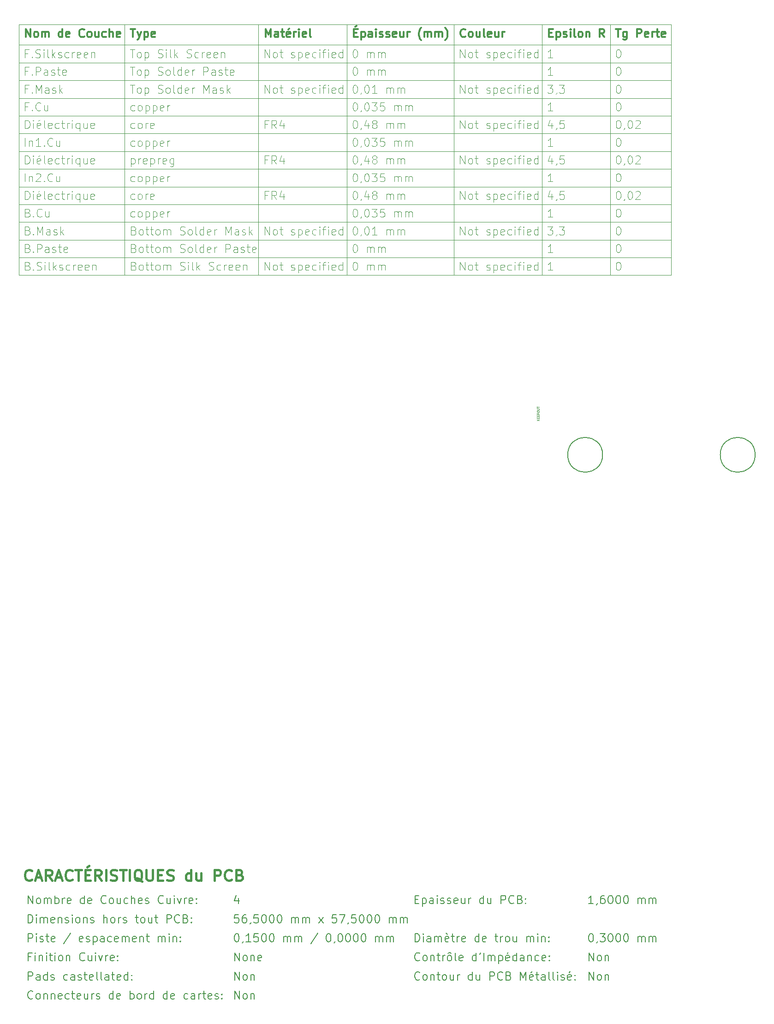
<source format=gbr>
%TF.GenerationSoftware,KiCad,Pcbnew,7.0.7*%
%TF.CreationDate,2023-09-07T10:43:14+02:00*%
%TF.ProjectId,KXKM_ESP32_battery_management_board,4b584b4d-5f45-4535-9033-325f62617474,3.2*%
%TF.SameCoordinates,PX623a7c0PY839b680*%
%TF.FileFunction,Other,Comment*%
%FSLAX46Y46*%
G04 Gerber Fmt 4.6, Leading zero omitted, Abs format (unit mm)*
G04 Created by KiCad (PCBNEW 7.0.7) date 2023-09-07 10:43:14*
%MOMM*%
%LPD*%
G01*
G04 APERTURE LIST*
%ADD10C,0.100000*%
%ADD11C,0.200000*%
%ADD12C,0.300000*%
%ADD13C,0.400000*%
%ADD14C,0.070000*%
%ADD15C,0.150000*%
G04 APERTURE END LIST*
D10*
X-89723686Y121693200D02*
X30026317Y121693200D01*
X-89723686Y101693200D02*
X30026317Y101693200D01*
X-89723686Y78943200D02*
X30026317Y78943200D01*
X18819175Y121693200D02*
X18819175Y75693200D01*
X-9880827Y121693200D02*
X-9880827Y75693200D01*
X-45723686Y121693200D02*
X-45723686Y75693200D01*
X-89723686Y108193200D02*
X30026317Y108193200D01*
X6326317Y121693200D02*
X6326317Y75693200D01*
X-89723686Y95193200D02*
X30026317Y95193200D01*
X30026317Y121693200D02*
X30026317Y75693200D01*
X-29516542Y121693200D02*
X-29516542Y75693200D01*
X-89723686Y111443200D02*
X30026317Y111443200D01*
X-89723686Y117943200D02*
X30026317Y117943200D01*
X-89723686Y104943200D02*
X30026317Y104943200D01*
X-89723686Y75693200D02*
X30026317Y75693200D01*
X-89723686Y114693200D02*
X30026317Y114693200D01*
X-89723686Y91943200D02*
X30026317Y91943200D01*
X-89723686Y82193200D02*
X30026317Y82193200D01*
X-89723686Y88693200D02*
X30026317Y88693200D01*
X-89723686Y121693200D02*
X-89723686Y75693200D01*
X-89723686Y85443200D02*
X30026317Y85443200D01*
X-89723686Y98443200D02*
X30026317Y98443200D01*
X-70259400Y121693200D02*
X-70259400Y75693200D01*
D11*
X15754003Y-39608428D02*
X14896860Y-39608428D01*
X15325431Y-39608428D02*
X15325431Y-38108428D01*
X15325431Y-38108428D02*
X15182574Y-38322714D01*
X15182574Y-38322714D02*
X15039717Y-38465571D01*
X15039717Y-38465571D02*
X14896860Y-38537000D01*
X16468288Y-39537000D02*
X16468288Y-39608428D01*
X16468288Y-39608428D02*
X16396859Y-39751285D01*
X16396859Y-39751285D02*
X16325431Y-39822714D01*
X17754003Y-38108428D02*
X17468288Y-38108428D01*
X17468288Y-38108428D02*
X17325431Y-38179857D01*
X17325431Y-38179857D02*
X17254003Y-38251285D01*
X17254003Y-38251285D02*
X17111145Y-38465571D01*
X17111145Y-38465571D02*
X17039717Y-38751285D01*
X17039717Y-38751285D02*
X17039717Y-39322714D01*
X17039717Y-39322714D02*
X17111145Y-39465571D01*
X17111145Y-39465571D02*
X17182574Y-39537000D01*
X17182574Y-39537000D02*
X17325431Y-39608428D01*
X17325431Y-39608428D02*
X17611145Y-39608428D01*
X17611145Y-39608428D02*
X17754003Y-39537000D01*
X17754003Y-39537000D02*
X17825431Y-39465571D01*
X17825431Y-39465571D02*
X17896860Y-39322714D01*
X17896860Y-39322714D02*
X17896860Y-38965571D01*
X17896860Y-38965571D02*
X17825431Y-38822714D01*
X17825431Y-38822714D02*
X17754003Y-38751285D01*
X17754003Y-38751285D02*
X17611145Y-38679857D01*
X17611145Y-38679857D02*
X17325431Y-38679857D01*
X17325431Y-38679857D02*
X17182574Y-38751285D01*
X17182574Y-38751285D02*
X17111145Y-38822714D01*
X17111145Y-38822714D02*
X17039717Y-38965571D01*
X18825431Y-38108428D02*
X18968288Y-38108428D01*
X18968288Y-38108428D02*
X19111145Y-38179857D01*
X19111145Y-38179857D02*
X19182574Y-38251285D01*
X19182574Y-38251285D02*
X19254002Y-38394142D01*
X19254002Y-38394142D02*
X19325431Y-38679857D01*
X19325431Y-38679857D02*
X19325431Y-39037000D01*
X19325431Y-39037000D02*
X19254002Y-39322714D01*
X19254002Y-39322714D02*
X19182574Y-39465571D01*
X19182574Y-39465571D02*
X19111145Y-39537000D01*
X19111145Y-39537000D02*
X18968288Y-39608428D01*
X18968288Y-39608428D02*
X18825431Y-39608428D01*
X18825431Y-39608428D02*
X18682574Y-39537000D01*
X18682574Y-39537000D02*
X18611145Y-39465571D01*
X18611145Y-39465571D02*
X18539716Y-39322714D01*
X18539716Y-39322714D02*
X18468288Y-39037000D01*
X18468288Y-39037000D02*
X18468288Y-38679857D01*
X18468288Y-38679857D02*
X18539716Y-38394142D01*
X18539716Y-38394142D02*
X18611145Y-38251285D01*
X18611145Y-38251285D02*
X18682574Y-38179857D01*
X18682574Y-38179857D02*
X18825431Y-38108428D01*
X20254002Y-38108428D02*
X20396859Y-38108428D01*
X20396859Y-38108428D02*
X20539716Y-38179857D01*
X20539716Y-38179857D02*
X20611145Y-38251285D01*
X20611145Y-38251285D02*
X20682573Y-38394142D01*
X20682573Y-38394142D02*
X20754002Y-38679857D01*
X20754002Y-38679857D02*
X20754002Y-39037000D01*
X20754002Y-39037000D02*
X20682573Y-39322714D01*
X20682573Y-39322714D02*
X20611145Y-39465571D01*
X20611145Y-39465571D02*
X20539716Y-39537000D01*
X20539716Y-39537000D02*
X20396859Y-39608428D01*
X20396859Y-39608428D02*
X20254002Y-39608428D01*
X20254002Y-39608428D02*
X20111145Y-39537000D01*
X20111145Y-39537000D02*
X20039716Y-39465571D01*
X20039716Y-39465571D02*
X19968287Y-39322714D01*
X19968287Y-39322714D02*
X19896859Y-39037000D01*
X19896859Y-39037000D02*
X19896859Y-38679857D01*
X19896859Y-38679857D02*
X19968287Y-38394142D01*
X19968287Y-38394142D02*
X20039716Y-38251285D01*
X20039716Y-38251285D02*
X20111145Y-38179857D01*
X20111145Y-38179857D02*
X20254002Y-38108428D01*
X21682573Y-38108428D02*
X21825430Y-38108428D01*
X21825430Y-38108428D02*
X21968287Y-38179857D01*
X21968287Y-38179857D02*
X22039716Y-38251285D01*
X22039716Y-38251285D02*
X22111144Y-38394142D01*
X22111144Y-38394142D02*
X22182573Y-38679857D01*
X22182573Y-38679857D02*
X22182573Y-39037000D01*
X22182573Y-39037000D02*
X22111144Y-39322714D01*
X22111144Y-39322714D02*
X22039716Y-39465571D01*
X22039716Y-39465571D02*
X21968287Y-39537000D01*
X21968287Y-39537000D02*
X21825430Y-39608428D01*
X21825430Y-39608428D02*
X21682573Y-39608428D01*
X21682573Y-39608428D02*
X21539716Y-39537000D01*
X21539716Y-39537000D02*
X21468287Y-39465571D01*
X21468287Y-39465571D02*
X21396858Y-39322714D01*
X21396858Y-39322714D02*
X21325430Y-39037000D01*
X21325430Y-39037000D02*
X21325430Y-38679857D01*
X21325430Y-38679857D02*
X21396858Y-38394142D01*
X21396858Y-38394142D02*
X21468287Y-38251285D01*
X21468287Y-38251285D02*
X21539716Y-38179857D01*
X21539716Y-38179857D02*
X21682573Y-38108428D01*
X23968286Y-39608428D02*
X23968286Y-38608428D01*
X23968286Y-38751285D02*
X24039715Y-38679857D01*
X24039715Y-38679857D02*
X24182572Y-38608428D01*
X24182572Y-38608428D02*
X24396858Y-38608428D01*
X24396858Y-38608428D02*
X24539715Y-38679857D01*
X24539715Y-38679857D02*
X24611144Y-38822714D01*
X24611144Y-38822714D02*
X24611144Y-39608428D01*
X24611144Y-38822714D02*
X24682572Y-38679857D01*
X24682572Y-38679857D02*
X24825429Y-38608428D01*
X24825429Y-38608428D02*
X25039715Y-38608428D01*
X25039715Y-38608428D02*
X25182572Y-38679857D01*
X25182572Y-38679857D02*
X25254001Y-38822714D01*
X25254001Y-38822714D02*
X25254001Y-39608428D01*
X25968286Y-39608428D02*
X25968286Y-38608428D01*
X25968286Y-38751285D02*
X26039715Y-38679857D01*
X26039715Y-38679857D02*
X26182572Y-38608428D01*
X26182572Y-38608428D02*
X26396858Y-38608428D01*
X26396858Y-38608428D02*
X26539715Y-38679857D01*
X26539715Y-38679857D02*
X26611144Y-38822714D01*
X26611144Y-38822714D02*
X26611144Y-39608428D01*
X26611144Y-38822714D02*
X26682572Y-38679857D01*
X26682572Y-38679857D02*
X26825429Y-38608428D01*
X26825429Y-38608428D02*
X27039715Y-38608428D01*
X27039715Y-38608428D02*
X27182572Y-38679857D01*
X27182572Y-38679857D02*
X27254001Y-38822714D01*
X27254001Y-38822714D02*
X27254001Y-39608428D01*
D10*
X-69086469Y97126972D02*
X-69086469Y95626972D01*
X-69086469Y97055543D02*
X-68943611Y97126972D01*
X-68943611Y97126972D02*
X-68657897Y97126972D01*
X-68657897Y97126972D02*
X-68515040Y97055543D01*
X-68515040Y97055543D02*
X-68443611Y96984115D01*
X-68443611Y96984115D02*
X-68372183Y96841258D01*
X-68372183Y96841258D02*
X-68372183Y96412686D01*
X-68372183Y96412686D02*
X-68443611Y96269829D01*
X-68443611Y96269829D02*
X-68515040Y96198400D01*
X-68515040Y96198400D02*
X-68657897Y96126972D01*
X-68657897Y96126972D02*
X-68943611Y96126972D01*
X-68943611Y96126972D02*
X-69086469Y96198400D01*
X-67729326Y96126972D02*
X-67729326Y97126972D01*
X-67729326Y96841258D02*
X-67657897Y96984115D01*
X-67657897Y96984115D02*
X-67586468Y97055543D01*
X-67586468Y97055543D02*
X-67443611Y97126972D01*
X-67443611Y97126972D02*
X-67300754Y97126972D01*
X-66229326Y96198400D02*
X-66372183Y96126972D01*
X-66372183Y96126972D02*
X-66657897Y96126972D01*
X-66657897Y96126972D02*
X-66800755Y96198400D01*
X-66800755Y96198400D02*
X-66872183Y96341258D01*
X-66872183Y96341258D02*
X-66872183Y96912686D01*
X-66872183Y96912686D02*
X-66800755Y97055543D01*
X-66800755Y97055543D02*
X-66657897Y97126972D01*
X-66657897Y97126972D02*
X-66372183Y97126972D01*
X-66372183Y97126972D02*
X-66229326Y97055543D01*
X-66229326Y97055543D02*
X-66157897Y96912686D01*
X-66157897Y96912686D02*
X-66157897Y96769829D01*
X-66157897Y96769829D02*
X-66872183Y96626972D01*
X-65515041Y97126972D02*
X-65515041Y95626972D01*
X-65515041Y97055543D02*
X-65372183Y97126972D01*
X-65372183Y97126972D02*
X-65086469Y97126972D01*
X-65086469Y97126972D02*
X-64943612Y97055543D01*
X-64943612Y97055543D02*
X-64872183Y96984115D01*
X-64872183Y96984115D02*
X-64800755Y96841258D01*
X-64800755Y96841258D02*
X-64800755Y96412686D01*
X-64800755Y96412686D02*
X-64872183Y96269829D01*
X-64872183Y96269829D02*
X-64943612Y96198400D01*
X-64943612Y96198400D02*
X-65086469Y96126972D01*
X-65086469Y96126972D02*
X-65372183Y96126972D01*
X-65372183Y96126972D02*
X-65515041Y96198400D01*
X-64157898Y96126972D02*
X-64157898Y97126972D01*
X-64157898Y96841258D02*
X-64086469Y96984115D01*
X-64086469Y96984115D02*
X-64015040Y97055543D01*
X-64015040Y97055543D02*
X-63872183Y97126972D01*
X-63872183Y97126972D02*
X-63729326Y97126972D01*
X-62657898Y96198400D02*
X-62800755Y96126972D01*
X-62800755Y96126972D02*
X-63086469Y96126972D01*
X-63086469Y96126972D02*
X-63229327Y96198400D01*
X-63229327Y96198400D02*
X-63300755Y96341258D01*
X-63300755Y96341258D02*
X-63300755Y96912686D01*
X-63300755Y96912686D02*
X-63229327Y97055543D01*
X-63229327Y97055543D02*
X-63086469Y97126972D01*
X-63086469Y97126972D02*
X-62800755Y97126972D01*
X-62800755Y97126972D02*
X-62657898Y97055543D01*
X-62657898Y97055543D02*
X-62586469Y96912686D01*
X-62586469Y96912686D02*
X-62586469Y96769829D01*
X-62586469Y96769829D02*
X-63300755Y96626972D01*
X-61300755Y97126972D02*
X-61300755Y95912686D01*
X-61300755Y95912686D02*
X-61372184Y95769829D01*
X-61372184Y95769829D02*
X-61443613Y95698400D01*
X-61443613Y95698400D02*
X-61586470Y95626972D01*
X-61586470Y95626972D02*
X-61800755Y95626972D01*
X-61800755Y95626972D02*
X-61943613Y95698400D01*
X-61300755Y96198400D02*
X-61443613Y96126972D01*
X-61443613Y96126972D02*
X-61729327Y96126972D01*
X-61729327Y96126972D02*
X-61872184Y96198400D01*
X-61872184Y96198400D02*
X-61943613Y96269829D01*
X-61943613Y96269829D02*
X-62015041Y96412686D01*
X-62015041Y96412686D02*
X-62015041Y96841258D01*
X-62015041Y96841258D02*
X-61943613Y96984115D01*
X-61943613Y96984115D02*
X-61872184Y97055543D01*
X-61872184Y97055543D02*
X-61729327Y97126972D01*
X-61729327Y97126972D02*
X-61443613Y97126972D01*
X-61443613Y97126972D02*
X-61300755Y97055543D01*
X8142106Y90626972D02*
X8142106Y89626972D01*
X7784963Y91198400D02*
X7427820Y90126972D01*
X7427820Y90126972D02*
X8356391Y90126972D01*
X8999248Y89698400D02*
X8999248Y89626972D01*
X8999248Y89626972D02*
X8927819Y89484115D01*
X8927819Y89484115D02*
X8856391Y89412686D01*
X10356391Y91126972D02*
X9642105Y91126972D01*
X9642105Y91126972D02*
X9570677Y90412686D01*
X9570677Y90412686D02*
X9642105Y90484115D01*
X9642105Y90484115D02*
X9784963Y90555543D01*
X9784963Y90555543D02*
X10142105Y90555543D01*
X10142105Y90555543D02*
X10284963Y90484115D01*
X10284963Y90484115D02*
X10356391Y90412686D01*
X10356391Y90412686D02*
X10427820Y90269829D01*
X10427820Y90269829D02*
X10427820Y89912686D01*
X10427820Y89912686D02*
X10356391Y89769829D01*
X10356391Y89769829D02*
X10284963Y89698400D01*
X10284963Y89698400D02*
X10142105Y89626972D01*
X10142105Y89626972D02*
X9784963Y89626972D01*
X9784963Y89626972D02*
X9642105Y89698400D01*
X9642105Y89698400D02*
X9570677Y89769829D01*
X8142106Y103626972D02*
X8142106Y102626972D01*
X7784963Y104198400D02*
X7427820Y103126972D01*
X7427820Y103126972D02*
X8356391Y103126972D01*
X8999248Y102698400D02*
X8999248Y102626972D01*
X8999248Y102626972D02*
X8927819Y102484115D01*
X8927819Y102484115D02*
X8856391Y102412686D01*
X10356391Y104126972D02*
X9642105Y104126972D01*
X9642105Y104126972D02*
X9570677Y103412686D01*
X9570677Y103412686D02*
X9642105Y103484115D01*
X9642105Y103484115D02*
X9784963Y103555543D01*
X9784963Y103555543D02*
X10142105Y103555543D01*
X10142105Y103555543D02*
X10284963Y103484115D01*
X10284963Y103484115D02*
X10356391Y103412686D01*
X10356391Y103412686D02*
X10427820Y103269829D01*
X10427820Y103269829D02*
X10427820Y102912686D01*
X10427820Y102912686D02*
X10356391Y102769829D01*
X10356391Y102769829D02*
X10284963Y102698400D01*
X10284963Y102698400D02*
X10142105Y102626972D01*
X10142105Y102626972D02*
X9784963Y102626972D01*
X9784963Y102626972D02*
X9642105Y102698400D01*
X9642105Y102698400D02*
X9570677Y102769829D01*
D11*
X-49345994Y-41608428D02*
X-50060280Y-41608428D01*
X-50060280Y-41608428D02*
X-50131708Y-42322714D01*
X-50131708Y-42322714D02*
X-50060280Y-42251285D01*
X-50060280Y-42251285D02*
X-49917422Y-42179857D01*
X-49917422Y-42179857D02*
X-49560280Y-42179857D01*
X-49560280Y-42179857D02*
X-49417422Y-42251285D01*
X-49417422Y-42251285D02*
X-49345994Y-42322714D01*
X-49345994Y-42322714D02*
X-49274565Y-42465571D01*
X-49274565Y-42465571D02*
X-49274565Y-42822714D01*
X-49274565Y-42822714D02*
X-49345994Y-42965571D01*
X-49345994Y-42965571D02*
X-49417422Y-43037000D01*
X-49417422Y-43037000D02*
X-49560280Y-43108428D01*
X-49560280Y-43108428D02*
X-49917422Y-43108428D01*
X-49917422Y-43108428D02*
X-50060280Y-43037000D01*
X-50060280Y-43037000D02*
X-50131708Y-42965571D01*
X-47988851Y-41608428D02*
X-48274566Y-41608428D01*
X-48274566Y-41608428D02*
X-48417423Y-41679857D01*
X-48417423Y-41679857D02*
X-48488851Y-41751285D01*
X-48488851Y-41751285D02*
X-48631709Y-41965571D01*
X-48631709Y-41965571D02*
X-48703137Y-42251285D01*
X-48703137Y-42251285D02*
X-48703137Y-42822714D01*
X-48703137Y-42822714D02*
X-48631709Y-42965571D01*
X-48631709Y-42965571D02*
X-48560280Y-43037000D01*
X-48560280Y-43037000D02*
X-48417423Y-43108428D01*
X-48417423Y-43108428D02*
X-48131709Y-43108428D01*
X-48131709Y-43108428D02*
X-47988851Y-43037000D01*
X-47988851Y-43037000D02*
X-47917423Y-42965571D01*
X-47917423Y-42965571D02*
X-47845994Y-42822714D01*
X-47845994Y-42822714D02*
X-47845994Y-42465571D01*
X-47845994Y-42465571D02*
X-47917423Y-42322714D01*
X-47917423Y-42322714D02*
X-47988851Y-42251285D01*
X-47988851Y-42251285D02*
X-48131709Y-42179857D01*
X-48131709Y-42179857D02*
X-48417423Y-42179857D01*
X-48417423Y-42179857D02*
X-48560280Y-42251285D01*
X-48560280Y-42251285D02*
X-48631709Y-42322714D01*
X-48631709Y-42322714D02*
X-48703137Y-42465571D01*
X-47131709Y-43037000D02*
X-47131709Y-43108428D01*
X-47131709Y-43108428D02*
X-47203138Y-43251285D01*
X-47203138Y-43251285D02*
X-47274566Y-43322714D01*
X-45774566Y-41608428D02*
X-46488852Y-41608428D01*
X-46488852Y-41608428D02*
X-46560280Y-42322714D01*
X-46560280Y-42322714D02*
X-46488852Y-42251285D01*
X-46488852Y-42251285D02*
X-46345994Y-42179857D01*
X-46345994Y-42179857D02*
X-45988852Y-42179857D01*
X-45988852Y-42179857D02*
X-45845994Y-42251285D01*
X-45845994Y-42251285D02*
X-45774566Y-42322714D01*
X-45774566Y-42322714D02*
X-45703137Y-42465571D01*
X-45703137Y-42465571D02*
X-45703137Y-42822714D01*
X-45703137Y-42822714D02*
X-45774566Y-42965571D01*
X-45774566Y-42965571D02*
X-45845994Y-43037000D01*
X-45845994Y-43037000D02*
X-45988852Y-43108428D01*
X-45988852Y-43108428D02*
X-46345994Y-43108428D01*
X-46345994Y-43108428D02*
X-46488852Y-43037000D01*
X-46488852Y-43037000D02*
X-46560280Y-42965571D01*
X-44774566Y-41608428D02*
X-44631709Y-41608428D01*
X-44631709Y-41608428D02*
X-44488852Y-41679857D01*
X-44488852Y-41679857D02*
X-44417423Y-41751285D01*
X-44417423Y-41751285D02*
X-44345995Y-41894142D01*
X-44345995Y-41894142D02*
X-44274566Y-42179857D01*
X-44274566Y-42179857D02*
X-44274566Y-42537000D01*
X-44274566Y-42537000D02*
X-44345995Y-42822714D01*
X-44345995Y-42822714D02*
X-44417423Y-42965571D01*
X-44417423Y-42965571D02*
X-44488852Y-43037000D01*
X-44488852Y-43037000D02*
X-44631709Y-43108428D01*
X-44631709Y-43108428D02*
X-44774566Y-43108428D01*
X-44774566Y-43108428D02*
X-44917423Y-43037000D01*
X-44917423Y-43037000D02*
X-44988852Y-42965571D01*
X-44988852Y-42965571D02*
X-45060281Y-42822714D01*
X-45060281Y-42822714D02*
X-45131709Y-42537000D01*
X-45131709Y-42537000D02*
X-45131709Y-42179857D01*
X-45131709Y-42179857D02*
X-45060281Y-41894142D01*
X-45060281Y-41894142D02*
X-44988852Y-41751285D01*
X-44988852Y-41751285D02*
X-44917423Y-41679857D01*
X-44917423Y-41679857D02*
X-44774566Y-41608428D01*
X-43345995Y-41608428D02*
X-43203138Y-41608428D01*
X-43203138Y-41608428D02*
X-43060281Y-41679857D01*
X-43060281Y-41679857D02*
X-42988852Y-41751285D01*
X-42988852Y-41751285D02*
X-42917424Y-41894142D01*
X-42917424Y-41894142D02*
X-42845995Y-42179857D01*
X-42845995Y-42179857D02*
X-42845995Y-42537000D01*
X-42845995Y-42537000D02*
X-42917424Y-42822714D01*
X-42917424Y-42822714D02*
X-42988852Y-42965571D01*
X-42988852Y-42965571D02*
X-43060281Y-43037000D01*
X-43060281Y-43037000D02*
X-43203138Y-43108428D01*
X-43203138Y-43108428D02*
X-43345995Y-43108428D01*
X-43345995Y-43108428D02*
X-43488852Y-43037000D01*
X-43488852Y-43037000D02*
X-43560281Y-42965571D01*
X-43560281Y-42965571D02*
X-43631710Y-42822714D01*
X-43631710Y-42822714D02*
X-43703138Y-42537000D01*
X-43703138Y-42537000D02*
X-43703138Y-42179857D01*
X-43703138Y-42179857D02*
X-43631710Y-41894142D01*
X-43631710Y-41894142D02*
X-43560281Y-41751285D01*
X-43560281Y-41751285D02*
X-43488852Y-41679857D01*
X-43488852Y-41679857D02*
X-43345995Y-41608428D01*
X-41917424Y-41608428D02*
X-41774567Y-41608428D01*
X-41774567Y-41608428D02*
X-41631710Y-41679857D01*
X-41631710Y-41679857D02*
X-41560281Y-41751285D01*
X-41560281Y-41751285D02*
X-41488853Y-41894142D01*
X-41488853Y-41894142D02*
X-41417424Y-42179857D01*
X-41417424Y-42179857D02*
X-41417424Y-42537000D01*
X-41417424Y-42537000D02*
X-41488853Y-42822714D01*
X-41488853Y-42822714D02*
X-41560281Y-42965571D01*
X-41560281Y-42965571D02*
X-41631710Y-43037000D01*
X-41631710Y-43037000D02*
X-41774567Y-43108428D01*
X-41774567Y-43108428D02*
X-41917424Y-43108428D01*
X-41917424Y-43108428D02*
X-42060281Y-43037000D01*
X-42060281Y-43037000D02*
X-42131710Y-42965571D01*
X-42131710Y-42965571D02*
X-42203139Y-42822714D01*
X-42203139Y-42822714D02*
X-42274567Y-42537000D01*
X-42274567Y-42537000D02*
X-42274567Y-42179857D01*
X-42274567Y-42179857D02*
X-42203139Y-41894142D01*
X-42203139Y-41894142D02*
X-42131710Y-41751285D01*
X-42131710Y-41751285D02*
X-42060281Y-41679857D01*
X-42060281Y-41679857D02*
X-41917424Y-41608428D01*
X-39631711Y-43108428D02*
X-39631711Y-42108428D01*
X-39631711Y-42251285D02*
X-39560282Y-42179857D01*
X-39560282Y-42179857D02*
X-39417425Y-42108428D01*
X-39417425Y-42108428D02*
X-39203139Y-42108428D01*
X-39203139Y-42108428D02*
X-39060282Y-42179857D01*
X-39060282Y-42179857D02*
X-38988853Y-42322714D01*
X-38988853Y-42322714D02*
X-38988853Y-43108428D01*
X-38988853Y-42322714D02*
X-38917425Y-42179857D01*
X-38917425Y-42179857D02*
X-38774568Y-42108428D01*
X-38774568Y-42108428D02*
X-38560282Y-42108428D01*
X-38560282Y-42108428D02*
X-38417425Y-42179857D01*
X-38417425Y-42179857D02*
X-38345996Y-42322714D01*
X-38345996Y-42322714D02*
X-38345996Y-43108428D01*
X-37631711Y-43108428D02*
X-37631711Y-42108428D01*
X-37631711Y-42251285D02*
X-37560282Y-42179857D01*
X-37560282Y-42179857D02*
X-37417425Y-42108428D01*
X-37417425Y-42108428D02*
X-37203139Y-42108428D01*
X-37203139Y-42108428D02*
X-37060282Y-42179857D01*
X-37060282Y-42179857D02*
X-36988853Y-42322714D01*
X-36988853Y-42322714D02*
X-36988853Y-43108428D01*
X-36988853Y-42322714D02*
X-36917425Y-42179857D01*
X-36917425Y-42179857D02*
X-36774568Y-42108428D01*
X-36774568Y-42108428D02*
X-36560282Y-42108428D01*
X-36560282Y-42108428D02*
X-36417425Y-42179857D01*
X-36417425Y-42179857D02*
X-36345996Y-42322714D01*
X-36345996Y-42322714D02*
X-36345996Y-43108428D01*
X-34631711Y-43108428D02*
X-33845996Y-42108428D01*
X-34631711Y-42108428D02*
X-33845996Y-43108428D01*
X-31417425Y-41608428D02*
X-32131711Y-41608428D01*
X-32131711Y-41608428D02*
X-32203139Y-42322714D01*
X-32203139Y-42322714D02*
X-32131711Y-42251285D01*
X-32131711Y-42251285D02*
X-31988853Y-42179857D01*
X-31988853Y-42179857D02*
X-31631711Y-42179857D01*
X-31631711Y-42179857D02*
X-31488853Y-42251285D01*
X-31488853Y-42251285D02*
X-31417425Y-42322714D01*
X-31417425Y-42322714D02*
X-31345996Y-42465571D01*
X-31345996Y-42465571D02*
X-31345996Y-42822714D01*
X-31345996Y-42822714D02*
X-31417425Y-42965571D01*
X-31417425Y-42965571D02*
X-31488853Y-43037000D01*
X-31488853Y-43037000D02*
X-31631711Y-43108428D01*
X-31631711Y-43108428D02*
X-31988853Y-43108428D01*
X-31988853Y-43108428D02*
X-32131711Y-43037000D01*
X-32131711Y-43037000D02*
X-32203139Y-42965571D01*
X-30845997Y-41608428D02*
X-29845997Y-41608428D01*
X-29845997Y-41608428D02*
X-30488854Y-43108428D01*
X-29203140Y-43037000D02*
X-29203140Y-43108428D01*
X-29203140Y-43108428D02*
X-29274569Y-43251285D01*
X-29274569Y-43251285D02*
X-29345997Y-43322714D01*
X-27845997Y-41608428D02*
X-28560283Y-41608428D01*
X-28560283Y-41608428D02*
X-28631711Y-42322714D01*
X-28631711Y-42322714D02*
X-28560283Y-42251285D01*
X-28560283Y-42251285D02*
X-28417425Y-42179857D01*
X-28417425Y-42179857D02*
X-28060283Y-42179857D01*
X-28060283Y-42179857D02*
X-27917425Y-42251285D01*
X-27917425Y-42251285D02*
X-27845997Y-42322714D01*
X-27845997Y-42322714D02*
X-27774568Y-42465571D01*
X-27774568Y-42465571D02*
X-27774568Y-42822714D01*
X-27774568Y-42822714D02*
X-27845997Y-42965571D01*
X-27845997Y-42965571D02*
X-27917425Y-43037000D01*
X-27917425Y-43037000D02*
X-28060283Y-43108428D01*
X-28060283Y-43108428D02*
X-28417425Y-43108428D01*
X-28417425Y-43108428D02*
X-28560283Y-43037000D01*
X-28560283Y-43037000D02*
X-28631711Y-42965571D01*
X-26845997Y-41608428D02*
X-26703140Y-41608428D01*
X-26703140Y-41608428D02*
X-26560283Y-41679857D01*
X-26560283Y-41679857D02*
X-26488854Y-41751285D01*
X-26488854Y-41751285D02*
X-26417426Y-41894142D01*
X-26417426Y-41894142D02*
X-26345997Y-42179857D01*
X-26345997Y-42179857D02*
X-26345997Y-42537000D01*
X-26345997Y-42537000D02*
X-26417426Y-42822714D01*
X-26417426Y-42822714D02*
X-26488854Y-42965571D01*
X-26488854Y-42965571D02*
X-26560283Y-43037000D01*
X-26560283Y-43037000D02*
X-26703140Y-43108428D01*
X-26703140Y-43108428D02*
X-26845997Y-43108428D01*
X-26845997Y-43108428D02*
X-26988854Y-43037000D01*
X-26988854Y-43037000D02*
X-27060283Y-42965571D01*
X-27060283Y-42965571D02*
X-27131712Y-42822714D01*
X-27131712Y-42822714D02*
X-27203140Y-42537000D01*
X-27203140Y-42537000D02*
X-27203140Y-42179857D01*
X-27203140Y-42179857D02*
X-27131712Y-41894142D01*
X-27131712Y-41894142D02*
X-27060283Y-41751285D01*
X-27060283Y-41751285D02*
X-26988854Y-41679857D01*
X-26988854Y-41679857D02*
X-26845997Y-41608428D01*
X-25417426Y-41608428D02*
X-25274569Y-41608428D01*
X-25274569Y-41608428D02*
X-25131712Y-41679857D01*
X-25131712Y-41679857D02*
X-25060283Y-41751285D01*
X-25060283Y-41751285D02*
X-24988855Y-41894142D01*
X-24988855Y-41894142D02*
X-24917426Y-42179857D01*
X-24917426Y-42179857D02*
X-24917426Y-42537000D01*
X-24917426Y-42537000D02*
X-24988855Y-42822714D01*
X-24988855Y-42822714D02*
X-25060283Y-42965571D01*
X-25060283Y-42965571D02*
X-25131712Y-43037000D01*
X-25131712Y-43037000D02*
X-25274569Y-43108428D01*
X-25274569Y-43108428D02*
X-25417426Y-43108428D01*
X-25417426Y-43108428D02*
X-25560283Y-43037000D01*
X-25560283Y-43037000D02*
X-25631712Y-42965571D01*
X-25631712Y-42965571D02*
X-25703141Y-42822714D01*
X-25703141Y-42822714D02*
X-25774569Y-42537000D01*
X-25774569Y-42537000D02*
X-25774569Y-42179857D01*
X-25774569Y-42179857D02*
X-25703141Y-41894142D01*
X-25703141Y-41894142D02*
X-25631712Y-41751285D01*
X-25631712Y-41751285D02*
X-25560283Y-41679857D01*
X-25560283Y-41679857D02*
X-25417426Y-41608428D01*
X-23988855Y-41608428D02*
X-23845998Y-41608428D01*
X-23845998Y-41608428D02*
X-23703141Y-41679857D01*
X-23703141Y-41679857D02*
X-23631712Y-41751285D01*
X-23631712Y-41751285D02*
X-23560284Y-41894142D01*
X-23560284Y-41894142D02*
X-23488855Y-42179857D01*
X-23488855Y-42179857D02*
X-23488855Y-42537000D01*
X-23488855Y-42537000D02*
X-23560284Y-42822714D01*
X-23560284Y-42822714D02*
X-23631712Y-42965571D01*
X-23631712Y-42965571D02*
X-23703141Y-43037000D01*
X-23703141Y-43037000D02*
X-23845998Y-43108428D01*
X-23845998Y-43108428D02*
X-23988855Y-43108428D01*
X-23988855Y-43108428D02*
X-24131712Y-43037000D01*
X-24131712Y-43037000D02*
X-24203141Y-42965571D01*
X-24203141Y-42965571D02*
X-24274570Y-42822714D01*
X-24274570Y-42822714D02*
X-24345998Y-42537000D01*
X-24345998Y-42537000D02*
X-24345998Y-42179857D01*
X-24345998Y-42179857D02*
X-24274570Y-41894142D01*
X-24274570Y-41894142D02*
X-24203141Y-41751285D01*
X-24203141Y-41751285D02*
X-24131712Y-41679857D01*
X-24131712Y-41679857D02*
X-23988855Y-41608428D01*
X-21703142Y-43108428D02*
X-21703142Y-42108428D01*
X-21703142Y-42251285D02*
X-21631713Y-42179857D01*
X-21631713Y-42179857D02*
X-21488856Y-42108428D01*
X-21488856Y-42108428D02*
X-21274570Y-42108428D01*
X-21274570Y-42108428D02*
X-21131713Y-42179857D01*
X-21131713Y-42179857D02*
X-21060284Y-42322714D01*
X-21060284Y-42322714D02*
X-21060284Y-43108428D01*
X-21060284Y-42322714D02*
X-20988856Y-42179857D01*
X-20988856Y-42179857D02*
X-20845999Y-42108428D01*
X-20845999Y-42108428D02*
X-20631713Y-42108428D01*
X-20631713Y-42108428D02*
X-20488856Y-42179857D01*
X-20488856Y-42179857D02*
X-20417427Y-42322714D01*
X-20417427Y-42322714D02*
X-20417427Y-43108428D01*
X-19703142Y-43108428D02*
X-19703142Y-42108428D01*
X-19703142Y-42251285D02*
X-19631713Y-42179857D01*
X-19631713Y-42179857D02*
X-19488856Y-42108428D01*
X-19488856Y-42108428D02*
X-19274570Y-42108428D01*
X-19274570Y-42108428D02*
X-19131713Y-42179857D01*
X-19131713Y-42179857D02*
X-19060284Y-42322714D01*
X-19060284Y-42322714D02*
X-19060284Y-43108428D01*
X-19060284Y-42322714D02*
X-18988856Y-42179857D01*
X-18988856Y-42179857D02*
X-18845999Y-42108428D01*
X-18845999Y-42108428D02*
X-18631713Y-42108428D01*
X-18631713Y-42108428D02*
X-18488856Y-42179857D01*
X-18488856Y-42179857D02*
X-18417427Y-42322714D01*
X-18417427Y-42322714D02*
X-18417427Y-43108428D01*
X-49774565Y-45108428D02*
X-49631708Y-45108428D01*
X-49631708Y-45108428D02*
X-49488851Y-45179857D01*
X-49488851Y-45179857D02*
X-49417422Y-45251285D01*
X-49417422Y-45251285D02*
X-49345994Y-45394142D01*
X-49345994Y-45394142D02*
X-49274565Y-45679857D01*
X-49274565Y-45679857D02*
X-49274565Y-46037000D01*
X-49274565Y-46037000D02*
X-49345994Y-46322714D01*
X-49345994Y-46322714D02*
X-49417422Y-46465571D01*
X-49417422Y-46465571D02*
X-49488851Y-46537000D01*
X-49488851Y-46537000D02*
X-49631708Y-46608428D01*
X-49631708Y-46608428D02*
X-49774565Y-46608428D01*
X-49774565Y-46608428D02*
X-49917422Y-46537000D01*
X-49917422Y-46537000D02*
X-49988851Y-46465571D01*
X-49988851Y-46465571D02*
X-50060280Y-46322714D01*
X-50060280Y-46322714D02*
X-50131708Y-46037000D01*
X-50131708Y-46037000D02*
X-50131708Y-45679857D01*
X-50131708Y-45679857D02*
X-50060280Y-45394142D01*
X-50060280Y-45394142D02*
X-49988851Y-45251285D01*
X-49988851Y-45251285D02*
X-49917422Y-45179857D01*
X-49917422Y-45179857D02*
X-49774565Y-45108428D01*
X-48560280Y-46537000D02*
X-48560280Y-46608428D01*
X-48560280Y-46608428D02*
X-48631709Y-46751285D01*
X-48631709Y-46751285D02*
X-48703137Y-46822714D01*
X-47131708Y-46608428D02*
X-47988851Y-46608428D01*
X-47560280Y-46608428D02*
X-47560280Y-45108428D01*
X-47560280Y-45108428D02*
X-47703137Y-45322714D01*
X-47703137Y-45322714D02*
X-47845994Y-45465571D01*
X-47845994Y-45465571D02*
X-47988851Y-45537000D01*
X-45774566Y-45108428D02*
X-46488852Y-45108428D01*
X-46488852Y-45108428D02*
X-46560280Y-45822714D01*
X-46560280Y-45822714D02*
X-46488852Y-45751285D01*
X-46488852Y-45751285D02*
X-46345994Y-45679857D01*
X-46345994Y-45679857D02*
X-45988852Y-45679857D01*
X-45988852Y-45679857D02*
X-45845994Y-45751285D01*
X-45845994Y-45751285D02*
X-45774566Y-45822714D01*
X-45774566Y-45822714D02*
X-45703137Y-45965571D01*
X-45703137Y-45965571D02*
X-45703137Y-46322714D01*
X-45703137Y-46322714D02*
X-45774566Y-46465571D01*
X-45774566Y-46465571D02*
X-45845994Y-46537000D01*
X-45845994Y-46537000D02*
X-45988852Y-46608428D01*
X-45988852Y-46608428D02*
X-46345994Y-46608428D01*
X-46345994Y-46608428D02*
X-46488852Y-46537000D01*
X-46488852Y-46537000D02*
X-46560280Y-46465571D01*
X-44774566Y-45108428D02*
X-44631709Y-45108428D01*
X-44631709Y-45108428D02*
X-44488852Y-45179857D01*
X-44488852Y-45179857D02*
X-44417423Y-45251285D01*
X-44417423Y-45251285D02*
X-44345995Y-45394142D01*
X-44345995Y-45394142D02*
X-44274566Y-45679857D01*
X-44274566Y-45679857D02*
X-44274566Y-46037000D01*
X-44274566Y-46037000D02*
X-44345995Y-46322714D01*
X-44345995Y-46322714D02*
X-44417423Y-46465571D01*
X-44417423Y-46465571D02*
X-44488852Y-46537000D01*
X-44488852Y-46537000D02*
X-44631709Y-46608428D01*
X-44631709Y-46608428D02*
X-44774566Y-46608428D01*
X-44774566Y-46608428D02*
X-44917423Y-46537000D01*
X-44917423Y-46537000D02*
X-44988852Y-46465571D01*
X-44988852Y-46465571D02*
X-45060281Y-46322714D01*
X-45060281Y-46322714D02*
X-45131709Y-46037000D01*
X-45131709Y-46037000D02*
X-45131709Y-45679857D01*
X-45131709Y-45679857D02*
X-45060281Y-45394142D01*
X-45060281Y-45394142D02*
X-44988852Y-45251285D01*
X-44988852Y-45251285D02*
X-44917423Y-45179857D01*
X-44917423Y-45179857D02*
X-44774566Y-45108428D01*
X-43345995Y-45108428D02*
X-43203138Y-45108428D01*
X-43203138Y-45108428D02*
X-43060281Y-45179857D01*
X-43060281Y-45179857D02*
X-42988852Y-45251285D01*
X-42988852Y-45251285D02*
X-42917424Y-45394142D01*
X-42917424Y-45394142D02*
X-42845995Y-45679857D01*
X-42845995Y-45679857D02*
X-42845995Y-46037000D01*
X-42845995Y-46037000D02*
X-42917424Y-46322714D01*
X-42917424Y-46322714D02*
X-42988852Y-46465571D01*
X-42988852Y-46465571D02*
X-43060281Y-46537000D01*
X-43060281Y-46537000D02*
X-43203138Y-46608428D01*
X-43203138Y-46608428D02*
X-43345995Y-46608428D01*
X-43345995Y-46608428D02*
X-43488852Y-46537000D01*
X-43488852Y-46537000D02*
X-43560281Y-46465571D01*
X-43560281Y-46465571D02*
X-43631710Y-46322714D01*
X-43631710Y-46322714D02*
X-43703138Y-46037000D01*
X-43703138Y-46037000D02*
X-43703138Y-45679857D01*
X-43703138Y-45679857D02*
X-43631710Y-45394142D01*
X-43631710Y-45394142D02*
X-43560281Y-45251285D01*
X-43560281Y-45251285D02*
X-43488852Y-45179857D01*
X-43488852Y-45179857D02*
X-43345995Y-45108428D01*
X-41060282Y-46608428D02*
X-41060282Y-45608428D01*
X-41060282Y-45751285D02*
X-40988853Y-45679857D01*
X-40988853Y-45679857D02*
X-40845996Y-45608428D01*
X-40845996Y-45608428D02*
X-40631710Y-45608428D01*
X-40631710Y-45608428D02*
X-40488853Y-45679857D01*
X-40488853Y-45679857D02*
X-40417424Y-45822714D01*
X-40417424Y-45822714D02*
X-40417424Y-46608428D01*
X-40417424Y-45822714D02*
X-40345996Y-45679857D01*
X-40345996Y-45679857D02*
X-40203139Y-45608428D01*
X-40203139Y-45608428D02*
X-39988853Y-45608428D01*
X-39988853Y-45608428D02*
X-39845996Y-45679857D01*
X-39845996Y-45679857D02*
X-39774567Y-45822714D01*
X-39774567Y-45822714D02*
X-39774567Y-46608428D01*
X-39060282Y-46608428D02*
X-39060282Y-45608428D01*
X-39060282Y-45751285D02*
X-38988853Y-45679857D01*
X-38988853Y-45679857D02*
X-38845996Y-45608428D01*
X-38845996Y-45608428D02*
X-38631710Y-45608428D01*
X-38631710Y-45608428D02*
X-38488853Y-45679857D01*
X-38488853Y-45679857D02*
X-38417424Y-45822714D01*
X-38417424Y-45822714D02*
X-38417424Y-46608428D01*
X-38417424Y-45822714D02*
X-38345996Y-45679857D01*
X-38345996Y-45679857D02*
X-38203139Y-45608428D01*
X-38203139Y-45608428D02*
X-37988853Y-45608428D01*
X-37988853Y-45608428D02*
X-37845996Y-45679857D01*
X-37845996Y-45679857D02*
X-37774567Y-45822714D01*
X-37774567Y-45822714D02*
X-37774567Y-46608428D01*
X-34845996Y-45037000D02*
X-36131710Y-46965571D01*
X-32917424Y-45108428D02*
X-32774567Y-45108428D01*
X-32774567Y-45108428D02*
X-32631710Y-45179857D01*
X-32631710Y-45179857D02*
X-32560281Y-45251285D01*
X-32560281Y-45251285D02*
X-32488853Y-45394142D01*
X-32488853Y-45394142D02*
X-32417424Y-45679857D01*
X-32417424Y-45679857D02*
X-32417424Y-46037000D01*
X-32417424Y-46037000D02*
X-32488853Y-46322714D01*
X-32488853Y-46322714D02*
X-32560281Y-46465571D01*
X-32560281Y-46465571D02*
X-32631710Y-46537000D01*
X-32631710Y-46537000D02*
X-32774567Y-46608428D01*
X-32774567Y-46608428D02*
X-32917424Y-46608428D01*
X-32917424Y-46608428D02*
X-33060281Y-46537000D01*
X-33060281Y-46537000D02*
X-33131710Y-46465571D01*
X-33131710Y-46465571D02*
X-33203139Y-46322714D01*
X-33203139Y-46322714D02*
X-33274567Y-46037000D01*
X-33274567Y-46037000D02*
X-33274567Y-45679857D01*
X-33274567Y-45679857D02*
X-33203139Y-45394142D01*
X-33203139Y-45394142D02*
X-33131710Y-45251285D01*
X-33131710Y-45251285D02*
X-33060281Y-45179857D01*
X-33060281Y-45179857D02*
X-32917424Y-45108428D01*
X-31703139Y-46537000D02*
X-31703139Y-46608428D01*
X-31703139Y-46608428D02*
X-31774568Y-46751285D01*
X-31774568Y-46751285D02*
X-31845996Y-46822714D01*
X-30774567Y-45108428D02*
X-30631710Y-45108428D01*
X-30631710Y-45108428D02*
X-30488853Y-45179857D01*
X-30488853Y-45179857D02*
X-30417424Y-45251285D01*
X-30417424Y-45251285D02*
X-30345996Y-45394142D01*
X-30345996Y-45394142D02*
X-30274567Y-45679857D01*
X-30274567Y-45679857D02*
X-30274567Y-46037000D01*
X-30274567Y-46037000D02*
X-30345996Y-46322714D01*
X-30345996Y-46322714D02*
X-30417424Y-46465571D01*
X-30417424Y-46465571D02*
X-30488853Y-46537000D01*
X-30488853Y-46537000D02*
X-30631710Y-46608428D01*
X-30631710Y-46608428D02*
X-30774567Y-46608428D01*
X-30774567Y-46608428D02*
X-30917424Y-46537000D01*
X-30917424Y-46537000D02*
X-30988853Y-46465571D01*
X-30988853Y-46465571D02*
X-31060282Y-46322714D01*
X-31060282Y-46322714D02*
X-31131710Y-46037000D01*
X-31131710Y-46037000D02*
X-31131710Y-45679857D01*
X-31131710Y-45679857D02*
X-31060282Y-45394142D01*
X-31060282Y-45394142D02*
X-30988853Y-45251285D01*
X-30988853Y-45251285D02*
X-30917424Y-45179857D01*
X-30917424Y-45179857D02*
X-30774567Y-45108428D01*
X-29345996Y-45108428D02*
X-29203139Y-45108428D01*
X-29203139Y-45108428D02*
X-29060282Y-45179857D01*
X-29060282Y-45179857D02*
X-28988853Y-45251285D01*
X-28988853Y-45251285D02*
X-28917425Y-45394142D01*
X-28917425Y-45394142D02*
X-28845996Y-45679857D01*
X-28845996Y-45679857D02*
X-28845996Y-46037000D01*
X-28845996Y-46037000D02*
X-28917425Y-46322714D01*
X-28917425Y-46322714D02*
X-28988853Y-46465571D01*
X-28988853Y-46465571D02*
X-29060282Y-46537000D01*
X-29060282Y-46537000D02*
X-29203139Y-46608428D01*
X-29203139Y-46608428D02*
X-29345996Y-46608428D01*
X-29345996Y-46608428D02*
X-29488853Y-46537000D01*
X-29488853Y-46537000D02*
X-29560282Y-46465571D01*
X-29560282Y-46465571D02*
X-29631711Y-46322714D01*
X-29631711Y-46322714D02*
X-29703139Y-46037000D01*
X-29703139Y-46037000D02*
X-29703139Y-45679857D01*
X-29703139Y-45679857D02*
X-29631711Y-45394142D01*
X-29631711Y-45394142D02*
X-29560282Y-45251285D01*
X-29560282Y-45251285D02*
X-29488853Y-45179857D01*
X-29488853Y-45179857D02*
X-29345996Y-45108428D01*
X-27917425Y-45108428D02*
X-27774568Y-45108428D01*
X-27774568Y-45108428D02*
X-27631711Y-45179857D01*
X-27631711Y-45179857D02*
X-27560282Y-45251285D01*
X-27560282Y-45251285D02*
X-27488854Y-45394142D01*
X-27488854Y-45394142D02*
X-27417425Y-45679857D01*
X-27417425Y-45679857D02*
X-27417425Y-46037000D01*
X-27417425Y-46037000D02*
X-27488854Y-46322714D01*
X-27488854Y-46322714D02*
X-27560282Y-46465571D01*
X-27560282Y-46465571D02*
X-27631711Y-46537000D01*
X-27631711Y-46537000D02*
X-27774568Y-46608428D01*
X-27774568Y-46608428D02*
X-27917425Y-46608428D01*
X-27917425Y-46608428D02*
X-28060282Y-46537000D01*
X-28060282Y-46537000D02*
X-28131711Y-46465571D01*
X-28131711Y-46465571D02*
X-28203140Y-46322714D01*
X-28203140Y-46322714D02*
X-28274568Y-46037000D01*
X-28274568Y-46037000D02*
X-28274568Y-45679857D01*
X-28274568Y-45679857D02*
X-28203140Y-45394142D01*
X-28203140Y-45394142D02*
X-28131711Y-45251285D01*
X-28131711Y-45251285D02*
X-28060282Y-45179857D01*
X-28060282Y-45179857D02*
X-27917425Y-45108428D01*
X-26488854Y-45108428D02*
X-26345997Y-45108428D01*
X-26345997Y-45108428D02*
X-26203140Y-45179857D01*
X-26203140Y-45179857D02*
X-26131711Y-45251285D01*
X-26131711Y-45251285D02*
X-26060283Y-45394142D01*
X-26060283Y-45394142D02*
X-25988854Y-45679857D01*
X-25988854Y-45679857D02*
X-25988854Y-46037000D01*
X-25988854Y-46037000D02*
X-26060283Y-46322714D01*
X-26060283Y-46322714D02*
X-26131711Y-46465571D01*
X-26131711Y-46465571D02*
X-26203140Y-46537000D01*
X-26203140Y-46537000D02*
X-26345997Y-46608428D01*
X-26345997Y-46608428D02*
X-26488854Y-46608428D01*
X-26488854Y-46608428D02*
X-26631711Y-46537000D01*
X-26631711Y-46537000D02*
X-26703140Y-46465571D01*
X-26703140Y-46465571D02*
X-26774569Y-46322714D01*
X-26774569Y-46322714D02*
X-26845997Y-46037000D01*
X-26845997Y-46037000D02*
X-26845997Y-45679857D01*
X-26845997Y-45679857D02*
X-26774569Y-45394142D01*
X-26774569Y-45394142D02*
X-26703140Y-45251285D01*
X-26703140Y-45251285D02*
X-26631711Y-45179857D01*
X-26631711Y-45179857D02*
X-26488854Y-45108428D01*
X-24203141Y-46608428D02*
X-24203141Y-45608428D01*
X-24203141Y-45751285D02*
X-24131712Y-45679857D01*
X-24131712Y-45679857D02*
X-23988855Y-45608428D01*
X-23988855Y-45608428D02*
X-23774569Y-45608428D01*
X-23774569Y-45608428D02*
X-23631712Y-45679857D01*
X-23631712Y-45679857D02*
X-23560283Y-45822714D01*
X-23560283Y-45822714D02*
X-23560283Y-46608428D01*
X-23560283Y-45822714D02*
X-23488855Y-45679857D01*
X-23488855Y-45679857D02*
X-23345998Y-45608428D01*
X-23345998Y-45608428D02*
X-23131712Y-45608428D01*
X-23131712Y-45608428D02*
X-22988855Y-45679857D01*
X-22988855Y-45679857D02*
X-22917426Y-45822714D01*
X-22917426Y-45822714D02*
X-22917426Y-46608428D01*
X-22203141Y-46608428D02*
X-22203141Y-45608428D01*
X-22203141Y-45751285D02*
X-22131712Y-45679857D01*
X-22131712Y-45679857D02*
X-21988855Y-45608428D01*
X-21988855Y-45608428D02*
X-21774569Y-45608428D01*
X-21774569Y-45608428D02*
X-21631712Y-45679857D01*
X-21631712Y-45679857D02*
X-21560283Y-45822714D01*
X-21560283Y-45822714D02*
X-21560283Y-46608428D01*
X-21560283Y-45822714D02*
X-21488855Y-45679857D01*
X-21488855Y-45679857D02*
X-21345998Y-45608428D01*
X-21345998Y-45608428D02*
X-21131712Y-45608428D01*
X-21131712Y-45608428D02*
X-20988855Y-45679857D01*
X-20988855Y-45679857D02*
X-20917426Y-45822714D01*
X-20917426Y-45822714D02*
X-20917426Y-46608428D01*
X-50060280Y-57108428D02*
X-50060280Y-55608428D01*
X-50060280Y-55608428D02*
X-49203137Y-57108428D01*
X-49203137Y-57108428D02*
X-49203137Y-55608428D01*
X-48274565Y-57108428D02*
X-48417422Y-57037000D01*
X-48417422Y-57037000D02*
X-48488851Y-56965571D01*
X-48488851Y-56965571D02*
X-48560279Y-56822714D01*
X-48560279Y-56822714D02*
X-48560279Y-56394142D01*
X-48560279Y-56394142D02*
X-48488851Y-56251285D01*
X-48488851Y-56251285D02*
X-48417422Y-56179857D01*
X-48417422Y-56179857D02*
X-48274565Y-56108428D01*
X-48274565Y-56108428D02*
X-48060279Y-56108428D01*
X-48060279Y-56108428D02*
X-47917422Y-56179857D01*
X-47917422Y-56179857D02*
X-47845993Y-56251285D01*
X-47845993Y-56251285D02*
X-47774565Y-56394142D01*
X-47774565Y-56394142D02*
X-47774565Y-56822714D01*
X-47774565Y-56822714D02*
X-47845993Y-56965571D01*
X-47845993Y-56965571D02*
X-47917422Y-57037000D01*
X-47917422Y-57037000D02*
X-48060279Y-57108428D01*
X-48060279Y-57108428D02*
X-48274565Y-57108428D01*
X-47131708Y-56108428D02*
X-47131708Y-57108428D01*
X-47131708Y-56251285D02*
X-47060279Y-56179857D01*
X-47060279Y-56179857D02*
X-46917422Y-56108428D01*
X-46917422Y-56108428D02*
X-46703136Y-56108428D01*
X-46703136Y-56108428D02*
X-46560279Y-56179857D01*
X-46560279Y-56179857D02*
X-46488850Y-56322714D01*
X-46488850Y-56322714D02*
X-46488850Y-57108428D01*
D10*
X-44550755Y76626972D02*
X-44550755Y78126972D01*
X-44550755Y78126972D02*
X-43693612Y76626972D01*
X-43693612Y76626972D02*
X-43693612Y78126972D01*
X-42765040Y76626972D02*
X-42907897Y76698400D01*
X-42907897Y76698400D02*
X-42979326Y76769829D01*
X-42979326Y76769829D02*
X-43050754Y76912686D01*
X-43050754Y76912686D02*
X-43050754Y77341258D01*
X-43050754Y77341258D02*
X-42979326Y77484115D01*
X-42979326Y77484115D02*
X-42907897Y77555543D01*
X-42907897Y77555543D02*
X-42765040Y77626972D01*
X-42765040Y77626972D02*
X-42550754Y77626972D01*
X-42550754Y77626972D02*
X-42407897Y77555543D01*
X-42407897Y77555543D02*
X-42336468Y77484115D01*
X-42336468Y77484115D02*
X-42265040Y77341258D01*
X-42265040Y77341258D02*
X-42265040Y76912686D01*
X-42265040Y76912686D02*
X-42336468Y76769829D01*
X-42336468Y76769829D02*
X-42407897Y76698400D01*
X-42407897Y76698400D02*
X-42550754Y76626972D01*
X-42550754Y76626972D02*
X-42765040Y76626972D01*
X-41836468Y77626972D02*
X-41265040Y77626972D01*
X-41622183Y78126972D02*
X-41622183Y76841258D01*
X-41622183Y76841258D02*
X-41550754Y76698400D01*
X-41550754Y76698400D02*
X-41407897Y76626972D01*
X-41407897Y76626972D02*
X-41265040Y76626972D01*
X-39693611Y76698400D02*
X-39550754Y76626972D01*
X-39550754Y76626972D02*
X-39265040Y76626972D01*
X-39265040Y76626972D02*
X-39122183Y76698400D01*
X-39122183Y76698400D02*
X-39050754Y76841258D01*
X-39050754Y76841258D02*
X-39050754Y76912686D01*
X-39050754Y76912686D02*
X-39122183Y77055543D01*
X-39122183Y77055543D02*
X-39265040Y77126972D01*
X-39265040Y77126972D02*
X-39479325Y77126972D01*
X-39479325Y77126972D02*
X-39622183Y77198400D01*
X-39622183Y77198400D02*
X-39693611Y77341258D01*
X-39693611Y77341258D02*
X-39693611Y77412686D01*
X-39693611Y77412686D02*
X-39622183Y77555543D01*
X-39622183Y77555543D02*
X-39479325Y77626972D01*
X-39479325Y77626972D02*
X-39265040Y77626972D01*
X-39265040Y77626972D02*
X-39122183Y77555543D01*
X-38407897Y77626972D02*
X-38407897Y76126972D01*
X-38407897Y77555543D02*
X-38265039Y77626972D01*
X-38265039Y77626972D02*
X-37979325Y77626972D01*
X-37979325Y77626972D02*
X-37836468Y77555543D01*
X-37836468Y77555543D02*
X-37765039Y77484115D01*
X-37765039Y77484115D02*
X-37693611Y77341258D01*
X-37693611Y77341258D02*
X-37693611Y76912686D01*
X-37693611Y76912686D02*
X-37765039Y76769829D01*
X-37765039Y76769829D02*
X-37836468Y76698400D01*
X-37836468Y76698400D02*
X-37979325Y76626972D01*
X-37979325Y76626972D02*
X-38265039Y76626972D01*
X-38265039Y76626972D02*
X-38407897Y76698400D01*
X-36479325Y76698400D02*
X-36622182Y76626972D01*
X-36622182Y76626972D02*
X-36907896Y76626972D01*
X-36907896Y76626972D02*
X-37050754Y76698400D01*
X-37050754Y76698400D02*
X-37122182Y76841258D01*
X-37122182Y76841258D02*
X-37122182Y77412686D01*
X-37122182Y77412686D02*
X-37050754Y77555543D01*
X-37050754Y77555543D02*
X-36907896Y77626972D01*
X-36907896Y77626972D02*
X-36622182Y77626972D01*
X-36622182Y77626972D02*
X-36479325Y77555543D01*
X-36479325Y77555543D02*
X-36407896Y77412686D01*
X-36407896Y77412686D02*
X-36407896Y77269829D01*
X-36407896Y77269829D02*
X-37122182Y77126972D01*
X-35122182Y76698400D02*
X-35265040Y76626972D01*
X-35265040Y76626972D02*
X-35550754Y76626972D01*
X-35550754Y76626972D02*
X-35693611Y76698400D01*
X-35693611Y76698400D02*
X-35765040Y76769829D01*
X-35765040Y76769829D02*
X-35836468Y76912686D01*
X-35836468Y76912686D02*
X-35836468Y77341258D01*
X-35836468Y77341258D02*
X-35765040Y77484115D01*
X-35765040Y77484115D02*
X-35693611Y77555543D01*
X-35693611Y77555543D02*
X-35550754Y77626972D01*
X-35550754Y77626972D02*
X-35265040Y77626972D01*
X-35265040Y77626972D02*
X-35122182Y77555543D01*
X-34479326Y76626972D02*
X-34479326Y77626972D01*
X-34479326Y78126972D02*
X-34550754Y78055543D01*
X-34550754Y78055543D02*
X-34479326Y77984115D01*
X-34479326Y77984115D02*
X-34407897Y78055543D01*
X-34407897Y78055543D02*
X-34479326Y78126972D01*
X-34479326Y78126972D02*
X-34479326Y77984115D01*
X-33979325Y77626972D02*
X-33407897Y77626972D01*
X-33765040Y76626972D02*
X-33765040Y77912686D01*
X-33765040Y77912686D02*
X-33693611Y78055543D01*
X-33693611Y78055543D02*
X-33550754Y78126972D01*
X-33550754Y78126972D02*
X-33407897Y78126972D01*
X-32907897Y76626972D02*
X-32907897Y77626972D01*
X-32907897Y78126972D02*
X-32979325Y78055543D01*
X-32979325Y78055543D02*
X-32907897Y77984115D01*
X-32907897Y77984115D02*
X-32836468Y78055543D01*
X-32836468Y78055543D02*
X-32907897Y78126972D01*
X-32907897Y78126972D02*
X-32907897Y77984115D01*
X-31622182Y76698400D02*
X-31765039Y76626972D01*
X-31765039Y76626972D02*
X-32050753Y76626972D01*
X-32050753Y76626972D02*
X-32193611Y76698400D01*
X-32193611Y76698400D02*
X-32265039Y76841258D01*
X-32265039Y76841258D02*
X-32265039Y77412686D01*
X-32265039Y77412686D02*
X-32193611Y77555543D01*
X-32193611Y77555543D02*
X-32050753Y77626972D01*
X-32050753Y77626972D02*
X-31765039Y77626972D01*
X-31765039Y77626972D02*
X-31622182Y77555543D01*
X-31622182Y77555543D02*
X-31550753Y77412686D01*
X-31550753Y77412686D02*
X-31550753Y77269829D01*
X-31550753Y77269829D02*
X-32265039Y77126972D01*
X-30265039Y76626972D02*
X-30265039Y78126972D01*
X-30265039Y76698400D02*
X-30407897Y76626972D01*
X-30407897Y76626972D02*
X-30693611Y76626972D01*
X-30693611Y76626972D02*
X-30836468Y76698400D01*
X-30836468Y76698400D02*
X-30907897Y76769829D01*
X-30907897Y76769829D02*
X-30979325Y76912686D01*
X-30979325Y76912686D02*
X-30979325Y77341258D01*
X-30979325Y77341258D02*
X-30907897Y77484115D01*
X-30907897Y77484115D02*
X-30836468Y77555543D01*
X-30836468Y77555543D02*
X-30693611Y77626972D01*
X-30693611Y77626972D02*
X-30407897Y77626972D01*
X-30407897Y77626972D02*
X-30265039Y77555543D01*
X8284963Y115626972D02*
X7427820Y115626972D01*
X7856391Y115626972D02*
X7856391Y117126972D01*
X7856391Y117126972D02*
X7713534Y116912686D01*
X7713534Y116912686D02*
X7570677Y116769829D01*
X7570677Y116769829D02*
X7427820Y116698400D01*
X20277821Y104126972D02*
X20420678Y104126972D01*
X20420678Y104126972D02*
X20563535Y104055543D01*
X20563535Y104055543D02*
X20634964Y103984115D01*
X20634964Y103984115D02*
X20706392Y103841258D01*
X20706392Y103841258D02*
X20777821Y103555543D01*
X20777821Y103555543D02*
X20777821Y103198400D01*
X20777821Y103198400D02*
X20706392Y102912686D01*
X20706392Y102912686D02*
X20634964Y102769829D01*
X20634964Y102769829D02*
X20563535Y102698400D01*
X20563535Y102698400D02*
X20420678Y102626972D01*
X20420678Y102626972D02*
X20277821Y102626972D01*
X20277821Y102626972D02*
X20134964Y102698400D01*
X20134964Y102698400D02*
X20063535Y102769829D01*
X20063535Y102769829D02*
X19992106Y102912686D01*
X19992106Y102912686D02*
X19920678Y103198400D01*
X19920678Y103198400D02*
X19920678Y103555543D01*
X19920678Y103555543D02*
X19992106Y103841258D01*
X19992106Y103841258D02*
X20063535Y103984115D01*
X20063535Y103984115D02*
X20134964Y104055543D01*
X20134964Y104055543D02*
X20277821Y104126972D01*
X21492106Y102698400D02*
X21492106Y102626972D01*
X21492106Y102626972D02*
X21420677Y102484115D01*
X21420677Y102484115D02*
X21349249Y102412686D01*
X22420678Y104126972D02*
X22563535Y104126972D01*
X22563535Y104126972D02*
X22706392Y104055543D01*
X22706392Y104055543D02*
X22777821Y103984115D01*
X22777821Y103984115D02*
X22849249Y103841258D01*
X22849249Y103841258D02*
X22920678Y103555543D01*
X22920678Y103555543D02*
X22920678Y103198400D01*
X22920678Y103198400D02*
X22849249Y102912686D01*
X22849249Y102912686D02*
X22777821Y102769829D01*
X22777821Y102769829D02*
X22706392Y102698400D01*
X22706392Y102698400D02*
X22563535Y102626972D01*
X22563535Y102626972D02*
X22420678Y102626972D01*
X22420678Y102626972D02*
X22277821Y102698400D01*
X22277821Y102698400D02*
X22206392Y102769829D01*
X22206392Y102769829D02*
X22134963Y102912686D01*
X22134963Y102912686D02*
X22063535Y103198400D01*
X22063535Y103198400D02*
X22063535Y103555543D01*
X22063535Y103555543D02*
X22134963Y103841258D01*
X22134963Y103841258D02*
X22206392Y103984115D01*
X22206392Y103984115D02*
X22277821Y104055543D01*
X22277821Y104055543D02*
X22420678Y104126972D01*
X23492106Y103984115D02*
X23563534Y104055543D01*
X23563534Y104055543D02*
X23706392Y104126972D01*
X23706392Y104126972D02*
X24063534Y104126972D01*
X24063534Y104126972D02*
X24206392Y104055543D01*
X24206392Y104055543D02*
X24277820Y103984115D01*
X24277820Y103984115D02*
X24349249Y103841258D01*
X24349249Y103841258D02*
X24349249Y103698400D01*
X24349249Y103698400D02*
X24277820Y103484115D01*
X24277820Y103484115D02*
X23420677Y102626972D01*
X23420677Y102626972D02*
X24349249Y102626972D01*
X-88050755Y106662686D02*
X-88550755Y106662686D01*
X-88550755Y105876972D02*
X-88550755Y107376972D01*
X-88550755Y107376972D02*
X-87836469Y107376972D01*
X-87265041Y106019829D02*
X-87193612Y105948400D01*
X-87193612Y105948400D02*
X-87265041Y105876972D01*
X-87265041Y105876972D02*
X-87336469Y105948400D01*
X-87336469Y105948400D02*
X-87265041Y106019829D01*
X-87265041Y106019829D02*
X-87265041Y105876972D01*
X-85693612Y106019829D02*
X-85765040Y105948400D01*
X-85765040Y105948400D02*
X-85979326Y105876972D01*
X-85979326Y105876972D02*
X-86122183Y105876972D01*
X-86122183Y105876972D02*
X-86336469Y105948400D01*
X-86336469Y105948400D02*
X-86479326Y106091258D01*
X-86479326Y106091258D02*
X-86550755Y106234115D01*
X-86550755Y106234115D02*
X-86622183Y106519829D01*
X-86622183Y106519829D02*
X-86622183Y106734115D01*
X-86622183Y106734115D02*
X-86550755Y107019829D01*
X-86550755Y107019829D02*
X-86479326Y107162686D01*
X-86479326Y107162686D02*
X-86336469Y107305543D01*
X-86336469Y107305543D02*
X-86122183Y107376972D01*
X-86122183Y107376972D02*
X-85979326Y107376972D01*
X-85979326Y107376972D02*
X-85765040Y107305543D01*
X-85765040Y107305543D02*
X-85693612Y107234115D01*
X-84407897Y106876972D02*
X-84407897Y105876972D01*
X-85050755Y106876972D02*
X-85050755Y106091258D01*
X-85050755Y106091258D02*
X-84979326Y105948400D01*
X-84979326Y105948400D02*
X-84836469Y105876972D01*
X-84836469Y105876972D02*
X-84622183Y105876972D01*
X-84622183Y105876972D02*
X-84479326Y105948400D01*
X-84479326Y105948400D02*
X-84407897Y106019829D01*
X-28057896Y113876972D02*
X-27915039Y113876972D01*
X-27915039Y113876972D02*
X-27772182Y113805543D01*
X-27772182Y113805543D02*
X-27700753Y113734115D01*
X-27700753Y113734115D02*
X-27629325Y113591258D01*
X-27629325Y113591258D02*
X-27557896Y113305543D01*
X-27557896Y113305543D02*
X-27557896Y112948400D01*
X-27557896Y112948400D02*
X-27629325Y112662686D01*
X-27629325Y112662686D02*
X-27700753Y112519829D01*
X-27700753Y112519829D02*
X-27772182Y112448400D01*
X-27772182Y112448400D02*
X-27915039Y112376972D01*
X-27915039Y112376972D02*
X-28057896Y112376972D01*
X-28057896Y112376972D02*
X-28200753Y112448400D01*
X-28200753Y112448400D02*
X-28272182Y112519829D01*
X-28272182Y112519829D02*
X-28343611Y112662686D01*
X-28343611Y112662686D02*
X-28415039Y112948400D01*
X-28415039Y112948400D02*
X-28415039Y113305543D01*
X-28415039Y113305543D02*
X-28343611Y113591258D01*
X-28343611Y113591258D02*
X-28272182Y113734115D01*
X-28272182Y113734115D02*
X-28200753Y113805543D01*
X-28200753Y113805543D02*
X-28057896Y113876972D01*
X-25772183Y112376972D02*
X-25772183Y113376972D01*
X-25772183Y113234115D02*
X-25700754Y113305543D01*
X-25700754Y113305543D02*
X-25557897Y113376972D01*
X-25557897Y113376972D02*
X-25343611Y113376972D01*
X-25343611Y113376972D02*
X-25200754Y113305543D01*
X-25200754Y113305543D02*
X-25129325Y113162686D01*
X-25129325Y113162686D02*
X-25129325Y112376972D01*
X-25129325Y113162686D02*
X-25057897Y113305543D01*
X-25057897Y113305543D02*
X-24915040Y113376972D01*
X-24915040Y113376972D02*
X-24700754Y113376972D01*
X-24700754Y113376972D02*
X-24557897Y113305543D01*
X-24557897Y113305543D02*
X-24486468Y113162686D01*
X-24486468Y113162686D02*
X-24486468Y112376972D01*
X-23772183Y112376972D02*
X-23772183Y113376972D01*
X-23772183Y113234115D02*
X-23700754Y113305543D01*
X-23700754Y113305543D02*
X-23557897Y113376972D01*
X-23557897Y113376972D02*
X-23343611Y113376972D01*
X-23343611Y113376972D02*
X-23200754Y113305543D01*
X-23200754Y113305543D02*
X-23129325Y113162686D01*
X-23129325Y113162686D02*
X-23129325Y112376972D01*
X-23129325Y113162686D02*
X-23057897Y113305543D01*
X-23057897Y113305543D02*
X-22915040Y113376972D01*
X-22915040Y113376972D02*
X-22700754Y113376972D01*
X-22700754Y113376972D02*
X-22557897Y113305543D01*
X-22557897Y113305543D02*
X-22486468Y113162686D01*
X-22486468Y113162686D02*
X-22486468Y112376972D01*
X20277821Y113876972D02*
X20420678Y113876972D01*
X20420678Y113876972D02*
X20563535Y113805543D01*
X20563535Y113805543D02*
X20634964Y113734115D01*
X20634964Y113734115D02*
X20706392Y113591258D01*
X20706392Y113591258D02*
X20777821Y113305543D01*
X20777821Y113305543D02*
X20777821Y112948400D01*
X20777821Y112948400D02*
X20706392Y112662686D01*
X20706392Y112662686D02*
X20634964Y112519829D01*
X20634964Y112519829D02*
X20563535Y112448400D01*
X20563535Y112448400D02*
X20420678Y112376972D01*
X20420678Y112376972D02*
X20277821Y112376972D01*
X20277821Y112376972D02*
X20134964Y112448400D01*
X20134964Y112448400D02*
X20063535Y112519829D01*
X20063535Y112519829D02*
X19992106Y112662686D01*
X19992106Y112662686D02*
X19920678Y112948400D01*
X19920678Y112948400D02*
X19920678Y113305543D01*
X19920678Y113305543D02*
X19992106Y113591258D01*
X19992106Y113591258D02*
X20063535Y113734115D01*
X20063535Y113734115D02*
X20134964Y113805543D01*
X20134964Y113805543D02*
X20277821Y113876972D01*
X-28057896Y94376972D02*
X-27915039Y94376972D01*
X-27915039Y94376972D02*
X-27772182Y94305543D01*
X-27772182Y94305543D02*
X-27700753Y94234115D01*
X-27700753Y94234115D02*
X-27629325Y94091258D01*
X-27629325Y94091258D02*
X-27557896Y93805543D01*
X-27557896Y93805543D02*
X-27557896Y93448400D01*
X-27557896Y93448400D02*
X-27629325Y93162686D01*
X-27629325Y93162686D02*
X-27700753Y93019829D01*
X-27700753Y93019829D02*
X-27772182Y92948400D01*
X-27772182Y92948400D02*
X-27915039Y92876972D01*
X-27915039Y92876972D02*
X-28057896Y92876972D01*
X-28057896Y92876972D02*
X-28200753Y92948400D01*
X-28200753Y92948400D02*
X-28272182Y93019829D01*
X-28272182Y93019829D02*
X-28343611Y93162686D01*
X-28343611Y93162686D02*
X-28415039Y93448400D01*
X-28415039Y93448400D02*
X-28415039Y93805543D01*
X-28415039Y93805543D02*
X-28343611Y94091258D01*
X-28343611Y94091258D02*
X-28272182Y94234115D01*
X-28272182Y94234115D02*
X-28200753Y94305543D01*
X-28200753Y94305543D02*
X-28057896Y94376972D01*
X-26843611Y92948400D02*
X-26843611Y92876972D01*
X-26843611Y92876972D02*
X-26915040Y92734115D01*
X-26915040Y92734115D02*
X-26986468Y92662686D01*
X-25915039Y94376972D02*
X-25772182Y94376972D01*
X-25772182Y94376972D02*
X-25629325Y94305543D01*
X-25629325Y94305543D02*
X-25557896Y94234115D01*
X-25557896Y94234115D02*
X-25486468Y94091258D01*
X-25486468Y94091258D02*
X-25415039Y93805543D01*
X-25415039Y93805543D02*
X-25415039Y93448400D01*
X-25415039Y93448400D02*
X-25486468Y93162686D01*
X-25486468Y93162686D02*
X-25557896Y93019829D01*
X-25557896Y93019829D02*
X-25629325Y92948400D01*
X-25629325Y92948400D02*
X-25772182Y92876972D01*
X-25772182Y92876972D02*
X-25915039Y92876972D01*
X-25915039Y92876972D02*
X-26057896Y92948400D01*
X-26057896Y92948400D02*
X-26129325Y93019829D01*
X-26129325Y93019829D02*
X-26200754Y93162686D01*
X-26200754Y93162686D02*
X-26272182Y93448400D01*
X-26272182Y93448400D02*
X-26272182Y93805543D01*
X-26272182Y93805543D02*
X-26200754Y94091258D01*
X-26200754Y94091258D02*
X-26129325Y94234115D01*
X-26129325Y94234115D02*
X-26057896Y94305543D01*
X-26057896Y94305543D02*
X-25915039Y94376972D01*
X-24915040Y94376972D02*
X-23986468Y94376972D01*
X-23986468Y94376972D02*
X-24486468Y93805543D01*
X-24486468Y93805543D02*
X-24272183Y93805543D01*
X-24272183Y93805543D02*
X-24129325Y93734115D01*
X-24129325Y93734115D02*
X-24057897Y93662686D01*
X-24057897Y93662686D02*
X-23986468Y93519829D01*
X-23986468Y93519829D02*
X-23986468Y93162686D01*
X-23986468Y93162686D02*
X-24057897Y93019829D01*
X-24057897Y93019829D02*
X-24129325Y92948400D01*
X-24129325Y92948400D02*
X-24272183Y92876972D01*
X-24272183Y92876972D02*
X-24700754Y92876972D01*
X-24700754Y92876972D02*
X-24843611Y92948400D01*
X-24843611Y92948400D02*
X-24915040Y93019829D01*
X-22629326Y94376972D02*
X-23343612Y94376972D01*
X-23343612Y94376972D02*
X-23415040Y93662686D01*
X-23415040Y93662686D02*
X-23343612Y93734115D01*
X-23343612Y93734115D02*
X-23200754Y93805543D01*
X-23200754Y93805543D02*
X-22843612Y93805543D01*
X-22843612Y93805543D02*
X-22700754Y93734115D01*
X-22700754Y93734115D02*
X-22629326Y93662686D01*
X-22629326Y93662686D02*
X-22557897Y93519829D01*
X-22557897Y93519829D02*
X-22557897Y93162686D01*
X-22557897Y93162686D02*
X-22629326Y93019829D01*
X-22629326Y93019829D02*
X-22700754Y92948400D01*
X-22700754Y92948400D02*
X-22843612Y92876972D01*
X-22843612Y92876972D02*
X-23200754Y92876972D01*
X-23200754Y92876972D02*
X-23343612Y92948400D01*
X-23343612Y92948400D02*
X-23415040Y93019829D01*
X-20772184Y92876972D02*
X-20772184Y93876972D01*
X-20772184Y93734115D02*
X-20700755Y93805543D01*
X-20700755Y93805543D02*
X-20557898Y93876972D01*
X-20557898Y93876972D02*
X-20343612Y93876972D01*
X-20343612Y93876972D02*
X-20200755Y93805543D01*
X-20200755Y93805543D02*
X-20129326Y93662686D01*
X-20129326Y93662686D02*
X-20129326Y92876972D01*
X-20129326Y93662686D02*
X-20057898Y93805543D01*
X-20057898Y93805543D02*
X-19915041Y93876972D01*
X-19915041Y93876972D02*
X-19700755Y93876972D01*
X-19700755Y93876972D02*
X-19557898Y93805543D01*
X-19557898Y93805543D02*
X-19486469Y93662686D01*
X-19486469Y93662686D02*
X-19486469Y92876972D01*
X-18772184Y92876972D02*
X-18772184Y93876972D01*
X-18772184Y93734115D02*
X-18700755Y93805543D01*
X-18700755Y93805543D02*
X-18557898Y93876972D01*
X-18557898Y93876972D02*
X-18343612Y93876972D01*
X-18343612Y93876972D02*
X-18200755Y93805543D01*
X-18200755Y93805543D02*
X-18129326Y93662686D01*
X-18129326Y93662686D02*
X-18129326Y92876972D01*
X-18129326Y93662686D02*
X-18057898Y93805543D01*
X-18057898Y93805543D02*
X-17915041Y93876972D01*
X-17915041Y93876972D02*
X-17700755Y93876972D01*
X-17700755Y93876972D02*
X-17557898Y93805543D01*
X-17557898Y93805543D02*
X-17486469Y93662686D01*
X-17486469Y93662686D02*
X-17486469Y92876972D01*
X-8707896Y102626972D02*
X-8707896Y104126972D01*
X-8707896Y104126972D02*
X-7850753Y102626972D01*
X-7850753Y102626972D02*
X-7850753Y104126972D01*
X-6922181Y102626972D02*
X-7065038Y102698400D01*
X-7065038Y102698400D02*
X-7136467Y102769829D01*
X-7136467Y102769829D02*
X-7207895Y102912686D01*
X-7207895Y102912686D02*
X-7207895Y103341258D01*
X-7207895Y103341258D02*
X-7136467Y103484115D01*
X-7136467Y103484115D02*
X-7065038Y103555543D01*
X-7065038Y103555543D02*
X-6922181Y103626972D01*
X-6922181Y103626972D02*
X-6707895Y103626972D01*
X-6707895Y103626972D02*
X-6565038Y103555543D01*
X-6565038Y103555543D02*
X-6493609Y103484115D01*
X-6493609Y103484115D02*
X-6422181Y103341258D01*
X-6422181Y103341258D02*
X-6422181Y102912686D01*
X-6422181Y102912686D02*
X-6493609Y102769829D01*
X-6493609Y102769829D02*
X-6565038Y102698400D01*
X-6565038Y102698400D02*
X-6707895Y102626972D01*
X-6707895Y102626972D02*
X-6922181Y102626972D01*
X-5993609Y103626972D02*
X-5422181Y103626972D01*
X-5779324Y104126972D02*
X-5779324Y102841258D01*
X-5779324Y102841258D02*
X-5707895Y102698400D01*
X-5707895Y102698400D02*
X-5565038Y102626972D01*
X-5565038Y102626972D02*
X-5422181Y102626972D01*
X-3850752Y102698400D02*
X-3707895Y102626972D01*
X-3707895Y102626972D02*
X-3422181Y102626972D01*
X-3422181Y102626972D02*
X-3279324Y102698400D01*
X-3279324Y102698400D02*
X-3207895Y102841258D01*
X-3207895Y102841258D02*
X-3207895Y102912686D01*
X-3207895Y102912686D02*
X-3279324Y103055543D01*
X-3279324Y103055543D02*
X-3422181Y103126972D01*
X-3422181Y103126972D02*
X-3636466Y103126972D01*
X-3636466Y103126972D02*
X-3779324Y103198400D01*
X-3779324Y103198400D02*
X-3850752Y103341258D01*
X-3850752Y103341258D02*
X-3850752Y103412686D01*
X-3850752Y103412686D02*
X-3779324Y103555543D01*
X-3779324Y103555543D02*
X-3636466Y103626972D01*
X-3636466Y103626972D02*
X-3422181Y103626972D01*
X-3422181Y103626972D02*
X-3279324Y103555543D01*
X-2565038Y103626972D02*
X-2565038Y102126972D01*
X-2565038Y103555543D02*
X-2422180Y103626972D01*
X-2422180Y103626972D02*
X-2136466Y103626972D01*
X-2136466Y103626972D02*
X-1993609Y103555543D01*
X-1993609Y103555543D02*
X-1922180Y103484115D01*
X-1922180Y103484115D02*
X-1850752Y103341258D01*
X-1850752Y103341258D02*
X-1850752Y102912686D01*
X-1850752Y102912686D02*
X-1922180Y102769829D01*
X-1922180Y102769829D02*
X-1993609Y102698400D01*
X-1993609Y102698400D02*
X-2136466Y102626972D01*
X-2136466Y102626972D02*
X-2422180Y102626972D01*
X-2422180Y102626972D02*
X-2565038Y102698400D01*
X-636466Y102698400D02*
X-779323Y102626972D01*
X-779323Y102626972D02*
X-1065037Y102626972D01*
X-1065037Y102626972D02*
X-1207895Y102698400D01*
X-1207895Y102698400D02*
X-1279323Y102841258D01*
X-1279323Y102841258D02*
X-1279323Y103412686D01*
X-1279323Y103412686D02*
X-1207895Y103555543D01*
X-1207895Y103555543D02*
X-1065037Y103626972D01*
X-1065037Y103626972D02*
X-779323Y103626972D01*
X-779323Y103626972D02*
X-636466Y103555543D01*
X-636466Y103555543D02*
X-565037Y103412686D01*
X-565037Y103412686D02*
X-565037Y103269829D01*
X-565037Y103269829D02*
X-1279323Y103126972D01*
X720677Y102698400D02*
X577819Y102626972D01*
X577819Y102626972D02*
X292105Y102626972D01*
X292105Y102626972D02*
X149248Y102698400D01*
X149248Y102698400D02*
X77819Y102769829D01*
X77819Y102769829D02*
X6391Y102912686D01*
X6391Y102912686D02*
X6391Y103341258D01*
X6391Y103341258D02*
X77819Y103484115D01*
X77819Y103484115D02*
X149248Y103555543D01*
X149248Y103555543D02*
X292105Y103626972D01*
X292105Y103626972D02*
X577819Y103626972D01*
X577819Y103626972D02*
X720677Y103555543D01*
X1363533Y102626972D02*
X1363533Y103626972D01*
X1363533Y104126972D02*
X1292105Y104055543D01*
X1292105Y104055543D02*
X1363533Y103984115D01*
X1363533Y103984115D02*
X1434962Y104055543D01*
X1434962Y104055543D02*
X1363533Y104126972D01*
X1363533Y104126972D02*
X1363533Y103984115D01*
X1863534Y103626972D02*
X2434962Y103626972D01*
X2077819Y102626972D02*
X2077819Y103912686D01*
X2077819Y103912686D02*
X2149248Y104055543D01*
X2149248Y104055543D02*
X2292105Y104126972D01*
X2292105Y104126972D02*
X2434962Y104126972D01*
X2934962Y102626972D02*
X2934962Y103626972D01*
X2934962Y104126972D02*
X2863534Y104055543D01*
X2863534Y104055543D02*
X2934962Y103984115D01*
X2934962Y103984115D02*
X3006391Y104055543D01*
X3006391Y104055543D02*
X2934962Y104126972D01*
X2934962Y104126972D02*
X2934962Y103984115D01*
X4220677Y102698400D02*
X4077820Y102626972D01*
X4077820Y102626972D02*
X3792106Y102626972D01*
X3792106Y102626972D02*
X3649248Y102698400D01*
X3649248Y102698400D02*
X3577820Y102841258D01*
X3577820Y102841258D02*
X3577820Y103412686D01*
X3577820Y103412686D02*
X3649248Y103555543D01*
X3649248Y103555543D02*
X3792106Y103626972D01*
X3792106Y103626972D02*
X4077820Y103626972D01*
X4077820Y103626972D02*
X4220677Y103555543D01*
X4220677Y103555543D02*
X4292106Y103412686D01*
X4292106Y103412686D02*
X4292106Y103269829D01*
X4292106Y103269829D02*
X3577820Y103126972D01*
X5577820Y102626972D02*
X5577820Y104126972D01*
X5577820Y102698400D02*
X5434962Y102626972D01*
X5434962Y102626972D02*
X5149248Y102626972D01*
X5149248Y102626972D02*
X5006391Y102698400D01*
X5006391Y102698400D02*
X4934962Y102769829D01*
X4934962Y102769829D02*
X4863534Y102912686D01*
X4863534Y102912686D02*
X4863534Y103341258D01*
X4863534Y103341258D02*
X4934962Y103484115D01*
X4934962Y103484115D02*
X5006391Y103555543D01*
X5006391Y103555543D02*
X5149248Y103626972D01*
X5149248Y103626972D02*
X5434962Y103626972D01*
X5434962Y103626972D02*
X5577820Y103555543D01*
X-68443611Y92948400D02*
X-68586469Y92876972D01*
X-68586469Y92876972D02*
X-68872183Y92876972D01*
X-68872183Y92876972D02*
X-69015040Y92948400D01*
X-69015040Y92948400D02*
X-69086469Y93019829D01*
X-69086469Y93019829D02*
X-69157897Y93162686D01*
X-69157897Y93162686D02*
X-69157897Y93591258D01*
X-69157897Y93591258D02*
X-69086469Y93734115D01*
X-69086469Y93734115D02*
X-69015040Y93805543D01*
X-69015040Y93805543D02*
X-68872183Y93876972D01*
X-68872183Y93876972D02*
X-68586469Y93876972D01*
X-68586469Y93876972D02*
X-68443611Y93805543D01*
X-67586469Y92876972D02*
X-67729326Y92948400D01*
X-67729326Y92948400D02*
X-67800755Y93019829D01*
X-67800755Y93019829D02*
X-67872183Y93162686D01*
X-67872183Y93162686D02*
X-67872183Y93591258D01*
X-67872183Y93591258D02*
X-67800755Y93734115D01*
X-67800755Y93734115D02*
X-67729326Y93805543D01*
X-67729326Y93805543D02*
X-67586469Y93876972D01*
X-67586469Y93876972D02*
X-67372183Y93876972D01*
X-67372183Y93876972D02*
X-67229326Y93805543D01*
X-67229326Y93805543D02*
X-67157897Y93734115D01*
X-67157897Y93734115D02*
X-67086469Y93591258D01*
X-67086469Y93591258D02*
X-67086469Y93162686D01*
X-67086469Y93162686D02*
X-67157897Y93019829D01*
X-67157897Y93019829D02*
X-67229326Y92948400D01*
X-67229326Y92948400D02*
X-67372183Y92876972D01*
X-67372183Y92876972D02*
X-67586469Y92876972D01*
X-66443612Y93876972D02*
X-66443612Y92376972D01*
X-66443612Y93805543D02*
X-66300754Y93876972D01*
X-66300754Y93876972D02*
X-66015040Y93876972D01*
X-66015040Y93876972D02*
X-65872183Y93805543D01*
X-65872183Y93805543D02*
X-65800754Y93734115D01*
X-65800754Y93734115D02*
X-65729326Y93591258D01*
X-65729326Y93591258D02*
X-65729326Y93162686D01*
X-65729326Y93162686D02*
X-65800754Y93019829D01*
X-65800754Y93019829D02*
X-65872183Y92948400D01*
X-65872183Y92948400D02*
X-66015040Y92876972D01*
X-66015040Y92876972D02*
X-66300754Y92876972D01*
X-66300754Y92876972D02*
X-66443612Y92948400D01*
X-65086469Y93876972D02*
X-65086469Y92376972D01*
X-65086469Y93805543D02*
X-64943611Y93876972D01*
X-64943611Y93876972D02*
X-64657897Y93876972D01*
X-64657897Y93876972D02*
X-64515040Y93805543D01*
X-64515040Y93805543D02*
X-64443611Y93734115D01*
X-64443611Y93734115D02*
X-64372183Y93591258D01*
X-64372183Y93591258D02*
X-64372183Y93162686D01*
X-64372183Y93162686D02*
X-64443611Y93019829D01*
X-64443611Y93019829D02*
X-64515040Y92948400D01*
X-64515040Y92948400D02*
X-64657897Y92876972D01*
X-64657897Y92876972D02*
X-64943611Y92876972D01*
X-64943611Y92876972D02*
X-65086469Y92948400D01*
X-63157897Y92948400D02*
X-63300754Y92876972D01*
X-63300754Y92876972D02*
X-63586468Y92876972D01*
X-63586468Y92876972D02*
X-63729326Y92948400D01*
X-63729326Y92948400D02*
X-63800754Y93091258D01*
X-63800754Y93091258D02*
X-63800754Y93662686D01*
X-63800754Y93662686D02*
X-63729326Y93805543D01*
X-63729326Y93805543D02*
X-63586468Y93876972D01*
X-63586468Y93876972D02*
X-63300754Y93876972D01*
X-63300754Y93876972D02*
X-63157897Y93805543D01*
X-63157897Y93805543D02*
X-63086468Y93662686D01*
X-63086468Y93662686D02*
X-63086468Y93519829D01*
X-63086468Y93519829D02*
X-63800754Y93376972D01*
X-62443612Y92876972D02*
X-62443612Y93876972D01*
X-62443612Y93591258D02*
X-62372183Y93734115D01*
X-62372183Y93734115D02*
X-62300754Y93805543D01*
X-62300754Y93805543D02*
X-62157897Y93876972D01*
X-62157897Y93876972D02*
X-62015040Y93876972D01*
X-88050755Y87162686D02*
X-87836469Y87091258D01*
X-87836469Y87091258D02*
X-87765040Y87019829D01*
X-87765040Y87019829D02*
X-87693612Y86876972D01*
X-87693612Y86876972D02*
X-87693612Y86662686D01*
X-87693612Y86662686D02*
X-87765040Y86519829D01*
X-87765040Y86519829D02*
X-87836469Y86448400D01*
X-87836469Y86448400D02*
X-87979326Y86376972D01*
X-87979326Y86376972D02*
X-88550755Y86376972D01*
X-88550755Y86376972D02*
X-88550755Y87876972D01*
X-88550755Y87876972D02*
X-88050755Y87876972D01*
X-88050755Y87876972D02*
X-87907897Y87805543D01*
X-87907897Y87805543D02*
X-87836469Y87734115D01*
X-87836469Y87734115D02*
X-87765040Y87591258D01*
X-87765040Y87591258D02*
X-87765040Y87448400D01*
X-87765040Y87448400D02*
X-87836469Y87305543D01*
X-87836469Y87305543D02*
X-87907897Y87234115D01*
X-87907897Y87234115D02*
X-88050755Y87162686D01*
X-88050755Y87162686D02*
X-88550755Y87162686D01*
X-87050755Y86519829D02*
X-86979326Y86448400D01*
X-86979326Y86448400D02*
X-87050755Y86376972D01*
X-87050755Y86376972D02*
X-87122183Y86448400D01*
X-87122183Y86448400D02*
X-87050755Y86519829D01*
X-87050755Y86519829D02*
X-87050755Y86376972D01*
X-85479326Y86519829D02*
X-85550754Y86448400D01*
X-85550754Y86448400D02*
X-85765040Y86376972D01*
X-85765040Y86376972D02*
X-85907897Y86376972D01*
X-85907897Y86376972D02*
X-86122183Y86448400D01*
X-86122183Y86448400D02*
X-86265040Y86591258D01*
X-86265040Y86591258D02*
X-86336469Y86734115D01*
X-86336469Y86734115D02*
X-86407897Y87019829D01*
X-86407897Y87019829D02*
X-86407897Y87234115D01*
X-86407897Y87234115D02*
X-86336469Y87519829D01*
X-86336469Y87519829D02*
X-86265040Y87662686D01*
X-86265040Y87662686D02*
X-86122183Y87805543D01*
X-86122183Y87805543D02*
X-85907897Y87876972D01*
X-85907897Y87876972D02*
X-85765040Y87876972D01*
X-85765040Y87876972D02*
X-85550754Y87805543D01*
X-85550754Y87805543D02*
X-85479326Y87734115D01*
X-84193611Y87376972D02*
X-84193611Y86376972D01*
X-84836469Y87376972D02*
X-84836469Y86591258D01*
X-84836469Y86591258D02*
X-84765040Y86448400D01*
X-84765040Y86448400D02*
X-84622183Y86376972D01*
X-84622183Y86376972D02*
X-84407897Y86376972D01*
X-84407897Y86376972D02*
X-84265040Y86448400D01*
X-84265040Y86448400D02*
X-84193611Y86519829D01*
X20277821Y81376972D02*
X20420678Y81376972D01*
X20420678Y81376972D02*
X20563535Y81305543D01*
X20563535Y81305543D02*
X20634964Y81234115D01*
X20634964Y81234115D02*
X20706392Y81091258D01*
X20706392Y81091258D02*
X20777821Y80805543D01*
X20777821Y80805543D02*
X20777821Y80448400D01*
X20777821Y80448400D02*
X20706392Y80162686D01*
X20706392Y80162686D02*
X20634964Y80019829D01*
X20634964Y80019829D02*
X20563535Y79948400D01*
X20563535Y79948400D02*
X20420678Y79876972D01*
X20420678Y79876972D02*
X20277821Y79876972D01*
X20277821Y79876972D02*
X20134964Y79948400D01*
X20134964Y79948400D02*
X20063535Y80019829D01*
X20063535Y80019829D02*
X19992106Y80162686D01*
X19992106Y80162686D02*
X19920678Y80448400D01*
X19920678Y80448400D02*
X19920678Y80805543D01*
X19920678Y80805543D02*
X19992106Y81091258D01*
X19992106Y81091258D02*
X20063535Y81234115D01*
X20063535Y81234115D02*
X20134964Y81305543D01*
X20134964Y81305543D02*
X20277821Y81376972D01*
X20277821Y94376972D02*
X20420678Y94376972D01*
X20420678Y94376972D02*
X20563535Y94305543D01*
X20563535Y94305543D02*
X20634964Y94234115D01*
X20634964Y94234115D02*
X20706392Y94091258D01*
X20706392Y94091258D02*
X20777821Y93805543D01*
X20777821Y93805543D02*
X20777821Y93448400D01*
X20777821Y93448400D02*
X20706392Y93162686D01*
X20706392Y93162686D02*
X20634964Y93019829D01*
X20634964Y93019829D02*
X20563535Y92948400D01*
X20563535Y92948400D02*
X20420678Y92876972D01*
X20420678Y92876972D02*
X20277821Y92876972D01*
X20277821Y92876972D02*
X20134964Y92948400D01*
X20134964Y92948400D02*
X20063535Y93019829D01*
X20063535Y93019829D02*
X19992106Y93162686D01*
X19992106Y93162686D02*
X19920678Y93448400D01*
X19920678Y93448400D02*
X19920678Y93805543D01*
X19920678Y93805543D02*
X19992106Y94091258D01*
X19992106Y94091258D02*
X20063535Y94234115D01*
X20063535Y94234115D02*
X20134964Y94305543D01*
X20134964Y94305543D02*
X20277821Y94376972D01*
X-88050755Y83912686D02*
X-87836469Y83841258D01*
X-87836469Y83841258D02*
X-87765040Y83769829D01*
X-87765040Y83769829D02*
X-87693612Y83626972D01*
X-87693612Y83626972D02*
X-87693612Y83412686D01*
X-87693612Y83412686D02*
X-87765040Y83269829D01*
X-87765040Y83269829D02*
X-87836469Y83198400D01*
X-87836469Y83198400D02*
X-87979326Y83126972D01*
X-87979326Y83126972D02*
X-88550755Y83126972D01*
X-88550755Y83126972D02*
X-88550755Y84626972D01*
X-88550755Y84626972D02*
X-88050755Y84626972D01*
X-88050755Y84626972D02*
X-87907897Y84555543D01*
X-87907897Y84555543D02*
X-87836469Y84484115D01*
X-87836469Y84484115D02*
X-87765040Y84341258D01*
X-87765040Y84341258D02*
X-87765040Y84198400D01*
X-87765040Y84198400D02*
X-87836469Y84055543D01*
X-87836469Y84055543D02*
X-87907897Y83984115D01*
X-87907897Y83984115D02*
X-88050755Y83912686D01*
X-88050755Y83912686D02*
X-88550755Y83912686D01*
X-87050755Y83269829D02*
X-86979326Y83198400D01*
X-86979326Y83198400D02*
X-87050755Y83126972D01*
X-87050755Y83126972D02*
X-87122183Y83198400D01*
X-87122183Y83198400D02*
X-87050755Y83269829D01*
X-87050755Y83269829D02*
X-87050755Y83126972D01*
X-86336469Y83126972D02*
X-86336469Y84626972D01*
X-86336469Y84626972D02*
X-85836469Y83555543D01*
X-85836469Y83555543D02*
X-85336469Y84626972D01*
X-85336469Y84626972D02*
X-85336469Y83126972D01*
X-83979325Y83126972D02*
X-83979325Y83912686D01*
X-83979325Y83912686D02*
X-84050754Y84055543D01*
X-84050754Y84055543D02*
X-84193611Y84126972D01*
X-84193611Y84126972D02*
X-84479325Y84126972D01*
X-84479325Y84126972D02*
X-84622183Y84055543D01*
X-83979325Y83198400D02*
X-84122183Y83126972D01*
X-84122183Y83126972D02*
X-84479325Y83126972D01*
X-84479325Y83126972D02*
X-84622183Y83198400D01*
X-84622183Y83198400D02*
X-84693611Y83341258D01*
X-84693611Y83341258D02*
X-84693611Y83484115D01*
X-84693611Y83484115D02*
X-84622183Y83626972D01*
X-84622183Y83626972D02*
X-84479325Y83698400D01*
X-84479325Y83698400D02*
X-84122183Y83698400D01*
X-84122183Y83698400D02*
X-83979325Y83769829D01*
X-83336468Y83198400D02*
X-83193611Y83126972D01*
X-83193611Y83126972D02*
X-82907897Y83126972D01*
X-82907897Y83126972D02*
X-82765040Y83198400D01*
X-82765040Y83198400D02*
X-82693611Y83341258D01*
X-82693611Y83341258D02*
X-82693611Y83412686D01*
X-82693611Y83412686D02*
X-82765040Y83555543D01*
X-82765040Y83555543D02*
X-82907897Y83626972D01*
X-82907897Y83626972D02*
X-83122182Y83626972D01*
X-83122182Y83626972D02*
X-83265040Y83698400D01*
X-83265040Y83698400D02*
X-83336468Y83841258D01*
X-83336468Y83841258D02*
X-83336468Y83912686D01*
X-83336468Y83912686D02*
X-83265040Y84055543D01*
X-83265040Y84055543D02*
X-83122182Y84126972D01*
X-83122182Y84126972D02*
X-82907897Y84126972D01*
X-82907897Y84126972D02*
X-82765040Y84055543D01*
X-82050754Y83126972D02*
X-82050754Y84626972D01*
X-81907896Y83698400D02*
X-81479325Y83126972D01*
X-81479325Y84126972D02*
X-82050754Y83555543D01*
X-44550755Y83126972D02*
X-44550755Y84626972D01*
X-44550755Y84626972D02*
X-43693612Y83126972D01*
X-43693612Y83126972D02*
X-43693612Y84626972D01*
X-42765040Y83126972D02*
X-42907897Y83198400D01*
X-42907897Y83198400D02*
X-42979326Y83269829D01*
X-42979326Y83269829D02*
X-43050754Y83412686D01*
X-43050754Y83412686D02*
X-43050754Y83841258D01*
X-43050754Y83841258D02*
X-42979326Y83984115D01*
X-42979326Y83984115D02*
X-42907897Y84055543D01*
X-42907897Y84055543D02*
X-42765040Y84126972D01*
X-42765040Y84126972D02*
X-42550754Y84126972D01*
X-42550754Y84126972D02*
X-42407897Y84055543D01*
X-42407897Y84055543D02*
X-42336468Y83984115D01*
X-42336468Y83984115D02*
X-42265040Y83841258D01*
X-42265040Y83841258D02*
X-42265040Y83412686D01*
X-42265040Y83412686D02*
X-42336468Y83269829D01*
X-42336468Y83269829D02*
X-42407897Y83198400D01*
X-42407897Y83198400D02*
X-42550754Y83126972D01*
X-42550754Y83126972D02*
X-42765040Y83126972D01*
X-41836468Y84126972D02*
X-41265040Y84126972D01*
X-41622183Y84626972D02*
X-41622183Y83341258D01*
X-41622183Y83341258D02*
X-41550754Y83198400D01*
X-41550754Y83198400D02*
X-41407897Y83126972D01*
X-41407897Y83126972D02*
X-41265040Y83126972D01*
X-39693611Y83198400D02*
X-39550754Y83126972D01*
X-39550754Y83126972D02*
X-39265040Y83126972D01*
X-39265040Y83126972D02*
X-39122183Y83198400D01*
X-39122183Y83198400D02*
X-39050754Y83341258D01*
X-39050754Y83341258D02*
X-39050754Y83412686D01*
X-39050754Y83412686D02*
X-39122183Y83555543D01*
X-39122183Y83555543D02*
X-39265040Y83626972D01*
X-39265040Y83626972D02*
X-39479325Y83626972D01*
X-39479325Y83626972D02*
X-39622183Y83698400D01*
X-39622183Y83698400D02*
X-39693611Y83841258D01*
X-39693611Y83841258D02*
X-39693611Y83912686D01*
X-39693611Y83912686D02*
X-39622183Y84055543D01*
X-39622183Y84055543D02*
X-39479325Y84126972D01*
X-39479325Y84126972D02*
X-39265040Y84126972D01*
X-39265040Y84126972D02*
X-39122183Y84055543D01*
X-38407897Y84126972D02*
X-38407897Y82626972D01*
X-38407897Y84055543D02*
X-38265039Y84126972D01*
X-38265039Y84126972D02*
X-37979325Y84126972D01*
X-37979325Y84126972D02*
X-37836468Y84055543D01*
X-37836468Y84055543D02*
X-37765039Y83984115D01*
X-37765039Y83984115D02*
X-37693611Y83841258D01*
X-37693611Y83841258D02*
X-37693611Y83412686D01*
X-37693611Y83412686D02*
X-37765039Y83269829D01*
X-37765039Y83269829D02*
X-37836468Y83198400D01*
X-37836468Y83198400D02*
X-37979325Y83126972D01*
X-37979325Y83126972D02*
X-38265039Y83126972D01*
X-38265039Y83126972D02*
X-38407897Y83198400D01*
X-36479325Y83198400D02*
X-36622182Y83126972D01*
X-36622182Y83126972D02*
X-36907896Y83126972D01*
X-36907896Y83126972D02*
X-37050754Y83198400D01*
X-37050754Y83198400D02*
X-37122182Y83341258D01*
X-37122182Y83341258D02*
X-37122182Y83912686D01*
X-37122182Y83912686D02*
X-37050754Y84055543D01*
X-37050754Y84055543D02*
X-36907896Y84126972D01*
X-36907896Y84126972D02*
X-36622182Y84126972D01*
X-36622182Y84126972D02*
X-36479325Y84055543D01*
X-36479325Y84055543D02*
X-36407896Y83912686D01*
X-36407896Y83912686D02*
X-36407896Y83769829D01*
X-36407896Y83769829D02*
X-37122182Y83626972D01*
X-35122182Y83198400D02*
X-35265040Y83126972D01*
X-35265040Y83126972D02*
X-35550754Y83126972D01*
X-35550754Y83126972D02*
X-35693611Y83198400D01*
X-35693611Y83198400D02*
X-35765040Y83269829D01*
X-35765040Y83269829D02*
X-35836468Y83412686D01*
X-35836468Y83412686D02*
X-35836468Y83841258D01*
X-35836468Y83841258D02*
X-35765040Y83984115D01*
X-35765040Y83984115D02*
X-35693611Y84055543D01*
X-35693611Y84055543D02*
X-35550754Y84126972D01*
X-35550754Y84126972D02*
X-35265040Y84126972D01*
X-35265040Y84126972D02*
X-35122182Y84055543D01*
X-34479326Y83126972D02*
X-34479326Y84126972D01*
X-34479326Y84626972D02*
X-34550754Y84555543D01*
X-34550754Y84555543D02*
X-34479326Y84484115D01*
X-34479326Y84484115D02*
X-34407897Y84555543D01*
X-34407897Y84555543D02*
X-34479326Y84626972D01*
X-34479326Y84626972D02*
X-34479326Y84484115D01*
X-33979325Y84126972D02*
X-33407897Y84126972D01*
X-33765040Y83126972D02*
X-33765040Y84412686D01*
X-33765040Y84412686D02*
X-33693611Y84555543D01*
X-33693611Y84555543D02*
X-33550754Y84626972D01*
X-33550754Y84626972D02*
X-33407897Y84626972D01*
X-32907897Y83126972D02*
X-32907897Y84126972D01*
X-32907897Y84626972D02*
X-32979325Y84555543D01*
X-32979325Y84555543D02*
X-32907897Y84484115D01*
X-32907897Y84484115D02*
X-32836468Y84555543D01*
X-32836468Y84555543D02*
X-32907897Y84626972D01*
X-32907897Y84626972D02*
X-32907897Y84484115D01*
X-31622182Y83198400D02*
X-31765039Y83126972D01*
X-31765039Y83126972D02*
X-32050753Y83126972D01*
X-32050753Y83126972D02*
X-32193611Y83198400D01*
X-32193611Y83198400D02*
X-32265039Y83341258D01*
X-32265039Y83341258D02*
X-32265039Y83912686D01*
X-32265039Y83912686D02*
X-32193611Y84055543D01*
X-32193611Y84055543D02*
X-32050753Y84126972D01*
X-32050753Y84126972D02*
X-31765039Y84126972D01*
X-31765039Y84126972D02*
X-31622182Y84055543D01*
X-31622182Y84055543D02*
X-31550753Y83912686D01*
X-31550753Y83912686D02*
X-31550753Y83769829D01*
X-31550753Y83769829D02*
X-32265039Y83626972D01*
X-30265039Y83126972D02*
X-30265039Y84626972D01*
X-30265039Y83198400D02*
X-30407897Y83126972D01*
X-30407897Y83126972D02*
X-30693611Y83126972D01*
X-30693611Y83126972D02*
X-30836468Y83198400D01*
X-30836468Y83198400D02*
X-30907897Y83269829D01*
X-30907897Y83269829D02*
X-30979325Y83412686D01*
X-30979325Y83412686D02*
X-30979325Y83841258D01*
X-30979325Y83841258D02*
X-30907897Y83984115D01*
X-30907897Y83984115D02*
X-30836468Y84055543D01*
X-30836468Y84055543D02*
X-30693611Y84126972D01*
X-30693611Y84126972D02*
X-30407897Y84126972D01*
X-30407897Y84126972D02*
X-30265039Y84055543D01*
D11*
X-16117427Y-53465571D02*
X-16188855Y-53537000D01*
X-16188855Y-53537000D02*
X-16403141Y-53608428D01*
X-16403141Y-53608428D02*
X-16545998Y-53608428D01*
X-16545998Y-53608428D02*
X-16760284Y-53537000D01*
X-16760284Y-53537000D02*
X-16903141Y-53394142D01*
X-16903141Y-53394142D02*
X-16974570Y-53251285D01*
X-16974570Y-53251285D02*
X-17045998Y-52965571D01*
X-17045998Y-52965571D02*
X-17045998Y-52751285D01*
X-17045998Y-52751285D02*
X-16974570Y-52465571D01*
X-16974570Y-52465571D02*
X-16903141Y-52322714D01*
X-16903141Y-52322714D02*
X-16760284Y-52179857D01*
X-16760284Y-52179857D02*
X-16545998Y-52108428D01*
X-16545998Y-52108428D02*
X-16403141Y-52108428D01*
X-16403141Y-52108428D02*
X-16188855Y-52179857D01*
X-16188855Y-52179857D02*
X-16117427Y-52251285D01*
X-15260284Y-53608428D02*
X-15403141Y-53537000D01*
X-15403141Y-53537000D02*
X-15474570Y-53465571D01*
X-15474570Y-53465571D02*
X-15545998Y-53322714D01*
X-15545998Y-53322714D02*
X-15545998Y-52894142D01*
X-15545998Y-52894142D02*
X-15474570Y-52751285D01*
X-15474570Y-52751285D02*
X-15403141Y-52679857D01*
X-15403141Y-52679857D02*
X-15260284Y-52608428D01*
X-15260284Y-52608428D02*
X-15045998Y-52608428D01*
X-15045998Y-52608428D02*
X-14903141Y-52679857D01*
X-14903141Y-52679857D02*
X-14831712Y-52751285D01*
X-14831712Y-52751285D02*
X-14760284Y-52894142D01*
X-14760284Y-52894142D02*
X-14760284Y-53322714D01*
X-14760284Y-53322714D02*
X-14831712Y-53465571D01*
X-14831712Y-53465571D02*
X-14903141Y-53537000D01*
X-14903141Y-53537000D02*
X-15045998Y-53608428D01*
X-15045998Y-53608428D02*
X-15260284Y-53608428D01*
X-14117427Y-52608428D02*
X-14117427Y-53608428D01*
X-14117427Y-52751285D02*
X-14045998Y-52679857D01*
X-14045998Y-52679857D02*
X-13903141Y-52608428D01*
X-13903141Y-52608428D02*
X-13688855Y-52608428D01*
X-13688855Y-52608428D02*
X-13545998Y-52679857D01*
X-13545998Y-52679857D02*
X-13474569Y-52822714D01*
X-13474569Y-52822714D02*
X-13474569Y-53608428D01*
X-12974569Y-52608428D02*
X-12403141Y-52608428D01*
X-12760284Y-52108428D02*
X-12760284Y-53394142D01*
X-12760284Y-53394142D02*
X-12688855Y-53537000D01*
X-12688855Y-53537000D02*
X-12545998Y-53608428D01*
X-12545998Y-53608428D02*
X-12403141Y-53608428D01*
X-11688855Y-53608428D02*
X-11831712Y-53537000D01*
X-11831712Y-53537000D02*
X-11903141Y-53465571D01*
X-11903141Y-53465571D02*
X-11974569Y-53322714D01*
X-11974569Y-53322714D02*
X-11974569Y-52894142D01*
X-11974569Y-52894142D02*
X-11903141Y-52751285D01*
X-11903141Y-52751285D02*
X-11831712Y-52679857D01*
X-11831712Y-52679857D02*
X-11688855Y-52608428D01*
X-11688855Y-52608428D02*
X-11474569Y-52608428D01*
X-11474569Y-52608428D02*
X-11331712Y-52679857D01*
X-11331712Y-52679857D02*
X-11260283Y-52751285D01*
X-11260283Y-52751285D02*
X-11188855Y-52894142D01*
X-11188855Y-52894142D02*
X-11188855Y-53322714D01*
X-11188855Y-53322714D02*
X-11260283Y-53465571D01*
X-11260283Y-53465571D02*
X-11331712Y-53537000D01*
X-11331712Y-53537000D02*
X-11474569Y-53608428D01*
X-11474569Y-53608428D02*
X-11688855Y-53608428D01*
X-9903140Y-52608428D02*
X-9903140Y-53608428D01*
X-10545998Y-52608428D02*
X-10545998Y-53394142D01*
X-10545998Y-53394142D02*
X-10474569Y-53537000D01*
X-10474569Y-53537000D02*
X-10331712Y-53608428D01*
X-10331712Y-53608428D02*
X-10117426Y-53608428D01*
X-10117426Y-53608428D02*
X-9974569Y-53537000D01*
X-9974569Y-53537000D02*
X-9903140Y-53465571D01*
X-9188855Y-53608428D02*
X-9188855Y-52608428D01*
X-9188855Y-52894142D02*
X-9117426Y-52751285D01*
X-9117426Y-52751285D02*
X-9045997Y-52679857D01*
X-9045997Y-52679857D02*
X-8903140Y-52608428D01*
X-8903140Y-52608428D02*
X-8760283Y-52608428D01*
X-6474569Y-53608428D02*
X-6474569Y-52108428D01*
X-6474569Y-53537000D02*
X-6617427Y-53608428D01*
X-6617427Y-53608428D02*
X-6903141Y-53608428D01*
X-6903141Y-53608428D02*
X-7045998Y-53537000D01*
X-7045998Y-53537000D02*
X-7117427Y-53465571D01*
X-7117427Y-53465571D02*
X-7188855Y-53322714D01*
X-7188855Y-53322714D02*
X-7188855Y-52894142D01*
X-7188855Y-52894142D02*
X-7117427Y-52751285D01*
X-7117427Y-52751285D02*
X-7045998Y-52679857D01*
X-7045998Y-52679857D02*
X-6903141Y-52608428D01*
X-6903141Y-52608428D02*
X-6617427Y-52608428D01*
X-6617427Y-52608428D02*
X-6474569Y-52679857D01*
X-5117426Y-52608428D02*
X-5117426Y-53608428D01*
X-5760284Y-52608428D02*
X-5760284Y-53394142D01*
X-5760284Y-53394142D02*
X-5688855Y-53537000D01*
X-5688855Y-53537000D02*
X-5545998Y-53608428D01*
X-5545998Y-53608428D02*
X-5331712Y-53608428D01*
X-5331712Y-53608428D02*
X-5188855Y-53537000D01*
X-5188855Y-53537000D02*
X-5117426Y-53465571D01*
X-3260284Y-53608428D02*
X-3260284Y-52108428D01*
X-3260284Y-52108428D02*
X-2688855Y-52108428D01*
X-2688855Y-52108428D02*
X-2545998Y-52179857D01*
X-2545998Y-52179857D02*
X-2474569Y-52251285D01*
X-2474569Y-52251285D02*
X-2403141Y-52394142D01*
X-2403141Y-52394142D02*
X-2403141Y-52608428D01*
X-2403141Y-52608428D02*
X-2474569Y-52751285D01*
X-2474569Y-52751285D02*
X-2545998Y-52822714D01*
X-2545998Y-52822714D02*
X-2688855Y-52894142D01*
X-2688855Y-52894142D02*
X-3260284Y-52894142D01*
X-903141Y-53465571D02*
X-974569Y-53537000D01*
X-974569Y-53537000D02*
X-1188855Y-53608428D01*
X-1188855Y-53608428D02*
X-1331712Y-53608428D01*
X-1331712Y-53608428D02*
X-1545998Y-53537000D01*
X-1545998Y-53537000D02*
X-1688855Y-53394142D01*
X-1688855Y-53394142D02*
X-1760284Y-53251285D01*
X-1760284Y-53251285D02*
X-1831712Y-52965571D01*
X-1831712Y-52965571D02*
X-1831712Y-52751285D01*
X-1831712Y-52751285D02*
X-1760284Y-52465571D01*
X-1760284Y-52465571D02*
X-1688855Y-52322714D01*
X-1688855Y-52322714D02*
X-1545998Y-52179857D01*
X-1545998Y-52179857D02*
X-1331712Y-52108428D01*
X-1331712Y-52108428D02*
X-1188855Y-52108428D01*
X-1188855Y-52108428D02*
X-974569Y-52179857D01*
X-974569Y-52179857D02*
X-903141Y-52251285D01*
X239716Y-52822714D02*
X454002Y-52894142D01*
X454002Y-52894142D02*
X525431Y-52965571D01*
X525431Y-52965571D02*
X596859Y-53108428D01*
X596859Y-53108428D02*
X596859Y-53322714D01*
X596859Y-53322714D02*
X525431Y-53465571D01*
X525431Y-53465571D02*
X454002Y-53537000D01*
X454002Y-53537000D02*
X311145Y-53608428D01*
X311145Y-53608428D02*
X-260284Y-53608428D01*
X-260284Y-53608428D02*
X-260284Y-52108428D01*
X-260284Y-52108428D02*
X239716Y-52108428D01*
X239716Y-52108428D02*
X382574Y-52179857D01*
X382574Y-52179857D02*
X454002Y-52251285D01*
X454002Y-52251285D02*
X525431Y-52394142D01*
X525431Y-52394142D02*
X525431Y-52537000D01*
X525431Y-52537000D02*
X454002Y-52679857D01*
X454002Y-52679857D02*
X382574Y-52751285D01*
X382574Y-52751285D02*
X239716Y-52822714D01*
X239716Y-52822714D02*
X-260284Y-52822714D01*
X2382573Y-53608428D02*
X2382573Y-52108428D01*
X2382573Y-52108428D02*
X2882573Y-53179857D01*
X2882573Y-53179857D02*
X3382573Y-52108428D01*
X3382573Y-52108428D02*
X3382573Y-53608428D01*
X4668288Y-53537000D02*
X4525431Y-53608428D01*
X4525431Y-53608428D02*
X4239717Y-53608428D01*
X4239717Y-53608428D02*
X4096859Y-53537000D01*
X4096859Y-53537000D02*
X4025431Y-53394142D01*
X4025431Y-53394142D02*
X4025431Y-52822714D01*
X4025431Y-52822714D02*
X4096859Y-52679857D01*
X4096859Y-52679857D02*
X4239717Y-52608428D01*
X4239717Y-52608428D02*
X4525431Y-52608428D01*
X4525431Y-52608428D02*
X4668288Y-52679857D01*
X4668288Y-52679857D02*
X4739717Y-52822714D01*
X4739717Y-52822714D02*
X4739717Y-52965571D01*
X4739717Y-52965571D02*
X4025431Y-53108428D01*
X4525431Y-52037000D02*
X4311145Y-52251285D01*
X5168288Y-52608428D02*
X5739716Y-52608428D01*
X5382573Y-52108428D02*
X5382573Y-53394142D01*
X5382573Y-53394142D02*
X5454002Y-53537000D01*
X5454002Y-53537000D02*
X5596859Y-53608428D01*
X5596859Y-53608428D02*
X5739716Y-53608428D01*
X6882574Y-53608428D02*
X6882574Y-52822714D01*
X6882574Y-52822714D02*
X6811145Y-52679857D01*
X6811145Y-52679857D02*
X6668288Y-52608428D01*
X6668288Y-52608428D02*
X6382574Y-52608428D01*
X6382574Y-52608428D02*
X6239716Y-52679857D01*
X6882574Y-53537000D02*
X6739716Y-53608428D01*
X6739716Y-53608428D02*
X6382574Y-53608428D01*
X6382574Y-53608428D02*
X6239716Y-53537000D01*
X6239716Y-53537000D02*
X6168288Y-53394142D01*
X6168288Y-53394142D02*
X6168288Y-53251285D01*
X6168288Y-53251285D02*
X6239716Y-53108428D01*
X6239716Y-53108428D02*
X6382574Y-53037000D01*
X6382574Y-53037000D02*
X6739716Y-53037000D01*
X6739716Y-53037000D02*
X6882574Y-52965571D01*
X7811145Y-53608428D02*
X7668288Y-53537000D01*
X7668288Y-53537000D02*
X7596859Y-53394142D01*
X7596859Y-53394142D02*
X7596859Y-52108428D01*
X8596859Y-53608428D02*
X8454002Y-53537000D01*
X8454002Y-53537000D02*
X8382573Y-53394142D01*
X8382573Y-53394142D02*
X8382573Y-52108428D01*
X9168287Y-53608428D02*
X9168287Y-52608428D01*
X9168287Y-52108428D02*
X9096859Y-52179857D01*
X9096859Y-52179857D02*
X9168287Y-52251285D01*
X9168287Y-52251285D02*
X9239716Y-52179857D01*
X9239716Y-52179857D02*
X9168287Y-52108428D01*
X9168287Y-52108428D02*
X9168287Y-52251285D01*
X9811145Y-53537000D02*
X9954002Y-53608428D01*
X9954002Y-53608428D02*
X10239716Y-53608428D01*
X10239716Y-53608428D02*
X10382573Y-53537000D01*
X10382573Y-53537000D02*
X10454002Y-53394142D01*
X10454002Y-53394142D02*
X10454002Y-53322714D01*
X10454002Y-53322714D02*
X10382573Y-53179857D01*
X10382573Y-53179857D02*
X10239716Y-53108428D01*
X10239716Y-53108428D02*
X10025431Y-53108428D01*
X10025431Y-53108428D02*
X9882573Y-53037000D01*
X9882573Y-53037000D02*
X9811145Y-52894142D01*
X9811145Y-52894142D02*
X9811145Y-52822714D01*
X9811145Y-52822714D02*
X9882573Y-52679857D01*
X9882573Y-52679857D02*
X10025431Y-52608428D01*
X10025431Y-52608428D02*
X10239716Y-52608428D01*
X10239716Y-52608428D02*
X10382573Y-52679857D01*
X11668288Y-53537000D02*
X11525431Y-53608428D01*
X11525431Y-53608428D02*
X11239717Y-53608428D01*
X11239717Y-53608428D02*
X11096859Y-53537000D01*
X11096859Y-53537000D02*
X11025431Y-53394142D01*
X11025431Y-53394142D02*
X11025431Y-52822714D01*
X11025431Y-52822714D02*
X11096859Y-52679857D01*
X11096859Y-52679857D02*
X11239717Y-52608428D01*
X11239717Y-52608428D02*
X11525431Y-52608428D01*
X11525431Y-52608428D02*
X11668288Y-52679857D01*
X11668288Y-52679857D02*
X11739717Y-52822714D01*
X11739717Y-52822714D02*
X11739717Y-52965571D01*
X11739717Y-52965571D02*
X11025431Y-53108428D01*
X11525431Y-52037000D02*
X11311145Y-52251285D01*
X12382573Y-53465571D02*
X12454002Y-53537000D01*
X12454002Y-53537000D02*
X12382573Y-53608428D01*
X12382573Y-53608428D02*
X12311145Y-53537000D01*
X12311145Y-53537000D02*
X12382573Y-53465571D01*
X12382573Y-53465571D02*
X12382573Y-53608428D01*
X12382573Y-52679857D02*
X12454002Y-52751285D01*
X12454002Y-52751285D02*
X12382573Y-52822714D01*
X12382573Y-52822714D02*
X12311145Y-52751285D01*
X12311145Y-52751285D02*
X12382573Y-52679857D01*
X12382573Y-52679857D02*
X12382573Y-52822714D01*
D10*
X20277821Y87876972D02*
X20420678Y87876972D01*
X20420678Y87876972D02*
X20563535Y87805543D01*
X20563535Y87805543D02*
X20634964Y87734115D01*
X20634964Y87734115D02*
X20706392Y87591258D01*
X20706392Y87591258D02*
X20777821Y87305543D01*
X20777821Y87305543D02*
X20777821Y86948400D01*
X20777821Y86948400D02*
X20706392Y86662686D01*
X20706392Y86662686D02*
X20634964Y86519829D01*
X20634964Y86519829D02*
X20563535Y86448400D01*
X20563535Y86448400D02*
X20420678Y86376972D01*
X20420678Y86376972D02*
X20277821Y86376972D01*
X20277821Y86376972D02*
X20134964Y86448400D01*
X20134964Y86448400D02*
X20063535Y86519829D01*
X20063535Y86519829D02*
X19992106Y86662686D01*
X19992106Y86662686D02*
X19920678Y86948400D01*
X19920678Y86948400D02*
X19920678Y87305543D01*
X19920678Y87305543D02*
X19992106Y87591258D01*
X19992106Y87591258D02*
X20063535Y87734115D01*
X20063535Y87734115D02*
X20134964Y87805543D01*
X20134964Y87805543D02*
X20277821Y87876972D01*
X8284963Y86376972D02*
X7427820Y86376972D01*
X7856391Y86376972D02*
X7856391Y87876972D01*
X7856391Y87876972D02*
X7713534Y87662686D01*
X7713534Y87662686D02*
X7570677Y87519829D01*
X7570677Y87519829D02*
X7427820Y87448400D01*
X-88050755Y77412686D02*
X-87836469Y77341258D01*
X-87836469Y77341258D02*
X-87765040Y77269829D01*
X-87765040Y77269829D02*
X-87693612Y77126972D01*
X-87693612Y77126972D02*
X-87693612Y76912686D01*
X-87693612Y76912686D02*
X-87765040Y76769829D01*
X-87765040Y76769829D02*
X-87836469Y76698400D01*
X-87836469Y76698400D02*
X-87979326Y76626972D01*
X-87979326Y76626972D02*
X-88550755Y76626972D01*
X-88550755Y76626972D02*
X-88550755Y78126972D01*
X-88550755Y78126972D02*
X-88050755Y78126972D01*
X-88050755Y78126972D02*
X-87907897Y78055543D01*
X-87907897Y78055543D02*
X-87836469Y77984115D01*
X-87836469Y77984115D02*
X-87765040Y77841258D01*
X-87765040Y77841258D02*
X-87765040Y77698400D01*
X-87765040Y77698400D02*
X-87836469Y77555543D01*
X-87836469Y77555543D02*
X-87907897Y77484115D01*
X-87907897Y77484115D02*
X-88050755Y77412686D01*
X-88050755Y77412686D02*
X-88550755Y77412686D01*
X-87050755Y76769829D02*
X-86979326Y76698400D01*
X-86979326Y76698400D02*
X-87050755Y76626972D01*
X-87050755Y76626972D02*
X-87122183Y76698400D01*
X-87122183Y76698400D02*
X-87050755Y76769829D01*
X-87050755Y76769829D02*
X-87050755Y76626972D01*
X-86407897Y76698400D02*
X-86193611Y76626972D01*
X-86193611Y76626972D02*
X-85836469Y76626972D01*
X-85836469Y76626972D02*
X-85693611Y76698400D01*
X-85693611Y76698400D02*
X-85622183Y76769829D01*
X-85622183Y76769829D02*
X-85550754Y76912686D01*
X-85550754Y76912686D02*
X-85550754Y77055543D01*
X-85550754Y77055543D02*
X-85622183Y77198400D01*
X-85622183Y77198400D02*
X-85693611Y77269829D01*
X-85693611Y77269829D02*
X-85836469Y77341258D01*
X-85836469Y77341258D02*
X-86122183Y77412686D01*
X-86122183Y77412686D02*
X-86265040Y77484115D01*
X-86265040Y77484115D02*
X-86336469Y77555543D01*
X-86336469Y77555543D02*
X-86407897Y77698400D01*
X-86407897Y77698400D02*
X-86407897Y77841258D01*
X-86407897Y77841258D02*
X-86336469Y77984115D01*
X-86336469Y77984115D02*
X-86265040Y78055543D01*
X-86265040Y78055543D02*
X-86122183Y78126972D01*
X-86122183Y78126972D02*
X-85765040Y78126972D01*
X-85765040Y78126972D02*
X-85550754Y78055543D01*
X-84907898Y76626972D02*
X-84907898Y77626972D01*
X-84907898Y78126972D02*
X-84979326Y78055543D01*
X-84979326Y78055543D02*
X-84907898Y77984115D01*
X-84907898Y77984115D02*
X-84836469Y78055543D01*
X-84836469Y78055543D02*
X-84907898Y78126972D01*
X-84907898Y78126972D02*
X-84907898Y77984115D01*
X-83979326Y76626972D02*
X-84122183Y76698400D01*
X-84122183Y76698400D02*
X-84193612Y76841258D01*
X-84193612Y76841258D02*
X-84193612Y78126972D01*
X-83407898Y76626972D02*
X-83407898Y78126972D01*
X-83265040Y77198400D02*
X-82836469Y76626972D01*
X-82836469Y77626972D02*
X-83407898Y77055543D01*
X-82265040Y76698400D02*
X-82122183Y76626972D01*
X-82122183Y76626972D02*
X-81836469Y76626972D01*
X-81836469Y76626972D02*
X-81693612Y76698400D01*
X-81693612Y76698400D02*
X-81622183Y76841258D01*
X-81622183Y76841258D02*
X-81622183Y76912686D01*
X-81622183Y76912686D02*
X-81693612Y77055543D01*
X-81693612Y77055543D02*
X-81836469Y77126972D01*
X-81836469Y77126972D02*
X-82050754Y77126972D01*
X-82050754Y77126972D02*
X-82193612Y77198400D01*
X-82193612Y77198400D02*
X-82265040Y77341258D01*
X-82265040Y77341258D02*
X-82265040Y77412686D01*
X-82265040Y77412686D02*
X-82193612Y77555543D01*
X-82193612Y77555543D02*
X-82050754Y77626972D01*
X-82050754Y77626972D02*
X-81836469Y77626972D01*
X-81836469Y77626972D02*
X-81693612Y77555543D01*
X-80336468Y76698400D02*
X-80479326Y76626972D01*
X-80479326Y76626972D02*
X-80765040Y76626972D01*
X-80765040Y76626972D02*
X-80907897Y76698400D01*
X-80907897Y76698400D02*
X-80979326Y76769829D01*
X-80979326Y76769829D02*
X-81050754Y76912686D01*
X-81050754Y76912686D02*
X-81050754Y77341258D01*
X-81050754Y77341258D02*
X-80979326Y77484115D01*
X-80979326Y77484115D02*
X-80907897Y77555543D01*
X-80907897Y77555543D02*
X-80765040Y77626972D01*
X-80765040Y77626972D02*
X-80479326Y77626972D01*
X-80479326Y77626972D02*
X-80336468Y77555543D01*
X-79693612Y76626972D02*
X-79693612Y77626972D01*
X-79693612Y77341258D02*
X-79622183Y77484115D01*
X-79622183Y77484115D02*
X-79550754Y77555543D01*
X-79550754Y77555543D02*
X-79407897Y77626972D01*
X-79407897Y77626972D02*
X-79265040Y77626972D01*
X-78193612Y76698400D02*
X-78336469Y76626972D01*
X-78336469Y76626972D02*
X-78622183Y76626972D01*
X-78622183Y76626972D02*
X-78765041Y76698400D01*
X-78765041Y76698400D02*
X-78836469Y76841258D01*
X-78836469Y76841258D02*
X-78836469Y77412686D01*
X-78836469Y77412686D02*
X-78765041Y77555543D01*
X-78765041Y77555543D02*
X-78622183Y77626972D01*
X-78622183Y77626972D02*
X-78336469Y77626972D01*
X-78336469Y77626972D02*
X-78193612Y77555543D01*
X-78193612Y77555543D02*
X-78122183Y77412686D01*
X-78122183Y77412686D02*
X-78122183Y77269829D01*
X-78122183Y77269829D02*
X-78836469Y77126972D01*
X-76907898Y76698400D02*
X-77050755Y76626972D01*
X-77050755Y76626972D02*
X-77336469Y76626972D01*
X-77336469Y76626972D02*
X-77479327Y76698400D01*
X-77479327Y76698400D02*
X-77550755Y76841258D01*
X-77550755Y76841258D02*
X-77550755Y77412686D01*
X-77550755Y77412686D02*
X-77479327Y77555543D01*
X-77479327Y77555543D02*
X-77336469Y77626972D01*
X-77336469Y77626972D02*
X-77050755Y77626972D01*
X-77050755Y77626972D02*
X-76907898Y77555543D01*
X-76907898Y77555543D02*
X-76836469Y77412686D01*
X-76836469Y77412686D02*
X-76836469Y77269829D01*
X-76836469Y77269829D02*
X-77550755Y77126972D01*
X-76193613Y77626972D02*
X-76193613Y76626972D01*
X-76193613Y77484115D02*
X-76122184Y77555543D01*
X-76122184Y77555543D02*
X-75979327Y77626972D01*
X-75979327Y77626972D02*
X-75765041Y77626972D01*
X-75765041Y77626972D02*
X-75622184Y77555543D01*
X-75622184Y77555543D02*
X-75550755Y77412686D01*
X-75550755Y77412686D02*
X-75550755Y76626972D01*
X-28057896Y100876972D02*
X-27915039Y100876972D01*
X-27915039Y100876972D02*
X-27772182Y100805543D01*
X-27772182Y100805543D02*
X-27700753Y100734115D01*
X-27700753Y100734115D02*
X-27629325Y100591258D01*
X-27629325Y100591258D02*
X-27557896Y100305543D01*
X-27557896Y100305543D02*
X-27557896Y99948400D01*
X-27557896Y99948400D02*
X-27629325Y99662686D01*
X-27629325Y99662686D02*
X-27700753Y99519829D01*
X-27700753Y99519829D02*
X-27772182Y99448400D01*
X-27772182Y99448400D02*
X-27915039Y99376972D01*
X-27915039Y99376972D02*
X-28057896Y99376972D01*
X-28057896Y99376972D02*
X-28200753Y99448400D01*
X-28200753Y99448400D02*
X-28272182Y99519829D01*
X-28272182Y99519829D02*
X-28343611Y99662686D01*
X-28343611Y99662686D02*
X-28415039Y99948400D01*
X-28415039Y99948400D02*
X-28415039Y100305543D01*
X-28415039Y100305543D02*
X-28343611Y100591258D01*
X-28343611Y100591258D02*
X-28272182Y100734115D01*
X-28272182Y100734115D02*
X-28200753Y100805543D01*
X-28200753Y100805543D02*
X-28057896Y100876972D01*
X-26843611Y99448400D02*
X-26843611Y99376972D01*
X-26843611Y99376972D02*
X-26915040Y99234115D01*
X-26915040Y99234115D02*
X-26986468Y99162686D01*
X-25915039Y100876972D02*
X-25772182Y100876972D01*
X-25772182Y100876972D02*
X-25629325Y100805543D01*
X-25629325Y100805543D02*
X-25557896Y100734115D01*
X-25557896Y100734115D02*
X-25486468Y100591258D01*
X-25486468Y100591258D02*
X-25415039Y100305543D01*
X-25415039Y100305543D02*
X-25415039Y99948400D01*
X-25415039Y99948400D02*
X-25486468Y99662686D01*
X-25486468Y99662686D02*
X-25557896Y99519829D01*
X-25557896Y99519829D02*
X-25629325Y99448400D01*
X-25629325Y99448400D02*
X-25772182Y99376972D01*
X-25772182Y99376972D02*
X-25915039Y99376972D01*
X-25915039Y99376972D02*
X-26057896Y99448400D01*
X-26057896Y99448400D02*
X-26129325Y99519829D01*
X-26129325Y99519829D02*
X-26200754Y99662686D01*
X-26200754Y99662686D02*
X-26272182Y99948400D01*
X-26272182Y99948400D02*
X-26272182Y100305543D01*
X-26272182Y100305543D02*
X-26200754Y100591258D01*
X-26200754Y100591258D02*
X-26129325Y100734115D01*
X-26129325Y100734115D02*
X-26057896Y100805543D01*
X-26057896Y100805543D02*
X-25915039Y100876972D01*
X-24915040Y100876972D02*
X-23986468Y100876972D01*
X-23986468Y100876972D02*
X-24486468Y100305543D01*
X-24486468Y100305543D02*
X-24272183Y100305543D01*
X-24272183Y100305543D02*
X-24129325Y100234115D01*
X-24129325Y100234115D02*
X-24057897Y100162686D01*
X-24057897Y100162686D02*
X-23986468Y100019829D01*
X-23986468Y100019829D02*
X-23986468Y99662686D01*
X-23986468Y99662686D02*
X-24057897Y99519829D01*
X-24057897Y99519829D02*
X-24129325Y99448400D01*
X-24129325Y99448400D02*
X-24272183Y99376972D01*
X-24272183Y99376972D02*
X-24700754Y99376972D01*
X-24700754Y99376972D02*
X-24843611Y99448400D01*
X-24843611Y99448400D02*
X-24915040Y99519829D01*
X-22629326Y100876972D02*
X-23343612Y100876972D01*
X-23343612Y100876972D02*
X-23415040Y100162686D01*
X-23415040Y100162686D02*
X-23343612Y100234115D01*
X-23343612Y100234115D02*
X-23200754Y100305543D01*
X-23200754Y100305543D02*
X-22843612Y100305543D01*
X-22843612Y100305543D02*
X-22700754Y100234115D01*
X-22700754Y100234115D02*
X-22629326Y100162686D01*
X-22629326Y100162686D02*
X-22557897Y100019829D01*
X-22557897Y100019829D02*
X-22557897Y99662686D01*
X-22557897Y99662686D02*
X-22629326Y99519829D01*
X-22629326Y99519829D02*
X-22700754Y99448400D01*
X-22700754Y99448400D02*
X-22843612Y99376972D01*
X-22843612Y99376972D02*
X-23200754Y99376972D01*
X-23200754Y99376972D02*
X-23343612Y99448400D01*
X-23343612Y99448400D02*
X-23415040Y99519829D01*
X-20772184Y99376972D02*
X-20772184Y100376972D01*
X-20772184Y100234115D02*
X-20700755Y100305543D01*
X-20700755Y100305543D02*
X-20557898Y100376972D01*
X-20557898Y100376972D02*
X-20343612Y100376972D01*
X-20343612Y100376972D02*
X-20200755Y100305543D01*
X-20200755Y100305543D02*
X-20129326Y100162686D01*
X-20129326Y100162686D02*
X-20129326Y99376972D01*
X-20129326Y100162686D02*
X-20057898Y100305543D01*
X-20057898Y100305543D02*
X-19915041Y100376972D01*
X-19915041Y100376972D02*
X-19700755Y100376972D01*
X-19700755Y100376972D02*
X-19557898Y100305543D01*
X-19557898Y100305543D02*
X-19486469Y100162686D01*
X-19486469Y100162686D02*
X-19486469Y99376972D01*
X-18772184Y99376972D02*
X-18772184Y100376972D01*
X-18772184Y100234115D02*
X-18700755Y100305543D01*
X-18700755Y100305543D02*
X-18557898Y100376972D01*
X-18557898Y100376972D02*
X-18343612Y100376972D01*
X-18343612Y100376972D02*
X-18200755Y100305543D01*
X-18200755Y100305543D02*
X-18129326Y100162686D01*
X-18129326Y100162686D02*
X-18129326Y99376972D01*
X-18129326Y100162686D02*
X-18057898Y100305543D01*
X-18057898Y100305543D02*
X-17915041Y100376972D01*
X-17915041Y100376972D02*
X-17700755Y100376972D01*
X-17700755Y100376972D02*
X-17557898Y100305543D01*
X-17557898Y100305543D02*
X-17486469Y100162686D01*
X-17486469Y100162686D02*
X-17486469Y99376972D01*
X-28057896Y110626972D02*
X-27915039Y110626972D01*
X-27915039Y110626972D02*
X-27772182Y110555543D01*
X-27772182Y110555543D02*
X-27700753Y110484115D01*
X-27700753Y110484115D02*
X-27629325Y110341258D01*
X-27629325Y110341258D02*
X-27557896Y110055543D01*
X-27557896Y110055543D02*
X-27557896Y109698400D01*
X-27557896Y109698400D02*
X-27629325Y109412686D01*
X-27629325Y109412686D02*
X-27700753Y109269829D01*
X-27700753Y109269829D02*
X-27772182Y109198400D01*
X-27772182Y109198400D02*
X-27915039Y109126972D01*
X-27915039Y109126972D02*
X-28057896Y109126972D01*
X-28057896Y109126972D02*
X-28200753Y109198400D01*
X-28200753Y109198400D02*
X-28272182Y109269829D01*
X-28272182Y109269829D02*
X-28343611Y109412686D01*
X-28343611Y109412686D02*
X-28415039Y109698400D01*
X-28415039Y109698400D02*
X-28415039Y110055543D01*
X-28415039Y110055543D02*
X-28343611Y110341258D01*
X-28343611Y110341258D02*
X-28272182Y110484115D01*
X-28272182Y110484115D02*
X-28200753Y110555543D01*
X-28200753Y110555543D02*
X-28057896Y110626972D01*
X-26843611Y109198400D02*
X-26843611Y109126972D01*
X-26843611Y109126972D02*
X-26915040Y108984115D01*
X-26915040Y108984115D02*
X-26986468Y108912686D01*
X-25915039Y110626972D02*
X-25772182Y110626972D01*
X-25772182Y110626972D02*
X-25629325Y110555543D01*
X-25629325Y110555543D02*
X-25557896Y110484115D01*
X-25557896Y110484115D02*
X-25486468Y110341258D01*
X-25486468Y110341258D02*
X-25415039Y110055543D01*
X-25415039Y110055543D02*
X-25415039Y109698400D01*
X-25415039Y109698400D02*
X-25486468Y109412686D01*
X-25486468Y109412686D02*
X-25557896Y109269829D01*
X-25557896Y109269829D02*
X-25629325Y109198400D01*
X-25629325Y109198400D02*
X-25772182Y109126972D01*
X-25772182Y109126972D02*
X-25915039Y109126972D01*
X-25915039Y109126972D02*
X-26057896Y109198400D01*
X-26057896Y109198400D02*
X-26129325Y109269829D01*
X-26129325Y109269829D02*
X-26200754Y109412686D01*
X-26200754Y109412686D02*
X-26272182Y109698400D01*
X-26272182Y109698400D02*
X-26272182Y110055543D01*
X-26272182Y110055543D02*
X-26200754Y110341258D01*
X-26200754Y110341258D02*
X-26129325Y110484115D01*
X-26129325Y110484115D02*
X-26057896Y110555543D01*
X-26057896Y110555543D02*
X-25915039Y110626972D01*
X-23986468Y109126972D02*
X-24843611Y109126972D01*
X-24415040Y109126972D02*
X-24415040Y110626972D01*
X-24415040Y110626972D02*
X-24557897Y110412686D01*
X-24557897Y110412686D02*
X-24700754Y110269829D01*
X-24700754Y110269829D02*
X-24843611Y110198400D01*
X-22200755Y109126972D02*
X-22200755Y110126972D01*
X-22200755Y109984115D02*
X-22129326Y110055543D01*
X-22129326Y110055543D02*
X-21986469Y110126972D01*
X-21986469Y110126972D02*
X-21772183Y110126972D01*
X-21772183Y110126972D02*
X-21629326Y110055543D01*
X-21629326Y110055543D02*
X-21557897Y109912686D01*
X-21557897Y109912686D02*
X-21557897Y109126972D01*
X-21557897Y109912686D02*
X-21486469Y110055543D01*
X-21486469Y110055543D02*
X-21343612Y110126972D01*
X-21343612Y110126972D02*
X-21129326Y110126972D01*
X-21129326Y110126972D02*
X-20986469Y110055543D01*
X-20986469Y110055543D02*
X-20915040Y109912686D01*
X-20915040Y109912686D02*
X-20915040Y109126972D01*
X-20200755Y109126972D02*
X-20200755Y110126972D01*
X-20200755Y109984115D02*
X-20129326Y110055543D01*
X-20129326Y110055543D02*
X-19986469Y110126972D01*
X-19986469Y110126972D02*
X-19772183Y110126972D01*
X-19772183Y110126972D02*
X-19629326Y110055543D01*
X-19629326Y110055543D02*
X-19557897Y109912686D01*
X-19557897Y109912686D02*
X-19557897Y109126972D01*
X-19557897Y109912686D02*
X-19486469Y110055543D01*
X-19486469Y110055543D02*
X-19343612Y110126972D01*
X-19343612Y110126972D02*
X-19129326Y110126972D01*
X-19129326Y110126972D02*
X-18986469Y110055543D01*
X-18986469Y110055543D02*
X-18915040Y109912686D01*
X-18915040Y109912686D02*
X-18915040Y109126972D01*
X-88550755Y102626972D02*
X-88550755Y104126972D01*
X-88550755Y104126972D02*
X-88193612Y104126972D01*
X-88193612Y104126972D02*
X-87979326Y104055543D01*
X-87979326Y104055543D02*
X-87836469Y103912686D01*
X-87836469Y103912686D02*
X-87765040Y103769829D01*
X-87765040Y103769829D02*
X-87693612Y103484115D01*
X-87693612Y103484115D02*
X-87693612Y103269829D01*
X-87693612Y103269829D02*
X-87765040Y102984115D01*
X-87765040Y102984115D02*
X-87836469Y102841258D01*
X-87836469Y102841258D02*
X-87979326Y102698400D01*
X-87979326Y102698400D02*
X-88193612Y102626972D01*
X-88193612Y102626972D02*
X-88550755Y102626972D01*
X-87050755Y102626972D02*
X-87050755Y103626972D01*
X-87050755Y104126972D02*
X-87122183Y104055543D01*
X-87122183Y104055543D02*
X-87050755Y103984115D01*
X-87050755Y103984115D02*
X-86979326Y104055543D01*
X-86979326Y104055543D02*
X-87050755Y104126972D01*
X-87050755Y104126972D02*
X-87050755Y103984115D01*
X-85765040Y102698400D02*
X-85907897Y102626972D01*
X-85907897Y102626972D02*
X-86193611Y102626972D01*
X-86193611Y102626972D02*
X-86336469Y102698400D01*
X-86336469Y102698400D02*
X-86407897Y102841258D01*
X-86407897Y102841258D02*
X-86407897Y103412686D01*
X-86407897Y103412686D02*
X-86336469Y103555543D01*
X-86336469Y103555543D02*
X-86193611Y103626972D01*
X-86193611Y103626972D02*
X-85907897Y103626972D01*
X-85907897Y103626972D02*
X-85765040Y103555543D01*
X-85765040Y103555543D02*
X-85693611Y103412686D01*
X-85693611Y103412686D02*
X-85693611Y103269829D01*
X-85693611Y103269829D02*
X-86407897Y103126972D01*
X-85907897Y104198400D02*
X-86122183Y103984115D01*
X-84836469Y102626972D02*
X-84979326Y102698400D01*
X-84979326Y102698400D02*
X-85050755Y102841258D01*
X-85050755Y102841258D02*
X-85050755Y104126972D01*
X-83693612Y102698400D02*
X-83836469Y102626972D01*
X-83836469Y102626972D02*
X-84122183Y102626972D01*
X-84122183Y102626972D02*
X-84265041Y102698400D01*
X-84265041Y102698400D02*
X-84336469Y102841258D01*
X-84336469Y102841258D02*
X-84336469Y103412686D01*
X-84336469Y103412686D02*
X-84265041Y103555543D01*
X-84265041Y103555543D02*
X-84122183Y103626972D01*
X-84122183Y103626972D02*
X-83836469Y103626972D01*
X-83836469Y103626972D02*
X-83693612Y103555543D01*
X-83693612Y103555543D02*
X-83622183Y103412686D01*
X-83622183Y103412686D02*
X-83622183Y103269829D01*
X-83622183Y103269829D02*
X-84336469Y103126972D01*
X-82336469Y102698400D02*
X-82479327Y102626972D01*
X-82479327Y102626972D02*
X-82765041Y102626972D01*
X-82765041Y102626972D02*
X-82907898Y102698400D01*
X-82907898Y102698400D02*
X-82979327Y102769829D01*
X-82979327Y102769829D02*
X-83050755Y102912686D01*
X-83050755Y102912686D02*
X-83050755Y103341258D01*
X-83050755Y103341258D02*
X-82979327Y103484115D01*
X-82979327Y103484115D02*
X-82907898Y103555543D01*
X-82907898Y103555543D02*
X-82765041Y103626972D01*
X-82765041Y103626972D02*
X-82479327Y103626972D01*
X-82479327Y103626972D02*
X-82336469Y103555543D01*
X-81907898Y103626972D02*
X-81336470Y103626972D01*
X-81693613Y104126972D02*
X-81693613Y102841258D01*
X-81693613Y102841258D02*
X-81622184Y102698400D01*
X-81622184Y102698400D02*
X-81479327Y102626972D01*
X-81479327Y102626972D02*
X-81336470Y102626972D01*
X-80836470Y102626972D02*
X-80836470Y103626972D01*
X-80836470Y103341258D02*
X-80765041Y103484115D01*
X-80765041Y103484115D02*
X-80693612Y103555543D01*
X-80693612Y103555543D02*
X-80550755Y103626972D01*
X-80550755Y103626972D02*
X-80407898Y103626972D01*
X-79907899Y102626972D02*
X-79907899Y103626972D01*
X-79907899Y104126972D02*
X-79979327Y104055543D01*
X-79979327Y104055543D02*
X-79907899Y103984115D01*
X-79907899Y103984115D02*
X-79836470Y104055543D01*
X-79836470Y104055543D02*
X-79907899Y104126972D01*
X-79907899Y104126972D02*
X-79907899Y103984115D01*
X-78550755Y103626972D02*
X-78550755Y102126972D01*
X-78550755Y102698400D02*
X-78693613Y102626972D01*
X-78693613Y102626972D02*
X-78979327Y102626972D01*
X-78979327Y102626972D02*
X-79122184Y102698400D01*
X-79122184Y102698400D02*
X-79193613Y102769829D01*
X-79193613Y102769829D02*
X-79265041Y102912686D01*
X-79265041Y102912686D02*
X-79265041Y103341258D01*
X-79265041Y103341258D02*
X-79193613Y103484115D01*
X-79193613Y103484115D02*
X-79122184Y103555543D01*
X-79122184Y103555543D02*
X-78979327Y103626972D01*
X-78979327Y103626972D02*
X-78693613Y103626972D01*
X-78693613Y103626972D02*
X-78550755Y103555543D01*
X-77193612Y103626972D02*
X-77193612Y102626972D01*
X-77836470Y103626972D02*
X-77836470Y102841258D01*
X-77836470Y102841258D02*
X-77765041Y102698400D01*
X-77765041Y102698400D02*
X-77622184Y102626972D01*
X-77622184Y102626972D02*
X-77407898Y102626972D01*
X-77407898Y102626972D02*
X-77265041Y102698400D01*
X-77265041Y102698400D02*
X-77193612Y102769829D01*
X-75907898Y102698400D02*
X-76050755Y102626972D01*
X-76050755Y102626972D02*
X-76336469Y102626972D01*
X-76336469Y102626972D02*
X-76479327Y102698400D01*
X-76479327Y102698400D02*
X-76550755Y102841258D01*
X-76550755Y102841258D02*
X-76550755Y103412686D01*
X-76550755Y103412686D02*
X-76479327Y103555543D01*
X-76479327Y103555543D02*
X-76336469Y103626972D01*
X-76336469Y103626972D02*
X-76050755Y103626972D01*
X-76050755Y103626972D02*
X-75907898Y103555543D01*
X-75907898Y103555543D02*
X-75836469Y103412686D01*
X-75836469Y103412686D02*
X-75836469Y103269829D01*
X-75836469Y103269829D02*
X-76550755Y103126972D01*
X-44050755Y96912686D02*
X-44550755Y96912686D01*
X-44550755Y96126972D02*
X-44550755Y97626972D01*
X-44550755Y97626972D02*
X-43836469Y97626972D01*
X-42407898Y96126972D02*
X-42907898Y96841258D01*
X-43265041Y96126972D02*
X-43265041Y97626972D01*
X-43265041Y97626972D02*
X-42693612Y97626972D01*
X-42693612Y97626972D02*
X-42550755Y97555543D01*
X-42550755Y97555543D02*
X-42479326Y97484115D01*
X-42479326Y97484115D02*
X-42407898Y97341258D01*
X-42407898Y97341258D02*
X-42407898Y97126972D01*
X-42407898Y97126972D02*
X-42479326Y96984115D01*
X-42479326Y96984115D02*
X-42550755Y96912686D01*
X-42550755Y96912686D02*
X-42693612Y96841258D01*
X-42693612Y96841258D02*
X-43265041Y96841258D01*
X-41122183Y97126972D02*
X-41122183Y96126972D01*
X-41479326Y97698400D02*
X-41836469Y96626972D01*
X-41836469Y96626972D02*
X-40907898Y96626972D01*
X8284963Y92876972D02*
X7427820Y92876972D01*
X7856391Y92876972D02*
X7856391Y94376972D01*
X7856391Y94376972D02*
X7713534Y94162686D01*
X7713534Y94162686D02*
X7570677Y94019829D01*
X7570677Y94019829D02*
X7427820Y93948400D01*
X-44550755Y109126972D02*
X-44550755Y110626972D01*
X-44550755Y110626972D02*
X-43693612Y109126972D01*
X-43693612Y109126972D02*
X-43693612Y110626972D01*
X-42765040Y109126972D02*
X-42907897Y109198400D01*
X-42907897Y109198400D02*
X-42979326Y109269829D01*
X-42979326Y109269829D02*
X-43050754Y109412686D01*
X-43050754Y109412686D02*
X-43050754Y109841258D01*
X-43050754Y109841258D02*
X-42979326Y109984115D01*
X-42979326Y109984115D02*
X-42907897Y110055543D01*
X-42907897Y110055543D02*
X-42765040Y110126972D01*
X-42765040Y110126972D02*
X-42550754Y110126972D01*
X-42550754Y110126972D02*
X-42407897Y110055543D01*
X-42407897Y110055543D02*
X-42336468Y109984115D01*
X-42336468Y109984115D02*
X-42265040Y109841258D01*
X-42265040Y109841258D02*
X-42265040Y109412686D01*
X-42265040Y109412686D02*
X-42336468Y109269829D01*
X-42336468Y109269829D02*
X-42407897Y109198400D01*
X-42407897Y109198400D02*
X-42550754Y109126972D01*
X-42550754Y109126972D02*
X-42765040Y109126972D01*
X-41836468Y110126972D02*
X-41265040Y110126972D01*
X-41622183Y110626972D02*
X-41622183Y109341258D01*
X-41622183Y109341258D02*
X-41550754Y109198400D01*
X-41550754Y109198400D02*
X-41407897Y109126972D01*
X-41407897Y109126972D02*
X-41265040Y109126972D01*
X-39693611Y109198400D02*
X-39550754Y109126972D01*
X-39550754Y109126972D02*
X-39265040Y109126972D01*
X-39265040Y109126972D02*
X-39122183Y109198400D01*
X-39122183Y109198400D02*
X-39050754Y109341258D01*
X-39050754Y109341258D02*
X-39050754Y109412686D01*
X-39050754Y109412686D02*
X-39122183Y109555543D01*
X-39122183Y109555543D02*
X-39265040Y109626972D01*
X-39265040Y109626972D02*
X-39479325Y109626972D01*
X-39479325Y109626972D02*
X-39622183Y109698400D01*
X-39622183Y109698400D02*
X-39693611Y109841258D01*
X-39693611Y109841258D02*
X-39693611Y109912686D01*
X-39693611Y109912686D02*
X-39622183Y110055543D01*
X-39622183Y110055543D02*
X-39479325Y110126972D01*
X-39479325Y110126972D02*
X-39265040Y110126972D01*
X-39265040Y110126972D02*
X-39122183Y110055543D01*
X-38407897Y110126972D02*
X-38407897Y108626972D01*
X-38407897Y110055543D02*
X-38265039Y110126972D01*
X-38265039Y110126972D02*
X-37979325Y110126972D01*
X-37979325Y110126972D02*
X-37836468Y110055543D01*
X-37836468Y110055543D02*
X-37765039Y109984115D01*
X-37765039Y109984115D02*
X-37693611Y109841258D01*
X-37693611Y109841258D02*
X-37693611Y109412686D01*
X-37693611Y109412686D02*
X-37765039Y109269829D01*
X-37765039Y109269829D02*
X-37836468Y109198400D01*
X-37836468Y109198400D02*
X-37979325Y109126972D01*
X-37979325Y109126972D02*
X-38265039Y109126972D01*
X-38265039Y109126972D02*
X-38407897Y109198400D01*
X-36479325Y109198400D02*
X-36622182Y109126972D01*
X-36622182Y109126972D02*
X-36907896Y109126972D01*
X-36907896Y109126972D02*
X-37050754Y109198400D01*
X-37050754Y109198400D02*
X-37122182Y109341258D01*
X-37122182Y109341258D02*
X-37122182Y109912686D01*
X-37122182Y109912686D02*
X-37050754Y110055543D01*
X-37050754Y110055543D02*
X-36907896Y110126972D01*
X-36907896Y110126972D02*
X-36622182Y110126972D01*
X-36622182Y110126972D02*
X-36479325Y110055543D01*
X-36479325Y110055543D02*
X-36407896Y109912686D01*
X-36407896Y109912686D02*
X-36407896Y109769829D01*
X-36407896Y109769829D02*
X-37122182Y109626972D01*
X-35122182Y109198400D02*
X-35265040Y109126972D01*
X-35265040Y109126972D02*
X-35550754Y109126972D01*
X-35550754Y109126972D02*
X-35693611Y109198400D01*
X-35693611Y109198400D02*
X-35765040Y109269829D01*
X-35765040Y109269829D02*
X-35836468Y109412686D01*
X-35836468Y109412686D02*
X-35836468Y109841258D01*
X-35836468Y109841258D02*
X-35765040Y109984115D01*
X-35765040Y109984115D02*
X-35693611Y110055543D01*
X-35693611Y110055543D02*
X-35550754Y110126972D01*
X-35550754Y110126972D02*
X-35265040Y110126972D01*
X-35265040Y110126972D02*
X-35122182Y110055543D01*
X-34479326Y109126972D02*
X-34479326Y110126972D01*
X-34479326Y110626972D02*
X-34550754Y110555543D01*
X-34550754Y110555543D02*
X-34479326Y110484115D01*
X-34479326Y110484115D02*
X-34407897Y110555543D01*
X-34407897Y110555543D02*
X-34479326Y110626972D01*
X-34479326Y110626972D02*
X-34479326Y110484115D01*
X-33979325Y110126972D02*
X-33407897Y110126972D01*
X-33765040Y109126972D02*
X-33765040Y110412686D01*
X-33765040Y110412686D02*
X-33693611Y110555543D01*
X-33693611Y110555543D02*
X-33550754Y110626972D01*
X-33550754Y110626972D02*
X-33407897Y110626972D01*
X-32907897Y109126972D02*
X-32907897Y110126972D01*
X-32907897Y110626972D02*
X-32979325Y110555543D01*
X-32979325Y110555543D02*
X-32907897Y110484115D01*
X-32907897Y110484115D02*
X-32836468Y110555543D01*
X-32836468Y110555543D02*
X-32907897Y110626972D01*
X-32907897Y110626972D02*
X-32907897Y110484115D01*
X-31622182Y109198400D02*
X-31765039Y109126972D01*
X-31765039Y109126972D02*
X-32050753Y109126972D01*
X-32050753Y109126972D02*
X-32193611Y109198400D01*
X-32193611Y109198400D02*
X-32265039Y109341258D01*
X-32265039Y109341258D02*
X-32265039Y109912686D01*
X-32265039Y109912686D02*
X-32193611Y110055543D01*
X-32193611Y110055543D02*
X-32050753Y110126972D01*
X-32050753Y110126972D02*
X-31765039Y110126972D01*
X-31765039Y110126972D02*
X-31622182Y110055543D01*
X-31622182Y110055543D02*
X-31550753Y109912686D01*
X-31550753Y109912686D02*
X-31550753Y109769829D01*
X-31550753Y109769829D02*
X-32265039Y109626972D01*
X-30265039Y109126972D02*
X-30265039Y110626972D01*
X-30265039Y109198400D02*
X-30407897Y109126972D01*
X-30407897Y109126972D02*
X-30693611Y109126972D01*
X-30693611Y109126972D02*
X-30836468Y109198400D01*
X-30836468Y109198400D02*
X-30907897Y109269829D01*
X-30907897Y109269829D02*
X-30979325Y109412686D01*
X-30979325Y109412686D02*
X-30979325Y109841258D01*
X-30979325Y109841258D02*
X-30907897Y109984115D01*
X-30907897Y109984115D02*
X-30836468Y110055543D01*
X-30836468Y110055543D02*
X-30693611Y110126972D01*
X-30693611Y110126972D02*
X-30407897Y110126972D01*
X-30407897Y110126972D02*
X-30265039Y110055543D01*
D11*
X-87974565Y-53608428D02*
X-87974565Y-52108428D01*
X-87974565Y-52108428D02*
X-87403136Y-52108428D01*
X-87403136Y-52108428D02*
X-87260279Y-52179857D01*
X-87260279Y-52179857D02*
X-87188850Y-52251285D01*
X-87188850Y-52251285D02*
X-87117422Y-52394142D01*
X-87117422Y-52394142D02*
X-87117422Y-52608428D01*
X-87117422Y-52608428D02*
X-87188850Y-52751285D01*
X-87188850Y-52751285D02*
X-87260279Y-52822714D01*
X-87260279Y-52822714D02*
X-87403136Y-52894142D01*
X-87403136Y-52894142D02*
X-87974565Y-52894142D01*
X-85831707Y-53608428D02*
X-85831707Y-52822714D01*
X-85831707Y-52822714D02*
X-85903136Y-52679857D01*
X-85903136Y-52679857D02*
X-86045993Y-52608428D01*
X-86045993Y-52608428D02*
X-86331707Y-52608428D01*
X-86331707Y-52608428D02*
X-86474565Y-52679857D01*
X-85831707Y-53537000D02*
X-85974565Y-53608428D01*
X-85974565Y-53608428D02*
X-86331707Y-53608428D01*
X-86331707Y-53608428D02*
X-86474565Y-53537000D01*
X-86474565Y-53537000D02*
X-86545993Y-53394142D01*
X-86545993Y-53394142D02*
X-86545993Y-53251285D01*
X-86545993Y-53251285D02*
X-86474565Y-53108428D01*
X-86474565Y-53108428D02*
X-86331707Y-53037000D01*
X-86331707Y-53037000D02*
X-85974565Y-53037000D01*
X-85974565Y-53037000D02*
X-85831707Y-52965571D01*
X-84474564Y-53608428D02*
X-84474564Y-52108428D01*
X-84474564Y-53537000D02*
X-84617422Y-53608428D01*
X-84617422Y-53608428D02*
X-84903136Y-53608428D01*
X-84903136Y-53608428D02*
X-85045993Y-53537000D01*
X-85045993Y-53537000D02*
X-85117422Y-53465571D01*
X-85117422Y-53465571D02*
X-85188850Y-53322714D01*
X-85188850Y-53322714D02*
X-85188850Y-52894142D01*
X-85188850Y-52894142D02*
X-85117422Y-52751285D01*
X-85117422Y-52751285D02*
X-85045993Y-52679857D01*
X-85045993Y-52679857D02*
X-84903136Y-52608428D01*
X-84903136Y-52608428D02*
X-84617422Y-52608428D01*
X-84617422Y-52608428D02*
X-84474564Y-52679857D01*
X-83831707Y-53537000D02*
X-83688850Y-53608428D01*
X-83688850Y-53608428D02*
X-83403136Y-53608428D01*
X-83403136Y-53608428D02*
X-83260279Y-53537000D01*
X-83260279Y-53537000D02*
X-83188850Y-53394142D01*
X-83188850Y-53394142D02*
X-83188850Y-53322714D01*
X-83188850Y-53322714D02*
X-83260279Y-53179857D01*
X-83260279Y-53179857D02*
X-83403136Y-53108428D01*
X-83403136Y-53108428D02*
X-83617421Y-53108428D01*
X-83617421Y-53108428D02*
X-83760279Y-53037000D01*
X-83760279Y-53037000D02*
X-83831707Y-52894142D01*
X-83831707Y-52894142D02*
X-83831707Y-52822714D01*
X-83831707Y-52822714D02*
X-83760279Y-52679857D01*
X-83760279Y-52679857D02*
X-83617421Y-52608428D01*
X-83617421Y-52608428D02*
X-83403136Y-52608428D01*
X-83403136Y-52608428D02*
X-83260279Y-52679857D01*
X-80760278Y-53537000D02*
X-80903136Y-53608428D01*
X-80903136Y-53608428D02*
X-81188850Y-53608428D01*
X-81188850Y-53608428D02*
X-81331707Y-53537000D01*
X-81331707Y-53537000D02*
X-81403136Y-53465571D01*
X-81403136Y-53465571D02*
X-81474564Y-53322714D01*
X-81474564Y-53322714D02*
X-81474564Y-52894142D01*
X-81474564Y-52894142D02*
X-81403136Y-52751285D01*
X-81403136Y-52751285D02*
X-81331707Y-52679857D01*
X-81331707Y-52679857D02*
X-81188850Y-52608428D01*
X-81188850Y-52608428D02*
X-80903136Y-52608428D01*
X-80903136Y-52608428D02*
X-80760278Y-52679857D01*
X-79474564Y-53608428D02*
X-79474564Y-52822714D01*
X-79474564Y-52822714D02*
X-79545993Y-52679857D01*
X-79545993Y-52679857D02*
X-79688850Y-52608428D01*
X-79688850Y-52608428D02*
X-79974564Y-52608428D01*
X-79974564Y-52608428D02*
X-80117422Y-52679857D01*
X-79474564Y-53537000D02*
X-79617422Y-53608428D01*
X-79617422Y-53608428D02*
X-79974564Y-53608428D01*
X-79974564Y-53608428D02*
X-80117422Y-53537000D01*
X-80117422Y-53537000D02*
X-80188850Y-53394142D01*
X-80188850Y-53394142D02*
X-80188850Y-53251285D01*
X-80188850Y-53251285D02*
X-80117422Y-53108428D01*
X-80117422Y-53108428D02*
X-79974564Y-53037000D01*
X-79974564Y-53037000D02*
X-79617422Y-53037000D01*
X-79617422Y-53037000D02*
X-79474564Y-52965571D01*
X-78831707Y-53537000D02*
X-78688850Y-53608428D01*
X-78688850Y-53608428D02*
X-78403136Y-53608428D01*
X-78403136Y-53608428D02*
X-78260279Y-53537000D01*
X-78260279Y-53537000D02*
X-78188850Y-53394142D01*
X-78188850Y-53394142D02*
X-78188850Y-53322714D01*
X-78188850Y-53322714D02*
X-78260279Y-53179857D01*
X-78260279Y-53179857D02*
X-78403136Y-53108428D01*
X-78403136Y-53108428D02*
X-78617421Y-53108428D01*
X-78617421Y-53108428D02*
X-78760279Y-53037000D01*
X-78760279Y-53037000D02*
X-78831707Y-52894142D01*
X-78831707Y-52894142D02*
X-78831707Y-52822714D01*
X-78831707Y-52822714D02*
X-78760279Y-52679857D01*
X-78760279Y-52679857D02*
X-78617421Y-52608428D01*
X-78617421Y-52608428D02*
X-78403136Y-52608428D01*
X-78403136Y-52608428D02*
X-78260279Y-52679857D01*
X-77760278Y-52608428D02*
X-77188850Y-52608428D01*
X-77545993Y-52108428D02*
X-77545993Y-53394142D01*
X-77545993Y-53394142D02*
X-77474564Y-53537000D01*
X-77474564Y-53537000D02*
X-77331707Y-53608428D01*
X-77331707Y-53608428D02*
X-77188850Y-53608428D01*
X-76117421Y-53537000D02*
X-76260278Y-53608428D01*
X-76260278Y-53608428D02*
X-76545992Y-53608428D01*
X-76545992Y-53608428D02*
X-76688850Y-53537000D01*
X-76688850Y-53537000D02*
X-76760278Y-53394142D01*
X-76760278Y-53394142D02*
X-76760278Y-52822714D01*
X-76760278Y-52822714D02*
X-76688850Y-52679857D01*
X-76688850Y-52679857D02*
X-76545992Y-52608428D01*
X-76545992Y-52608428D02*
X-76260278Y-52608428D01*
X-76260278Y-52608428D02*
X-76117421Y-52679857D01*
X-76117421Y-52679857D02*
X-76045992Y-52822714D01*
X-76045992Y-52822714D02*
X-76045992Y-52965571D01*
X-76045992Y-52965571D02*
X-76760278Y-53108428D01*
X-75188850Y-53608428D02*
X-75331707Y-53537000D01*
X-75331707Y-53537000D02*
X-75403136Y-53394142D01*
X-75403136Y-53394142D02*
X-75403136Y-52108428D01*
X-74403136Y-53608428D02*
X-74545993Y-53537000D01*
X-74545993Y-53537000D02*
X-74617422Y-53394142D01*
X-74617422Y-53394142D02*
X-74617422Y-52108428D01*
X-73188850Y-53608428D02*
X-73188850Y-52822714D01*
X-73188850Y-52822714D02*
X-73260279Y-52679857D01*
X-73260279Y-52679857D02*
X-73403136Y-52608428D01*
X-73403136Y-52608428D02*
X-73688850Y-52608428D01*
X-73688850Y-52608428D02*
X-73831708Y-52679857D01*
X-73188850Y-53537000D02*
X-73331708Y-53608428D01*
X-73331708Y-53608428D02*
X-73688850Y-53608428D01*
X-73688850Y-53608428D02*
X-73831708Y-53537000D01*
X-73831708Y-53537000D02*
X-73903136Y-53394142D01*
X-73903136Y-53394142D02*
X-73903136Y-53251285D01*
X-73903136Y-53251285D02*
X-73831708Y-53108428D01*
X-73831708Y-53108428D02*
X-73688850Y-53037000D01*
X-73688850Y-53037000D02*
X-73331708Y-53037000D01*
X-73331708Y-53037000D02*
X-73188850Y-52965571D01*
X-72688850Y-52608428D02*
X-72117422Y-52608428D01*
X-72474565Y-52108428D02*
X-72474565Y-53394142D01*
X-72474565Y-53394142D02*
X-72403136Y-53537000D01*
X-72403136Y-53537000D02*
X-72260279Y-53608428D01*
X-72260279Y-53608428D02*
X-72117422Y-53608428D01*
X-71045993Y-53537000D02*
X-71188850Y-53608428D01*
X-71188850Y-53608428D02*
X-71474564Y-53608428D01*
X-71474564Y-53608428D02*
X-71617422Y-53537000D01*
X-71617422Y-53537000D02*
X-71688850Y-53394142D01*
X-71688850Y-53394142D02*
X-71688850Y-52822714D01*
X-71688850Y-52822714D02*
X-71617422Y-52679857D01*
X-71617422Y-52679857D02*
X-71474564Y-52608428D01*
X-71474564Y-52608428D02*
X-71188850Y-52608428D01*
X-71188850Y-52608428D02*
X-71045993Y-52679857D01*
X-71045993Y-52679857D02*
X-70974564Y-52822714D01*
X-70974564Y-52822714D02*
X-70974564Y-52965571D01*
X-70974564Y-52965571D02*
X-71688850Y-53108428D01*
X-69688850Y-53608428D02*
X-69688850Y-52108428D01*
X-69688850Y-53537000D02*
X-69831708Y-53608428D01*
X-69831708Y-53608428D02*
X-70117422Y-53608428D01*
X-70117422Y-53608428D02*
X-70260279Y-53537000D01*
X-70260279Y-53537000D02*
X-70331708Y-53465571D01*
X-70331708Y-53465571D02*
X-70403136Y-53322714D01*
X-70403136Y-53322714D02*
X-70403136Y-52894142D01*
X-70403136Y-52894142D02*
X-70331708Y-52751285D01*
X-70331708Y-52751285D02*
X-70260279Y-52679857D01*
X-70260279Y-52679857D02*
X-70117422Y-52608428D01*
X-70117422Y-52608428D02*
X-69831708Y-52608428D01*
X-69831708Y-52608428D02*
X-69688850Y-52679857D01*
X-68974565Y-53465571D02*
X-68903136Y-53537000D01*
X-68903136Y-53537000D02*
X-68974565Y-53608428D01*
X-68974565Y-53608428D02*
X-69045993Y-53537000D01*
X-69045993Y-53537000D02*
X-68974565Y-53465571D01*
X-68974565Y-53465571D02*
X-68974565Y-53608428D01*
X-68974565Y-52679857D02*
X-68903136Y-52751285D01*
X-68903136Y-52751285D02*
X-68974565Y-52822714D01*
X-68974565Y-52822714D02*
X-69045993Y-52751285D01*
X-69045993Y-52751285D02*
X-68974565Y-52679857D01*
X-68974565Y-52679857D02*
X-68974565Y-52822714D01*
D10*
X-28057896Y84626972D02*
X-27915039Y84626972D01*
X-27915039Y84626972D02*
X-27772182Y84555543D01*
X-27772182Y84555543D02*
X-27700753Y84484115D01*
X-27700753Y84484115D02*
X-27629325Y84341258D01*
X-27629325Y84341258D02*
X-27557896Y84055543D01*
X-27557896Y84055543D02*
X-27557896Y83698400D01*
X-27557896Y83698400D02*
X-27629325Y83412686D01*
X-27629325Y83412686D02*
X-27700753Y83269829D01*
X-27700753Y83269829D02*
X-27772182Y83198400D01*
X-27772182Y83198400D02*
X-27915039Y83126972D01*
X-27915039Y83126972D02*
X-28057896Y83126972D01*
X-28057896Y83126972D02*
X-28200753Y83198400D01*
X-28200753Y83198400D02*
X-28272182Y83269829D01*
X-28272182Y83269829D02*
X-28343611Y83412686D01*
X-28343611Y83412686D02*
X-28415039Y83698400D01*
X-28415039Y83698400D02*
X-28415039Y84055543D01*
X-28415039Y84055543D02*
X-28343611Y84341258D01*
X-28343611Y84341258D02*
X-28272182Y84484115D01*
X-28272182Y84484115D02*
X-28200753Y84555543D01*
X-28200753Y84555543D02*
X-28057896Y84626972D01*
X-26843611Y83198400D02*
X-26843611Y83126972D01*
X-26843611Y83126972D02*
X-26915040Y82984115D01*
X-26915040Y82984115D02*
X-26986468Y82912686D01*
X-25915039Y84626972D02*
X-25772182Y84626972D01*
X-25772182Y84626972D02*
X-25629325Y84555543D01*
X-25629325Y84555543D02*
X-25557896Y84484115D01*
X-25557896Y84484115D02*
X-25486468Y84341258D01*
X-25486468Y84341258D02*
X-25415039Y84055543D01*
X-25415039Y84055543D02*
X-25415039Y83698400D01*
X-25415039Y83698400D02*
X-25486468Y83412686D01*
X-25486468Y83412686D02*
X-25557896Y83269829D01*
X-25557896Y83269829D02*
X-25629325Y83198400D01*
X-25629325Y83198400D02*
X-25772182Y83126972D01*
X-25772182Y83126972D02*
X-25915039Y83126972D01*
X-25915039Y83126972D02*
X-26057896Y83198400D01*
X-26057896Y83198400D02*
X-26129325Y83269829D01*
X-26129325Y83269829D02*
X-26200754Y83412686D01*
X-26200754Y83412686D02*
X-26272182Y83698400D01*
X-26272182Y83698400D02*
X-26272182Y84055543D01*
X-26272182Y84055543D02*
X-26200754Y84341258D01*
X-26200754Y84341258D02*
X-26129325Y84484115D01*
X-26129325Y84484115D02*
X-26057896Y84555543D01*
X-26057896Y84555543D02*
X-25915039Y84626972D01*
X-23986468Y83126972D02*
X-24843611Y83126972D01*
X-24415040Y83126972D02*
X-24415040Y84626972D01*
X-24415040Y84626972D02*
X-24557897Y84412686D01*
X-24557897Y84412686D02*
X-24700754Y84269829D01*
X-24700754Y84269829D02*
X-24843611Y84198400D01*
X-22200755Y83126972D02*
X-22200755Y84126972D01*
X-22200755Y83984115D02*
X-22129326Y84055543D01*
X-22129326Y84055543D02*
X-21986469Y84126972D01*
X-21986469Y84126972D02*
X-21772183Y84126972D01*
X-21772183Y84126972D02*
X-21629326Y84055543D01*
X-21629326Y84055543D02*
X-21557897Y83912686D01*
X-21557897Y83912686D02*
X-21557897Y83126972D01*
X-21557897Y83912686D02*
X-21486469Y84055543D01*
X-21486469Y84055543D02*
X-21343612Y84126972D01*
X-21343612Y84126972D02*
X-21129326Y84126972D01*
X-21129326Y84126972D02*
X-20986469Y84055543D01*
X-20986469Y84055543D02*
X-20915040Y83912686D01*
X-20915040Y83912686D02*
X-20915040Y83126972D01*
X-20200755Y83126972D02*
X-20200755Y84126972D01*
X-20200755Y83984115D02*
X-20129326Y84055543D01*
X-20129326Y84055543D02*
X-19986469Y84126972D01*
X-19986469Y84126972D02*
X-19772183Y84126972D01*
X-19772183Y84126972D02*
X-19629326Y84055543D01*
X-19629326Y84055543D02*
X-19557897Y83912686D01*
X-19557897Y83912686D02*
X-19557897Y83126972D01*
X-19557897Y83912686D02*
X-19486469Y84055543D01*
X-19486469Y84055543D02*
X-19343612Y84126972D01*
X-19343612Y84126972D02*
X-19129326Y84126972D01*
X-19129326Y84126972D02*
X-18986469Y84055543D01*
X-18986469Y84055543D02*
X-18915040Y83912686D01*
X-18915040Y83912686D02*
X-18915040Y83126972D01*
X-28057896Y81376972D02*
X-27915039Y81376972D01*
X-27915039Y81376972D02*
X-27772182Y81305543D01*
X-27772182Y81305543D02*
X-27700753Y81234115D01*
X-27700753Y81234115D02*
X-27629325Y81091258D01*
X-27629325Y81091258D02*
X-27557896Y80805543D01*
X-27557896Y80805543D02*
X-27557896Y80448400D01*
X-27557896Y80448400D02*
X-27629325Y80162686D01*
X-27629325Y80162686D02*
X-27700753Y80019829D01*
X-27700753Y80019829D02*
X-27772182Y79948400D01*
X-27772182Y79948400D02*
X-27915039Y79876972D01*
X-27915039Y79876972D02*
X-28057896Y79876972D01*
X-28057896Y79876972D02*
X-28200753Y79948400D01*
X-28200753Y79948400D02*
X-28272182Y80019829D01*
X-28272182Y80019829D02*
X-28343611Y80162686D01*
X-28343611Y80162686D02*
X-28415039Y80448400D01*
X-28415039Y80448400D02*
X-28415039Y80805543D01*
X-28415039Y80805543D02*
X-28343611Y81091258D01*
X-28343611Y81091258D02*
X-28272182Y81234115D01*
X-28272182Y81234115D02*
X-28200753Y81305543D01*
X-28200753Y81305543D02*
X-28057896Y81376972D01*
X-25772183Y79876972D02*
X-25772183Y80876972D01*
X-25772183Y80734115D02*
X-25700754Y80805543D01*
X-25700754Y80805543D02*
X-25557897Y80876972D01*
X-25557897Y80876972D02*
X-25343611Y80876972D01*
X-25343611Y80876972D02*
X-25200754Y80805543D01*
X-25200754Y80805543D02*
X-25129325Y80662686D01*
X-25129325Y80662686D02*
X-25129325Y79876972D01*
X-25129325Y80662686D02*
X-25057897Y80805543D01*
X-25057897Y80805543D02*
X-24915040Y80876972D01*
X-24915040Y80876972D02*
X-24700754Y80876972D01*
X-24700754Y80876972D02*
X-24557897Y80805543D01*
X-24557897Y80805543D02*
X-24486468Y80662686D01*
X-24486468Y80662686D02*
X-24486468Y79876972D01*
X-23772183Y79876972D02*
X-23772183Y80876972D01*
X-23772183Y80734115D02*
X-23700754Y80805543D01*
X-23700754Y80805543D02*
X-23557897Y80876972D01*
X-23557897Y80876972D02*
X-23343611Y80876972D01*
X-23343611Y80876972D02*
X-23200754Y80805543D01*
X-23200754Y80805543D02*
X-23129325Y80662686D01*
X-23129325Y80662686D02*
X-23129325Y79876972D01*
X-23129325Y80662686D02*
X-23057897Y80805543D01*
X-23057897Y80805543D02*
X-22915040Y80876972D01*
X-22915040Y80876972D02*
X-22700754Y80876972D01*
X-22700754Y80876972D02*
X-22557897Y80805543D01*
X-22557897Y80805543D02*
X-22486468Y80662686D01*
X-22486468Y80662686D02*
X-22486468Y79876972D01*
D11*
X-87974565Y-39608428D02*
X-87974565Y-38108428D01*
X-87974565Y-38108428D02*
X-87117422Y-39608428D01*
X-87117422Y-39608428D02*
X-87117422Y-38108428D01*
X-86188850Y-39608428D02*
X-86331707Y-39537000D01*
X-86331707Y-39537000D02*
X-86403136Y-39465571D01*
X-86403136Y-39465571D02*
X-86474564Y-39322714D01*
X-86474564Y-39322714D02*
X-86474564Y-38894142D01*
X-86474564Y-38894142D02*
X-86403136Y-38751285D01*
X-86403136Y-38751285D02*
X-86331707Y-38679857D01*
X-86331707Y-38679857D02*
X-86188850Y-38608428D01*
X-86188850Y-38608428D02*
X-85974564Y-38608428D01*
X-85974564Y-38608428D02*
X-85831707Y-38679857D01*
X-85831707Y-38679857D02*
X-85760278Y-38751285D01*
X-85760278Y-38751285D02*
X-85688850Y-38894142D01*
X-85688850Y-38894142D02*
X-85688850Y-39322714D01*
X-85688850Y-39322714D02*
X-85760278Y-39465571D01*
X-85760278Y-39465571D02*
X-85831707Y-39537000D01*
X-85831707Y-39537000D02*
X-85974564Y-39608428D01*
X-85974564Y-39608428D02*
X-86188850Y-39608428D01*
X-85045993Y-39608428D02*
X-85045993Y-38608428D01*
X-85045993Y-38751285D02*
X-84974564Y-38679857D01*
X-84974564Y-38679857D02*
X-84831707Y-38608428D01*
X-84831707Y-38608428D02*
X-84617421Y-38608428D01*
X-84617421Y-38608428D02*
X-84474564Y-38679857D01*
X-84474564Y-38679857D02*
X-84403135Y-38822714D01*
X-84403135Y-38822714D02*
X-84403135Y-39608428D01*
X-84403135Y-38822714D02*
X-84331707Y-38679857D01*
X-84331707Y-38679857D02*
X-84188850Y-38608428D01*
X-84188850Y-38608428D02*
X-83974564Y-38608428D01*
X-83974564Y-38608428D02*
X-83831707Y-38679857D01*
X-83831707Y-38679857D02*
X-83760278Y-38822714D01*
X-83760278Y-38822714D02*
X-83760278Y-39608428D01*
X-83045993Y-39608428D02*
X-83045993Y-38108428D01*
X-83045993Y-38679857D02*
X-82903135Y-38608428D01*
X-82903135Y-38608428D02*
X-82617421Y-38608428D01*
X-82617421Y-38608428D02*
X-82474564Y-38679857D01*
X-82474564Y-38679857D02*
X-82403135Y-38751285D01*
X-82403135Y-38751285D02*
X-82331707Y-38894142D01*
X-82331707Y-38894142D02*
X-82331707Y-39322714D01*
X-82331707Y-39322714D02*
X-82403135Y-39465571D01*
X-82403135Y-39465571D02*
X-82474564Y-39537000D01*
X-82474564Y-39537000D02*
X-82617421Y-39608428D01*
X-82617421Y-39608428D02*
X-82903135Y-39608428D01*
X-82903135Y-39608428D02*
X-83045993Y-39537000D01*
X-81688850Y-39608428D02*
X-81688850Y-38608428D01*
X-81688850Y-38894142D02*
X-81617421Y-38751285D01*
X-81617421Y-38751285D02*
X-81545992Y-38679857D01*
X-81545992Y-38679857D02*
X-81403135Y-38608428D01*
X-81403135Y-38608428D02*
X-81260278Y-38608428D01*
X-80188850Y-39537000D02*
X-80331707Y-39608428D01*
X-80331707Y-39608428D02*
X-80617421Y-39608428D01*
X-80617421Y-39608428D02*
X-80760279Y-39537000D01*
X-80760279Y-39537000D02*
X-80831707Y-39394142D01*
X-80831707Y-39394142D02*
X-80831707Y-38822714D01*
X-80831707Y-38822714D02*
X-80760279Y-38679857D01*
X-80760279Y-38679857D02*
X-80617421Y-38608428D01*
X-80617421Y-38608428D02*
X-80331707Y-38608428D01*
X-80331707Y-38608428D02*
X-80188850Y-38679857D01*
X-80188850Y-38679857D02*
X-80117421Y-38822714D01*
X-80117421Y-38822714D02*
X-80117421Y-38965571D01*
X-80117421Y-38965571D02*
X-80831707Y-39108428D01*
X-77688850Y-39608428D02*
X-77688850Y-38108428D01*
X-77688850Y-39537000D02*
X-77831708Y-39608428D01*
X-77831708Y-39608428D02*
X-78117422Y-39608428D01*
X-78117422Y-39608428D02*
X-78260279Y-39537000D01*
X-78260279Y-39537000D02*
X-78331708Y-39465571D01*
X-78331708Y-39465571D02*
X-78403136Y-39322714D01*
X-78403136Y-39322714D02*
X-78403136Y-38894142D01*
X-78403136Y-38894142D02*
X-78331708Y-38751285D01*
X-78331708Y-38751285D02*
X-78260279Y-38679857D01*
X-78260279Y-38679857D02*
X-78117422Y-38608428D01*
X-78117422Y-38608428D02*
X-77831708Y-38608428D01*
X-77831708Y-38608428D02*
X-77688850Y-38679857D01*
X-76403136Y-39537000D02*
X-76545993Y-39608428D01*
X-76545993Y-39608428D02*
X-76831707Y-39608428D01*
X-76831707Y-39608428D02*
X-76974565Y-39537000D01*
X-76974565Y-39537000D02*
X-77045993Y-39394142D01*
X-77045993Y-39394142D02*
X-77045993Y-38822714D01*
X-77045993Y-38822714D02*
X-76974565Y-38679857D01*
X-76974565Y-38679857D02*
X-76831707Y-38608428D01*
X-76831707Y-38608428D02*
X-76545993Y-38608428D01*
X-76545993Y-38608428D02*
X-76403136Y-38679857D01*
X-76403136Y-38679857D02*
X-76331707Y-38822714D01*
X-76331707Y-38822714D02*
X-76331707Y-38965571D01*
X-76331707Y-38965571D02*
X-77045993Y-39108428D01*
X-73688851Y-39465571D02*
X-73760279Y-39537000D01*
X-73760279Y-39537000D02*
X-73974565Y-39608428D01*
X-73974565Y-39608428D02*
X-74117422Y-39608428D01*
X-74117422Y-39608428D02*
X-74331708Y-39537000D01*
X-74331708Y-39537000D02*
X-74474565Y-39394142D01*
X-74474565Y-39394142D02*
X-74545994Y-39251285D01*
X-74545994Y-39251285D02*
X-74617422Y-38965571D01*
X-74617422Y-38965571D02*
X-74617422Y-38751285D01*
X-74617422Y-38751285D02*
X-74545994Y-38465571D01*
X-74545994Y-38465571D02*
X-74474565Y-38322714D01*
X-74474565Y-38322714D02*
X-74331708Y-38179857D01*
X-74331708Y-38179857D02*
X-74117422Y-38108428D01*
X-74117422Y-38108428D02*
X-73974565Y-38108428D01*
X-73974565Y-38108428D02*
X-73760279Y-38179857D01*
X-73760279Y-38179857D02*
X-73688851Y-38251285D01*
X-72831708Y-39608428D02*
X-72974565Y-39537000D01*
X-72974565Y-39537000D02*
X-73045994Y-39465571D01*
X-73045994Y-39465571D02*
X-73117422Y-39322714D01*
X-73117422Y-39322714D02*
X-73117422Y-38894142D01*
X-73117422Y-38894142D02*
X-73045994Y-38751285D01*
X-73045994Y-38751285D02*
X-72974565Y-38679857D01*
X-72974565Y-38679857D02*
X-72831708Y-38608428D01*
X-72831708Y-38608428D02*
X-72617422Y-38608428D01*
X-72617422Y-38608428D02*
X-72474565Y-38679857D01*
X-72474565Y-38679857D02*
X-72403136Y-38751285D01*
X-72403136Y-38751285D02*
X-72331708Y-38894142D01*
X-72331708Y-38894142D02*
X-72331708Y-39322714D01*
X-72331708Y-39322714D02*
X-72403136Y-39465571D01*
X-72403136Y-39465571D02*
X-72474565Y-39537000D01*
X-72474565Y-39537000D02*
X-72617422Y-39608428D01*
X-72617422Y-39608428D02*
X-72831708Y-39608428D01*
X-71045993Y-38608428D02*
X-71045993Y-39608428D01*
X-71688851Y-38608428D02*
X-71688851Y-39394142D01*
X-71688851Y-39394142D02*
X-71617422Y-39537000D01*
X-71617422Y-39537000D02*
X-71474565Y-39608428D01*
X-71474565Y-39608428D02*
X-71260279Y-39608428D01*
X-71260279Y-39608428D02*
X-71117422Y-39537000D01*
X-71117422Y-39537000D02*
X-71045993Y-39465571D01*
X-69688850Y-39537000D02*
X-69831708Y-39608428D01*
X-69831708Y-39608428D02*
X-70117422Y-39608428D01*
X-70117422Y-39608428D02*
X-70260279Y-39537000D01*
X-70260279Y-39537000D02*
X-70331708Y-39465571D01*
X-70331708Y-39465571D02*
X-70403136Y-39322714D01*
X-70403136Y-39322714D02*
X-70403136Y-38894142D01*
X-70403136Y-38894142D02*
X-70331708Y-38751285D01*
X-70331708Y-38751285D02*
X-70260279Y-38679857D01*
X-70260279Y-38679857D02*
X-70117422Y-38608428D01*
X-70117422Y-38608428D02*
X-69831708Y-38608428D01*
X-69831708Y-38608428D02*
X-69688850Y-38679857D01*
X-69045994Y-39608428D02*
X-69045994Y-38108428D01*
X-68403136Y-39608428D02*
X-68403136Y-38822714D01*
X-68403136Y-38822714D02*
X-68474565Y-38679857D01*
X-68474565Y-38679857D02*
X-68617422Y-38608428D01*
X-68617422Y-38608428D02*
X-68831708Y-38608428D01*
X-68831708Y-38608428D02*
X-68974565Y-38679857D01*
X-68974565Y-38679857D02*
X-69045994Y-38751285D01*
X-67117422Y-39537000D02*
X-67260279Y-39608428D01*
X-67260279Y-39608428D02*
X-67545993Y-39608428D01*
X-67545993Y-39608428D02*
X-67688851Y-39537000D01*
X-67688851Y-39537000D02*
X-67760279Y-39394142D01*
X-67760279Y-39394142D02*
X-67760279Y-38822714D01*
X-67760279Y-38822714D02*
X-67688851Y-38679857D01*
X-67688851Y-38679857D02*
X-67545993Y-38608428D01*
X-67545993Y-38608428D02*
X-67260279Y-38608428D01*
X-67260279Y-38608428D02*
X-67117422Y-38679857D01*
X-67117422Y-38679857D02*
X-67045993Y-38822714D01*
X-67045993Y-38822714D02*
X-67045993Y-38965571D01*
X-67045993Y-38965571D02*
X-67760279Y-39108428D01*
X-66474565Y-39537000D02*
X-66331708Y-39608428D01*
X-66331708Y-39608428D02*
X-66045994Y-39608428D01*
X-66045994Y-39608428D02*
X-65903137Y-39537000D01*
X-65903137Y-39537000D02*
X-65831708Y-39394142D01*
X-65831708Y-39394142D02*
X-65831708Y-39322714D01*
X-65831708Y-39322714D02*
X-65903137Y-39179857D01*
X-65903137Y-39179857D02*
X-66045994Y-39108428D01*
X-66045994Y-39108428D02*
X-66260279Y-39108428D01*
X-66260279Y-39108428D02*
X-66403137Y-39037000D01*
X-66403137Y-39037000D02*
X-66474565Y-38894142D01*
X-66474565Y-38894142D02*
X-66474565Y-38822714D01*
X-66474565Y-38822714D02*
X-66403137Y-38679857D01*
X-66403137Y-38679857D02*
X-66260279Y-38608428D01*
X-66260279Y-38608428D02*
X-66045994Y-38608428D01*
X-66045994Y-38608428D02*
X-65903137Y-38679857D01*
X-63188851Y-39465571D02*
X-63260279Y-39537000D01*
X-63260279Y-39537000D02*
X-63474565Y-39608428D01*
X-63474565Y-39608428D02*
X-63617422Y-39608428D01*
X-63617422Y-39608428D02*
X-63831708Y-39537000D01*
X-63831708Y-39537000D02*
X-63974565Y-39394142D01*
X-63974565Y-39394142D02*
X-64045994Y-39251285D01*
X-64045994Y-39251285D02*
X-64117422Y-38965571D01*
X-64117422Y-38965571D02*
X-64117422Y-38751285D01*
X-64117422Y-38751285D02*
X-64045994Y-38465571D01*
X-64045994Y-38465571D02*
X-63974565Y-38322714D01*
X-63974565Y-38322714D02*
X-63831708Y-38179857D01*
X-63831708Y-38179857D02*
X-63617422Y-38108428D01*
X-63617422Y-38108428D02*
X-63474565Y-38108428D01*
X-63474565Y-38108428D02*
X-63260279Y-38179857D01*
X-63260279Y-38179857D02*
X-63188851Y-38251285D01*
X-61903136Y-38608428D02*
X-61903136Y-39608428D01*
X-62545994Y-38608428D02*
X-62545994Y-39394142D01*
X-62545994Y-39394142D02*
X-62474565Y-39537000D01*
X-62474565Y-39537000D02*
X-62331708Y-39608428D01*
X-62331708Y-39608428D02*
X-62117422Y-39608428D01*
X-62117422Y-39608428D02*
X-61974565Y-39537000D01*
X-61974565Y-39537000D02*
X-61903136Y-39465571D01*
X-61188851Y-39608428D02*
X-61188851Y-38608428D01*
X-61188851Y-38108428D02*
X-61260279Y-38179857D01*
X-61260279Y-38179857D02*
X-61188851Y-38251285D01*
X-61188851Y-38251285D02*
X-61117422Y-38179857D01*
X-61117422Y-38179857D02*
X-61188851Y-38108428D01*
X-61188851Y-38108428D02*
X-61188851Y-38251285D01*
X-60617422Y-38608428D02*
X-60260279Y-39608428D01*
X-60260279Y-39608428D02*
X-59903136Y-38608428D01*
X-59331708Y-39608428D02*
X-59331708Y-38608428D01*
X-59331708Y-38894142D02*
X-59260279Y-38751285D01*
X-59260279Y-38751285D02*
X-59188850Y-38679857D01*
X-59188850Y-38679857D02*
X-59045993Y-38608428D01*
X-59045993Y-38608428D02*
X-58903136Y-38608428D01*
X-57831708Y-39537000D02*
X-57974565Y-39608428D01*
X-57974565Y-39608428D02*
X-58260279Y-39608428D01*
X-58260279Y-39608428D02*
X-58403137Y-39537000D01*
X-58403137Y-39537000D02*
X-58474565Y-39394142D01*
X-58474565Y-39394142D02*
X-58474565Y-38822714D01*
X-58474565Y-38822714D02*
X-58403137Y-38679857D01*
X-58403137Y-38679857D02*
X-58260279Y-38608428D01*
X-58260279Y-38608428D02*
X-57974565Y-38608428D01*
X-57974565Y-38608428D02*
X-57831708Y-38679857D01*
X-57831708Y-38679857D02*
X-57760279Y-38822714D01*
X-57760279Y-38822714D02*
X-57760279Y-38965571D01*
X-57760279Y-38965571D02*
X-58474565Y-39108428D01*
X-57117423Y-39465571D02*
X-57045994Y-39537000D01*
X-57045994Y-39537000D02*
X-57117423Y-39608428D01*
X-57117423Y-39608428D02*
X-57188851Y-39537000D01*
X-57188851Y-39537000D02*
X-57117423Y-39465571D01*
X-57117423Y-39465571D02*
X-57117423Y-39608428D01*
X-57117423Y-38679857D02*
X-57045994Y-38751285D01*
X-57045994Y-38751285D02*
X-57117423Y-38822714D01*
X-57117423Y-38822714D02*
X-57188851Y-38751285D01*
X-57188851Y-38751285D02*
X-57117423Y-38679857D01*
X-57117423Y-38679857D02*
X-57117423Y-38822714D01*
D10*
X20277821Y100876972D02*
X20420678Y100876972D01*
X20420678Y100876972D02*
X20563535Y100805543D01*
X20563535Y100805543D02*
X20634964Y100734115D01*
X20634964Y100734115D02*
X20706392Y100591258D01*
X20706392Y100591258D02*
X20777821Y100305543D01*
X20777821Y100305543D02*
X20777821Y99948400D01*
X20777821Y99948400D02*
X20706392Y99662686D01*
X20706392Y99662686D02*
X20634964Y99519829D01*
X20634964Y99519829D02*
X20563535Y99448400D01*
X20563535Y99448400D02*
X20420678Y99376972D01*
X20420678Y99376972D02*
X20277821Y99376972D01*
X20277821Y99376972D02*
X20134964Y99448400D01*
X20134964Y99448400D02*
X20063535Y99519829D01*
X20063535Y99519829D02*
X19992106Y99662686D01*
X19992106Y99662686D02*
X19920678Y99948400D01*
X19920678Y99948400D02*
X19920678Y100305543D01*
X19920678Y100305543D02*
X19992106Y100591258D01*
X19992106Y100591258D02*
X20063535Y100734115D01*
X20063535Y100734115D02*
X20134964Y100805543D01*
X20134964Y100805543D02*
X20277821Y100876972D01*
X-68443611Y89698400D02*
X-68586469Y89626972D01*
X-68586469Y89626972D02*
X-68872183Y89626972D01*
X-68872183Y89626972D02*
X-69015040Y89698400D01*
X-69015040Y89698400D02*
X-69086469Y89769829D01*
X-69086469Y89769829D02*
X-69157897Y89912686D01*
X-69157897Y89912686D02*
X-69157897Y90341258D01*
X-69157897Y90341258D02*
X-69086469Y90484115D01*
X-69086469Y90484115D02*
X-69015040Y90555543D01*
X-69015040Y90555543D02*
X-68872183Y90626972D01*
X-68872183Y90626972D02*
X-68586469Y90626972D01*
X-68586469Y90626972D02*
X-68443611Y90555543D01*
X-67586469Y89626972D02*
X-67729326Y89698400D01*
X-67729326Y89698400D02*
X-67800755Y89769829D01*
X-67800755Y89769829D02*
X-67872183Y89912686D01*
X-67872183Y89912686D02*
X-67872183Y90341258D01*
X-67872183Y90341258D02*
X-67800755Y90484115D01*
X-67800755Y90484115D02*
X-67729326Y90555543D01*
X-67729326Y90555543D02*
X-67586469Y90626972D01*
X-67586469Y90626972D02*
X-67372183Y90626972D01*
X-67372183Y90626972D02*
X-67229326Y90555543D01*
X-67229326Y90555543D02*
X-67157897Y90484115D01*
X-67157897Y90484115D02*
X-67086469Y90341258D01*
X-67086469Y90341258D02*
X-67086469Y89912686D01*
X-67086469Y89912686D02*
X-67157897Y89769829D01*
X-67157897Y89769829D02*
X-67229326Y89698400D01*
X-67229326Y89698400D02*
X-67372183Y89626972D01*
X-67372183Y89626972D02*
X-67586469Y89626972D01*
X-66443612Y89626972D02*
X-66443612Y90626972D01*
X-66443612Y90341258D02*
X-66372183Y90484115D01*
X-66372183Y90484115D02*
X-66300754Y90555543D01*
X-66300754Y90555543D02*
X-66157897Y90626972D01*
X-66157897Y90626972D02*
X-66015040Y90626972D01*
X-64943612Y89698400D02*
X-65086469Y89626972D01*
X-65086469Y89626972D02*
X-65372183Y89626972D01*
X-65372183Y89626972D02*
X-65515041Y89698400D01*
X-65515041Y89698400D02*
X-65586469Y89841258D01*
X-65586469Y89841258D02*
X-65586469Y90412686D01*
X-65586469Y90412686D02*
X-65515041Y90555543D01*
X-65515041Y90555543D02*
X-65372183Y90626972D01*
X-65372183Y90626972D02*
X-65086469Y90626972D01*
X-65086469Y90626972D02*
X-64943612Y90555543D01*
X-64943612Y90555543D02*
X-64872183Y90412686D01*
X-64872183Y90412686D02*
X-64872183Y90269829D01*
X-64872183Y90269829D02*
X-65586469Y90126972D01*
X8284963Y99376972D02*
X7427820Y99376972D01*
X7856391Y99376972D02*
X7856391Y100876972D01*
X7856391Y100876972D02*
X7713534Y100662686D01*
X7713534Y100662686D02*
X7570677Y100519829D01*
X7570677Y100519829D02*
X7427820Y100448400D01*
D11*
X-16974570Y-38822714D02*
X-16474570Y-38822714D01*
X-16260284Y-39608428D02*
X-16974570Y-39608428D01*
X-16974570Y-39608428D02*
X-16974570Y-38108428D01*
X-16974570Y-38108428D02*
X-16260284Y-38108428D01*
X-15617427Y-38608428D02*
X-15617427Y-40108428D01*
X-15617427Y-38679857D02*
X-15474569Y-38608428D01*
X-15474569Y-38608428D02*
X-15188855Y-38608428D01*
X-15188855Y-38608428D02*
X-15045998Y-38679857D01*
X-15045998Y-38679857D02*
X-14974569Y-38751285D01*
X-14974569Y-38751285D02*
X-14903141Y-38894142D01*
X-14903141Y-38894142D02*
X-14903141Y-39322714D01*
X-14903141Y-39322714D02*
X-14974569Y-39465571D01*
X-14974569Y-39465571D02*
X-15045998Y-39537000D01*
X-15045998Y-39537000D02*
X-15188855Y-39608428D01*
X-15188855Y-39608428D02*
X-15474569Y-39608428D01*
X-15474569Y-39608428D02*
X-15617427Y-39537000D01*
X-13617426Y-39608428D02*
X-13617426Y-38822714D01*
X-13617426Y-38822714D02*
X-13688855Y-38679857D01*
X-13688855Y-38679857D02*
X-13831712Y-38608428D01*
X-13831712Y-38608428D02*
X-14117426Y-38608428D01*
X-14117426Y-38608428D02*
X-14260284Y-38679857D01*
X-13617426Y-39537000D02*
X-13760284Y-39608428D01*
X-13760284Y-39608428D02*
X-14117426Y-39608428D01*
X-14117426Y-39608428D02*
X-14260284Y-39537000D01*
X-14260284Y-39537000D02*
X-14331712Y-39394142D01*
X-14331712Y-39394142D02*
X-14331712Y-39251285D01*
X-14331712Y-39251285D02*
X-14260284Y-39108428D01*
X-14260284Y-39108428D02*
X-14117426Y-39037000D01*
X-14117426Y-39037000D02*
X-13760284Y-39037000D01*
X-13760284Y-39037000D02*
X-13617426Y-38965571D01*
X-12903141Y-39608428D02*
X-12903141Y-38608428D01*
X-12903141Y-38108428D02*
X-12974569Y-38179857D01*
X-12974569Y-38179857D02*
X-12903141Y-38251285D01*
X-12903141Y-38251285D02*
X-12831712Y-38179857D01*
X-12831712Y-38179857D02*
X-12903141Y-38108428D01*
X-12903141Y-38108428D02*
X-12903141Y-38251285D01*
X-12260283Y-39537000D02*
X-12117426Y-39608428D01*
X-12117426Y-39608428D02*
X-11831712Y-39608428D01*
X-11831712Y-39608428D02*
X-11688855Y-39537000D01*
X-11688855Y-39537000D02*
X-11617426Y-39394142D01*
X-11617426Y-39394142D02*
X-11617426Y-39322714D01*
X-11617426Y-39322714D02*
X-11688855Y-39179857D01*
X-11688855Y-39179857D02*
X-11831712Y-39108428D01*
X-11831712Y-39108428D02*
X-12045997Y-39108428D01*
X-12045997Y-39108428D02*
X-12188855Y-39037000D01*
X-12188855Y-39037000D02*
X-12260283Y-38894142D01*
X-12260283Y-38894142D02*
X-12260283Y-38822714D01*
X-12260283Y-38822714D02*
X-12188855Y-38679857D01*
X-12188855Y-38679857D02*
X-12045997Y-38608428D01*
X-12045997Y-38608428D02*
X-11831712Y-38608428D01*
X-11831712Y-38608428D02*
X-11688855Y-38679857D01*
X-11045997Y-39537000D02*
X-10903140Y-39608428D01*
X-10903140Y-39608428D02*
X-10617426Y-39608428D01*
X-10617426Y-39608428D02*
X-10474569Y-39537000D01*
X-10474569Y-39537000D02*
X-10403140Y-39394142D01*
X-10403140Y-39394142D02*
X-10403140Y-39322714D01*
X-10403140Y-39322714D02*
X-10474569Y-39179857D01*
X-10474569Y-39179857D02*
X-10617426Y-39108428D01*
X-10617426Y-39108428D02*
X-10831711Y-39108428D01*
X-10831711Y-39108428D02*
X-10974569Y-39037000D01*
X-10974569Y-39037000D02*
X-11045997Y-38894142D01*
X-11045997Y-38894142D02*
X-11045997Y-38822714D01*
X-11045997Y-38822714D02*
X-10974569Y-38679857D01*
X-10974569Y-38679857D02*
X-10831711Y-38608428D01*
X-10831711Y-38608428D02*
X-10617426Y-38608428D01*
X-10617426Y-38608428D02*
X-10474569Y-38679857D01*
X-9188854Y-39537000D02*
X-9331711Y-39608428D01*
X-9331711Y-39608428D02*
X-9617425Y-39608428D01*
X-9617425Y-39608428D02*
X-9760283Y-39537000D01*
X-9760283Y-39537000D02*
X-9831711Y-39394142D01*
X-9831711Y-39394142D02*
X-9831711Y-38822714D01*
X-9831711Y-38822714D02*
X-9760283Y-38679857D01*
X-9760283Y-38679857D02*
X-9617425Y-38608428D01*
X-9617425Y-38608428D02*
X-9331711Y-38608428D01*
X-9331711Y-38608428D02*
X-9188854Y-38679857D01*
X-9188854Y-38679857D02*
X-9117425Y-38822714D01*
X-9117425Y-38822714D02*
X-9117425Y-38965571D01*
X-9117425Y-38965571D02*
X-9831711Y-39108428D01*
X-7831711Y-38608428D02*
X-7831711Y-39608428D01*
X-8474569Y-38608428D02*
X-8474569Y-39394142D01*
X-8474569Y-39394142D02*
X-8403140Y-39537000D01*
X-8403140Y-39537000D02*
X-8260283Y-39608428D01*
X-8260283Y-39608428D02*
X-8045997Y-39608428D01*
X-8045997Y-39608428D02*
X-7903140Y-39537000D01*
X-7903140Y-39537000D02*
X-7831711Y-39465571D01*
X-7117426Y-39608428D02*
X-7117426Y-38608428D01*
X-7117426Y-38894142D02*
X-7045997Y-38751285D01*
X-7045997Y-38751285D02*
X-6974568Y-38679857D01*
X-6974568Y-38679857D02*
X-6831711Y-38608428D01*
X-6831711Y-38608428D02*
X-6688854Y-38608428D01*
X-4403140Y-39608428D02*
X-4403140Y-38108428D01*
X-4403140Y-39537000D02*
X-4545998Y-39608428D01*
X-4545998Y-39608428D02*
X-4831712Y-39608428D01*
X-4831712Y-39608428D02*
X-4974569Y-39537000D01*
X-4974569Y-39537000D02*
X-5045998Y-39465571D01*
X-5045998Y-39465571D02*
X-5117426Y-39322714D01*
X-5117426Y-39322714D02*
X-5117426Y-38894142D01*
X-5117426Y-38894142D02*
X-5045998Y-38751285D01*
X-5045998Y-38751285D02*
X-4974569Y-38679857D01*
X-4974569Y-38679857D02*
X-4831712Y-38608428D01*
X-4831712Y-38608428D02*
X-4545998Y-38608428D01*
X-4545998Y-38608428D02*
X-4403140Y-38679857D01*
X-3045997Y-38608428D02*
X-3045997Y-39608428D01*
X-3688855Y-38608428D02*
X-3688855Y-39394142D01*
X-3688855Y-39394142D02*
X-3617426Y-39537000D01*
X-3617426Y-39537000D02*
X-3474569Y-39608428D01*
X-3474569Y-39608428D02*
X-3260283Y-39608428D01*
X-3260283Y-39608428D02*
X-3117426Y-39537000D01*
X-3117426Y-39537000D02*
X-3045997Y-39465571D01*
X-1188855Y-39608428D02*
X-1188855Y-38108428D01*
X-1188855Y-38108428D02*
X-617426Y-38108428D01*
X-617426Y-38108428D02*
X-474569Y-38179857D01*
X-474569Y-38179857D02*
X-403140Y-38251285D01*
X-403140Y-38251285D02*
X-331712Y-38394142D01*
X-331712Y-38394142D02*
X-331712Y-38608428D01*
X-331712Y-38608428D02*
X-403140Y-38751285D01*
X-403140Y-38751285D02*
X-474569Y-38822714D01*
X-474569Y-38822714D02*
X-617426Y-38894142D01*
X-617426Y-38894142D02*
X-1188855Y-38894142D01*
X1168288Y-39465571D02*
X1096860Y-39537000D01*
X1096860Y-39537000D02*
X882574Y-39608428D01*
X882574Y-39608428D02*
X739717Y-39608428D01*
X739717Y-39608428D02*
X525431Y-39537000D01*
X525431Y-39537000D02*
X382574Y-39394142D01*
X382574Y-39394142D02*
X311145Y-39251285D01*
X311145Y-39251285D02*
X239717Y-38965571D01*
X239717Y-38965571D02*
X239717Y-38751285D01*
X239717Y-38751285D02*
X311145Y-38465571D01*
X311145Y-38465571D02*
X382574Y-38322714D01*
X382574Y-38322714D02*
X525431Y-38179857D01*
X525431Y-38179857D02*
X739717Y-38108428D01*
X739717Y-38108428D02*
X882574Y-38108428D01*
X882574Y-38108428D02*
X1096860Y-38179857D01*
X1096860Y-38179857D02*
X1168288Y-38251285D01*
X2311145Y-38822714D02*
X2525431Y-38894142D01*
X2525431Y-38894142D02*
X2596860Y-38965571D01*
X2596860Y-38965571D02*
X2668288Y-39108428D01*
X2668288Y-39108428D02*
X2668288Y-39322714D01*
X2668288Y-39322714D02*
X2596860Y-39465571D01*
X2596860Y-39465571D02*
X2525431Y-39537000D01*
X2525431Y-39537000D02*
X2382574Y-39608428D01*
X2382574Y-39608428D02*
X1811145Y-39608428D01*
X1811145Y-39608428D02*
X1811145Y-38108428D01*
X1811145Y-38108428D02*
X2311145Y-38108428D01*
X2311145Y-38108428D02*
X2454003Y-38179857D01*
X2454003Y-38179857D02*
X2525431Y-38251285D01*
X2525431Y-38251285D02*
X2596860Y-38394142D01*
X2596860Y-38394142D02*
X2596860Y-38537000D01*
X2596860Y-38537000D02*
X2525431Y-38679857D01*
X2525431Y-38679857D02*
X2454003Y-38751285D01*
X2454003Y-38751285D02*
X2311145Y-38822714D01*
X2311145Y-38822714D02*
X1811145Y-38822714D01*
X3311145Y-39465571D02*
X3382574Y-39537000D01*
X3382574Y-39537000D02*
X3311145Y-39608428D01*
X3311145Y-39608428D02*
X3239717Y-39537000D01*
X3239717Y-39537000D02*
X3311145Y-39465571D01*
X3311145Y-39465571D02*
X3311145Y-39608428D01*
X3311145Y-38679857D02*
X3382574Y-38751285D01*
X3382574Y-38751285D02*
X3311145Y-38822714D01*
X3311145Y-38822714D02*
X3239717Y-38751285D01*
X3239717Y-38751285D02*
X3311145Y-38679857D01*
X3311145Y-38679857D02*
X3311145Y-38822714D01*
D10*
X-88050755Y116412686D02*
X-88550755Y116412686D01*
X-88550755Y115626972D02*
X-88550755Y117126972D01*
X-88550755Y117126972D02*
X-87836469Y117126972D01*
X-87265041Y115769829D02*
X-87193612Y115698400D01*
X-87193612Y115698400D02*
X-87265041Y115626972D01*
X-87265041Y115626972D02*
X-87336469Y115698400D01*
X-87336469Y115698400D02*
X-87265041Y115769829D01*
X-87265041Y115769829D02*
X-87265041Y115626972D01*
X-86622183Y115698400D02*
X-86407897Y115626972D01*
X-86407897Y115626972D02*
X-86050755Y115626972D01*
X-86050755Y115626972D02*
X-85907897Y115698400D01*
X-85907897Y115698400D02*
X-85836469Y115769829D01*
X-85836469Y115769829D02*
X-85765040Y115912686D01*
X-85765040Y115912686D02*
X-85765040Y116055543D01*
X-85765040Y116055543D02*
X-85836469Y116198400D01*
X-85836469Y116198400D02*
X-85907897Y116269829D01*
X-85907897Y116269829D02*
X-86050755Y116341258D01*
X-86050755Y116341258D02*
X-86336469Y116412686D01*
X-86336469Y116412686D02*
X-86479326Y116484115D01*
X-86479326Y116484115D02*
X-86550755Y116555543D01*
X-86550755Y116555543D02*
X-86622183Y116698400D01*
X-86622183Y116698400D02*
X-86622183Y116841258D01*
X-86622183Y116841258D02*
X-86550755Y116984115D01*
X-86550755Y116984115D02*
X-86479326Y117055543D01*
X-86479326Y117055543D02*
X-86336469Y117126972D01*
X-86336469Y117126972D02*
X-85979326Y117126972D01*
X-85979326Y117126972D02*
X-85765040Y117055543D01*
X-85122184Y115626972D02*
X-85122184Y116626972D01*
X-85122184Y117126972D02*
X-85193612Y117055543D01*
X-85193612Y117055543D02*
X-85122184Y116984115D01*
X-85122184Y116984115D02*
X-85050755Y117055543D01*
X-85050755Y117055543D02*
X-85122184Y117126972D01*
X-85122184Y117126972D02*
X-85122184Y116984115D01*
X-84193612Y115626972D02*
X-84336469Y115698400D01*
X-84336469Y115698400D02*
X-84407898Y115841258D01*
X-84407898Y115841258D02*
X-84407898Y117126972D01*
X-83622184Y115626972D02*
X-83622184Y117126972D01*
X-83479326Y116198400D02*
X-83050755Y115626972D01*
X-83050755Y116626972D02*
X-83622184Y116055543D01*
X-82479326Y115698400D02*
X-82336469Y115626972D01*
X-82336469Y115626972D02*
X-82050755Y115626972D01*
X-82050755Y115626972D02*
X-81907898Y115698400D01*
X-81907898Y115698400D02*
X-81836469Y115841258D01*
X-81836469Y115841258D02*
X-81836469Y115912686D01*
X-81836469Y115912686D02*
X-81907898Y116055543D01*
X-81907898Y116055543D02*
X-82050755Y116126972D01*
X-82050755Y116126972D02*
X-82265040Y116126972D01*
X-82265040Y116126972D02*
X-82407898Y116198400D01*
X-82407898Y116198400D02*
X-82479326Y116341258D01*
X-82479326Y116341258D02*
X-82479326Y116412686D01*
X-82479326Y116412686D02*
X-82407898Y116555543D01*
X-82407898Y116555543D02*
X-82265040Y116626972D01*
X-82265040Y116626972D02*
X-82050755Y116626972D01*
X-82050755Y116626972D02*
X-81907898Y116555543D01*
X-80550754Y115698400D02*
X-80693612Y115626972D01*
X-80693612Y115626972D02*
X-80979326Y115626972D01*
X-80979326Y115626972D02*
X-81122183Y115698400D01*
X-81122183Y115698400D02*
X-81193612Y115769829D01*
X-81193612Y115769829D02*
X-81265040Y115912686D01*
X-81265040Y115912686D02*
X-81265040Y116341258D01*
X-81265040Y116341258D02*
X-81193612Y116484115D01*
X-81193612Y116484115D02*
X-81122183Y116555543D01*
X-81122183Y116555543D02*
X-80979326Y116626972D01*
X-80979326Y116626972D02*
X-80693612Y116626972D01*
X-80693612Y116626972D02*
X-80550754Y116555543D01*
X-79907898Y115626972D02*
X-79907898Y116626972D01*
X-79907898Y116341258D02*
X-79836469Y116484115D01*
X-79836469Y116484115D02*
X-79765040Y116555543D01*
X-79765040Y116555543D02*
X-79622183Y116626972D01*
X-79622183Y116626972D02*
X-79479326Y116626972D01*
X-78407898Y115698400D02*
X-78550755Y115626972D01*
X-78550755Y115626972D02*
X-78836469Y115626972D01*
X-78836469Y115626972D02*
X-78979327Y115698400D01*
X-78979327Y115698400D02*
X-79050755Y115841258D01*
X-79050755Y115841258D02*
X-79050755Y116412686D01*
X-79050755Y116412686D02*
X-78979327Y116555543D01*
X-78979327Y116555543D02*
X-78836469Y116626972D01*
X-78836469Y116626972D02*
X-78550755Y116626972D01*
X-78550755Y116626972D02*
X-78407898Y116555543D01*
X-78407898Y116555543D02*
X-78336469Y116412686D01*
X-78336469Y116412686D02*
X-78336469Y116269829D01*
X-78336469Y116269829D02*
X-79050755Y116126972D01*
X-77122184Y115698400D02*
X-77265041Y115626972D01*
X-77265041Y115626972D02*
X-77550755Y115626972D01*
X-77550755Y115626972D02*
X-77693613Y115698400D01*
X-77693613Y115698400D02*
X-77765041Y115841258D01*
X-77765041Y115841258D02*
X-77765041Y116412686D01*
X-77765041Y116412686D02*
X-77693613Y116555543D01*
X-77693613Y116555543D02*
X-77550755Y116626972D01*
X-77550755Y116626972D02*
X-77265041Y116626972D01*
X-77265041Y116626972D02*
X-77122184Y116555543D01*
X-77122184Y116555543D02*
X-77050755Y116412686D01*
X-77050755Y116412686D02*
X-77050755Y116269829D01*
X-77050755Y116269829D02*
X-77765041Y116126972D01*
X-76407899Y116626972D02*
X-76407899Y115626972D01*
X-76407899Y116484115D02*
X-76336470Y116555543D01*
X-76336470Y116555543D02*
X-76193613Y116626972D01*
X-76193613Y116626972D02*
X-75979327Y116626972D01*
X-75979327Y116626972D02*
X-75836470Y116555543D01*
X-75836470Y116555543D02*
X-75765041Y116412686D01*
X-75765041Y116412686D02*
X-75765041Y115626972D01*
X-28057896Y97626972D02*
X-27915039Y97626972D01*
X-27915039Y97626972D02*
X-27772182Y97555543D01*
X-27772182Y97555543D02*
X-27700753Y97484115D01*
X-27700753Y97484115D02*
X-27629325Y97341258D01*
X-27629325Y97341258D02*
X-27557896Y97055543D01*
X-27557896Y97055543D02*
X-27557896Y96698400D01*
X-27557896Y96698400D02*
X-27629325Y96412686D01*
X-27629325Y96412686D02*
X-27700753Y96269829D01*
X-27700753Y96269829D02*
X-27772182Y96198400D01*
X-27772182Y96198400D02*
X-27915039Y96126972D01*
X-27915039Y96126972D02*
X-28057896Y96126972D01*
X-28057896Y96126972D02*
X-28200753Y96198400D01*
X-28200753Y96198400D02*
X-28272182Y96269829D01*
X-28272182Y96269829D02*
X-28343611Y96412686D01*
X-28343611Y96412686D02*
X-28415039Y96698400D01*
X-28415039Y96698400D02*
X-28415039Y97055543D01*
X-28415039Y97055543D02*
X-28343611Y97341258D01*
X-28343611Y97341258D02*
X-28272182Y97484115D01*
X-28272182Y97484115D02*
X-28200753Y97555543D01*
X-28200753Y97555543D02*
X-28057896Y97626972D01*
X-26843611Y96198400D02*
X-26843611Y96126972D01*
X-26843611Y96126972D02*
X-26915040Y95984115D01*
X-26915040Y95984115D02*
X-26986468Y95912686D01*
X-25557896Y97126972D02*
X-25557896Y96126972D01*
X-25915039Y97698400D02*
X-26272182Y96626972D01*
X-26272182Y96626972D02*
X-25343611Y96626972D01*
X-24557897Y96984115D02*
X-24700754Y97055543D01*
X-24700754Y97055543D02*
X-24772183Y97126972D01*
X-24772183Y97126972D02*
X-24843611Y97269829D01*
X-24843611Y97269829D02*
X-24843611Y97341258D01*
X-24843611Y97341258D02*
X-24772183Y97484115D01*
X-24772183Y97484115D02*
X-24700754Y97555543D01*
X-24700754Y97555543D02*
X-24557897Y97626972D01*
X-24557897Y97626972D02*
X-24272183Y97626972D01*
X-24272183Y97626972D02*
X-24129325Y97555543D01*
X-24129325Y97555543D02*
X-24057897Y97484115D01*
X-24057897Y97484115D02*
X-23986468Y97341258D01*
X-23986468Y97341258D02*
X-23986468Y97269829D01*
X-23986468Y97269829D02*
X-24057897Y97126972D01*
X-24057897Y97126972D02*
X-24129325Y97055543D01*
X-24129325Y97055543D02*
X-24272183Y96984115D01*
X-24272183Y96984115D02*
X-24557897Y96984115D01*
X-24557897Y96984115D02*
X-24700754Y96912686D01*
X-24700754Y96912686D02*
X-24772183Y96841258D01*
X-24772183Y96841258D02*
X-24843611Y96698400D01*
X-24843611Y96698400D02*
X-24843611Y96412686D01*
X-24843611Y96412686D02*
X-24772183Y96269829D01*
X-24772183Y96269829D02*
X-24700754Y96198400D01*
X-24700754Y96198400D02*
X-24557897Y96126972D01*
X-24557897Y96126972D02*
X-24272183Y96126972D01*
X-24272183Y96126972D02*
X-24129325Y96198400D01*
X-24129325Y96198400D02*
X-24057897Y96269829D01*
X-24057897Y96269829D02*
X-23986468Y96412686D01*
X-23986468Y96412686D02*
X-23986468Y96698400D01*
X-23986468Y96698400D02*
X-24057897Y96841258D01*
X-24057897Y96841258D02*
X-24129325Y96912686D01*
X-24129325Y96912686D02*
X-24272183Y96984115D01*
X-22200755Y96126972D02*
X-22200755Y97126972D01*
X-22200755Y96984115D02*
X-22129326Y97055543D01*
X-22129326Y97055543D02*
X-21986469Y97126972D01*
X-21986469Y97126972D02*
X-21772183Y97126972D01*
X-21772183Y97126972D02*
X-21629326Y97055543D01*
X-21629326Y97055543D02*
X-21557897Y96912686D01*
X-21557897Y96912686D02*
X-21557897Y96126972D01*
X-21557897Y96912686D02*
X-21486469Y97055543D01*
X-21486469Y97055543D02*
X-21343612Y97126972D01*
X-21343612Y97126972D02*
X-21129326Y97126972D01*
X-21129326Y97126972D02*
X-20986469Y97055543D01*
X-20986469Y97055543D02*
X-20915040Y96912686D01*
X-20915040Y96912686D02*
X-20915040Y96126972D01*
X-20200755Y96126972D02*
X-20200755Y97126972D01*
X-20200755Y96984115D02*
X-20129326Y97055543D01*
X-20129326Y97055543D02*
X-19986469Y97126972D01*
X-19986469Y97126972D02*
X-19772183Y97126972D01*
X-19772183Y97126972D02*
X-19629326Y97055543D01*
X-19629326Y97055543D02*
X-19557897Y96912686D01*
X-19557897Y96912686D02*
X-19557897Y96126972D01*
X-19557897Y96912686D02*
X-19486469Y97055543D01*
X-19486469Y97055543D02*
X-19343612Y97126972D01*
X-19343612Y97126972D02*
X-19129326Y97126972D01*
X-19129326Y97126972D02*
X-18986469Y97055543D01*
X-18986469Y97055543D02*
X-18915040Y96912686D01*
X-18915040Y96912686D02*
X-18915040Y96126972D01*
X-8707896Y76626972D02*
X-8707896Y78126972D01*
X-8707896Y78126972D02*
X-7850753Y76626972D01*
X-7850753Y76626972D02*
X-7850753Y78126972D01*
X-6922181Y76626972D02*
X-7065038Y76698400D01*
X-7065038Y76698400D02*
X-7136467Y76769829D01*
X-7136467Y76769829D02*
X-7207895Y76912686D01*
X-7207895Y76912686D02*
X-7207895Y77341258D01*
X-7207895Y77341258D02*
X-7136467Y77484115D01*
X-7136467Y77484115D02*
X-7065038Y77555543D01*
X-7065038Y77555543D02*
X-6922181Y77626972D01*
X-6922181Y77626972D02*
X-6707895Y77626972D01*
X-6707895Y77626972D02*
X-6565038Y77555543D01*
X-6565038Y77555543D02*
X-6493609Y77484115D01*
X-6493609Y77484115D02*
X-6422181Y77341258D01*
X-6422181Y77341258D02*
X-6422181Y76912686D01*
X-6422181Y76912686D02*
X-6493609Y76769829D01*
X-6493609Y76769829D02*
X-6565038Y76698400D01*
X-6565038Y76698400D02*
X-6707895Y76626972D01*
X-6707895Y76626972D02*
X-6922181Y76626972D01*
X-5993609Y77626972D02*
X-5422181Y77626972D01*
X-5779324Y78126972D02*
X-5779324Y76841258D01*
X-5779324Y76841258D02*
X-5707895Y76698400D01*
X-5707895Y76698400D02*
X-5565038Y76626972D01*
X-5565038Y76626972D02*
X-5422181Y76626972D01*
X-3850752Y76698400D02*
X-3707895Y76626972D01*
X-3707895Y76626972D02*
X-3422181Y76626972D01*
X-3422181Y76626972D02*
X-3279324Y76698400D01*
X-3279324Y76698400D02*
X-3207895Y76841258D01*
X-3207895Y76841258D02*
X-3207895Y76912686D01*
X-3207895Y76912686D02*
X-3279324Y77055543D01*
X-3279324Y77055543D02*
X-3422181Y77126972D01*
X-3422181Y77126972D02*
X-3636466Y77126972D01*
X-3636466Y77126972D02*
X-3779324Y77198400D01*
X-3779324Y77198400D02*
X-3850752Y77341258D01*
X-3850752Y77341258D02*
X-3850752Y77412686D01*
X-3850752Y77412686D02*
X-3779324Y77555543D01*
X-3779324Y77555543D02*
X-3636466Y77626972D01*
X-3636466Y77626972D02*
X-3422181Y77626972D01*
X-3422181Y77626972D02*
X-3279324Y77555543D01*
X-2565038Y77626972D02*
X-2565038Y76126972D01*
X-2565038Y77555543D02*
X-2422180Y77626972D01*
X-2422180Y77626972D02*
X-2136466Y77626972D01*
X-2136466Y77626972D02*
X-1993609Y77555543D01*
X-1993609Y77555543D02*
X-1922180Y77484115D01*
X-1922180Y77484115D02*
X-1850752Y77341258D01*
X-1850752Y77341258D02*
X-1850752Y76912686D01*
X-1850752Y76912686D02*
X-1922180Y76769829D01*
X-1922180Y76769829D02*
X-1993609Y76698400D01*
X-1993609Y76698400D02*
X-2136466Y76626972D01*
X-2136466Y76626972D02*
X-2422180Y76626972D01*
X-2422180Y76626972D02*
X-2565038Y76698400D01*
X-636466Y76698400D02*
X-779323Y76626972D01*
X-779323Y76626972D02*
X-1065037Y76626972D01*
X-1065037Y76626972D02*
X-1207895Y76698400D01*
X-1207895Y76698400D02*
X-1279323Y76841258D01*
X-1279323Y76841258D02*
X-1279323Y77412686D01*
X-1279323Y77412686D02*
X-1207895Y77555543D01*
X-1207895Y77555543D02*
X-1065037Y77626972D01*
X-1065037Y77626972D02*
X-779323Y77626972D01*
X-779323Y77626972D02*
X-636466Y77555543D01*
X-636466Y77555543D02*
X-565037Y77412686D01*
X-565037Y77412686D02*
X-565037Y77269829D01*
X-565037Y77269829D02*
X-1279323Y77126972D01*
X720677Y76698400D02*
X577819Y76626972D01*
X577819Y76626972D02*
X292105Y76626972D01*
X292105Y76626972D02*
X149248Y76698400D01*
X149248Y76698400D02*
X77819Y76769829D01*
X77819Y76769829D02*
X6391Y76912686D01*
X6391Y76912686D02*
X6391Y77341258D01*
X6391Y77341258D02*
X77819Y77484115D01*
X77819Y77484115D02*
X149248Y77555543D01*
X149248Y77555543D02*
X292105Y77626972D01*
X292105Y77626972D02*
X577819Y77626972D01*
X577819Y77626972D02*
X720677Y77555543D01*
X1363533Y76626972D02*
X1363533Y77626972D01*
X1363533Y78126972D02*
X1292105Y78055543D01*
X1292105Y78055543D02*
X1363533Y77984115D01*
X1363533Y77984115D02*
X1434962Y78055543D01*
X1434962Y78055543D02*
X1363533Y78126972D01*
X1363533Y78126972D02*
X1363533Y77984115D01*
X1863534Y77626972D02*
X2434962Y77626972D01*
X2077819Y76626972D02*
X2077819Y77912686D01*
X2077819Y77912686D02*
X2149248Y78055543D01*
X2149248Y78055543D02*
X2292105Y78126972D01*
X2292105Y78126972D02*
X2434962Y78126972D01*
X2934962Y76626972D02*
X2934962Y77626972D01*
X2934962Y78126972D02*
X2863534Y78055543D01*
X2863534Y78055543D02*
X2934962Y77984115D01*
X2934962Y77984115D02*
X3006391Y78055543D01*
X3006391Y78055543D02*
X2934962Y78126972D01*
X2934962Y78126972D02*
X2934962Y77984115D01*
X4220677Y76698400D02*
X4077820Y76626972D01*
X4077820Y76626972D02*
X3792106Y76626972D01*
X3792106Y76626972D02*
X3649248Y76698400D01*
X3649248Y76698400D02*
X3577820Y76841258D01*
X3577820Y76841258D02*
X3577820Y77412686D01*
X3577820Y77412686D02*
X3649248Y77555543D01*
X3649248Y77555543D02*
X3792106Y77626972D01*
X3792106Y77626972D02*
X4077820Y77626972D01*
X4077820Y77626972D02*
X4220677Y77555543D01*
X4220677Y77555543D02*
X4292106Y77412686D01*
X4292106Y77412686D02*
X4292106Y77269829D01*
X4292106Y77269829D02*
X3577820Y77126972D01*
X5577820Y76626972D02*
X5577820Y78126972D01*
X5577820Y76698400D02*
X5434962Y76626972D01*
X5434962Y76626972D02*
X5149248Y76626972D01*
X5149248Y76626972D02*
X5006391Y76698400D01*
X5006391Y76698400D02*
X4934962Y76769829D01*
X4934962Y76769829D02*
X4863534Y76912686D01*
X4863534Y76912686D02*
X4863534Y77341258D01*
X4863534Y77341258D02*
X4934962Y77484115D01*
X4934962Y77484115D02*
X5006391Y77555543D01*
X5006391Y77555543D02*
X5149248Y77626972D01*
X5149248Y77626972D02*
X5434962Y77626972D01*
X5434962Y77626972D02*
X5577820Y77555543D01*
X-8707896Y109126972D02*
X-8707896Y110626972D01*
X-8707896Y110626972D02*
X-7850753Y109126972D01*
X-7850753Y109126972D02*
X-7850753Y110626972D01*
X-6922181Y109126972D02*
X-7065038Y109198400D01*
X-7065038Y109198400D02*
X-7136467Y109269829D01*
X-7136467Y109269829D02*
X-7207895Y109412686D01*
X-7207895Y109412686D02*
X-7207895Y109841258D01*
X-7207895Y109841258D02*
X-7136467Y109984115D01*
X-7136467Y109984115D02*
X-7065038Y110055543D01*
X-7065038Y110055543D02*
X-6922181Y110126972D01*
X-6922181Y110126972D02*
X-6707895Y110126972D01*
X-6707895Y110126972D02*
X-6565038Y110055543D01*
X-6565038Y110055543D02*
X-6493609Y109984115D01*
X-6493609Y109984115D02*
X-6422181Y109841258D01*
X-6422181Y109841258D02*
X-6422181Y109412686D01*
X-6422181Y109412686D02*
X-6493609Y109269829D01*
X-6493609Y109269829D02*
X-6565038Y109198400D01*
X-6565038Y109198400D02*
X-6707895Y109126972D01*
X-6707895Y109126972D02*
X-6922181Y109126972D01*
X-5993609Y110126972D02*
X-5422181Y110126972D01*
X-5779324Y110626972D02*
X-5779324Y109341258D01*
X-5779324Y109341258D02*
X-5707895Y109198400D01*
X-5707895Y109198400D02*
X-5565038Y109126972D01*
X-5565038Y109126972D02*
X-5422181Y109126972D01*
X-3850752Y109198400D02*
X-3707895Y109126972D01*
X-3707895Y109126972D02*
X-3422181Y109126972D01*
X-3422181Y109126972D02*
X-3279324Y109198400D01*
X-3279324Y109198400D02*
X-3207895Y109341258D01*
X-3207895Y109341258D02*
X-3207895Y109412686D01*
X-3207895Y109412686D02*
X-3279324Y109555543D01*
X-3279324Y109555543D02*
X-3422181Y109626972D01*
X-3422181Y109626972D02*
X-3636466Y109626972D01*
X-3636466Y109626972D02*
X-3779324Y109698400D01*
X-3779324Y109698400D02*
X-3850752Y109841258D01*
X-3850752Y109841258D02*
X-3850752Y109912686D01*
X-3850752Y109912686D02*
X-3779324Y110055543D01*
X-3779324Y110055543D02*
X-3636466Y110126972D01*
X-3636466Y110126972D02*
X-3422181Y110126972D01*
X-3422181Y110126972D02*
X-3279324Y110055543D01*
X-2565038Y110126972D02*
X-2565038Y108626972D01*
X-2565038Y110055543D02*
X-2422180Y110126972D01*
X-2422180Y110126972D02*
X-2136466Y110126972D01*
X-2136466Y110126972D02*
X-1993609Y110055543D01*
X-1993609Y110055543D02*
X-1922180Y109984115D01*
X-1922180Y109984115D02*
X-1850752Y109841258D01*
X-1850752Y109841258D02*
X-1850752Y109412686D01*
X-1850752Y109412686D02*
X-1922180Y109269829D01*
X-1922180Y109269829D02*
X-1993609Y109198400D01*
X-1993609Y109198400D02*
X-2136466Y109126972D01*
X-2136466Y109126972D02*
X-2422180Y109126972D01*
X-2422180Y109126972D02*
X-2565038Y109198400D01*
X-636466Y109198400D02*
X-779323Y109126972D01*
X-779323Y109126972D02*
X-1065037Y109126972D01*
X-1065037Y109126972D02*
X-1207895Y109198400D01*
X-1207895Y109198400D02*
X-1279323Y109341258D01*
X-1279323Y109341258D02*
X-1279323Y109912686D01*
X-1279323Y109912686D02*
X-1207895Y110055543D01*
X-1207895Y110055543D02*
X-1065037Y110126972D01*
X-1065037Y110126972D02*
X-779323Y110126972D01*
X-779323Y110126972D02*
X-636466Y110055543D01*
X-636466Y110055543D02*
X-565037Y109912686D01*
X-565037Y109912686D02*
X-565037Y109769829D01*
X-565037Y109769829D02*
X-1279323Y109626972D01*
X720677Y109198400D02*
X577819Y109126972D01*
X577819Y109126972D02*
X292105Y109126972D01*
X292105Y109126972D02*
X149248Y109198400D01*
X149248Y109198400D02*
X77819Y109269829D01*
X77819Y109269829D02*
X6391Y109412686D01*
X6391Y109412686D02*
X6391Y109841258D01*
X6391Y109841258D02*
X77819Y109984115D01*
X77819Y109984115D02*
X149248Y110055543D01*
X149248Y110055543D02*
X292105Y110126972D01*
X292105Y110126972D02*
X577819Y110126972D01*
X577819Y110126972D02*
X720677Y110055543D01*
X1363533Y109126972D02*
X1363533Y110126972D01*
X1363533Y110626972D02*
X1292105Y110555543D01*
X1292105Y110555543D02*
X1363533Y110484115D01*
X1363533Y110484115D02*
X1434962Y110555543D01*
X1434962Y110555543D02*
X1363533Y110626972D01*
X1363533Y110626972D02*
X1363533Y110484115D01*
X1863534Y110126972D02*
X2434962Y110126972D01*
X2077819Y109126972D02*
X2077819Y110412686D01*
X2077819Y110412686D02*
X2149248Y110555543D01*
X2149248Y110555543D02*
X2292105Y110626972D01*
X2292105Y110626972D02*
X2434962Y110626972D01*
X2934962Y109126972D02*
X2934962Y110126972D01*
X2934962Y110626972D02*
X2863534Y110555543D01*
X2863534Y110555543D02*
X2934962Y110484115D01*
X2934962Y110484115D02*
X3006391Y110555543D01*
X3006391Y110555543D02*
X2934962Y110626972D01*
X2934962Y110626972D02*
X2934962Y110484115D01*
X4220677Y109198400D02*
X4077820Y109126972D01*
X4077820Y109126972D02*
X3792106Y109126972D01*
X3792106Y109126972D02*
X3649248Y109198400D01*
X3649248Y109198400D02*
X3577820Y109341258D01*
X3577820Y109341258D02*
X3577820Y109912686D01*
X3577820Y109912686D02*
X3649248Y110055543D01*
X3649248Y110055543D02*
X3792106Y110126972D01*
X3792106Y110126972D02*
X4077820Y110126972D01*
X4077820Y110126972D02*
X4220677Y110055543D01*
X4220677Y110055543D02*
X4292106Y109912686D01*
X4292106Y109912686D02*
X4292106Y109769829D01*
X4292106Y109769829D02*
X3577820Y109626972D01*
X5577820Y109126972D02*
X5577820Y110626972D01*
X5577820Y109198400D02*
X5434962Y109126972D01*
X5434962Y109126972D02*
X5149248Y109126972D01*
X5149248Y109126972D02*
X5006391Y109198400D01*
X5006391Y109198400D02*
X4934962Y109269829D01*
X4934962Y109269829D02*
X4863534Y109412686D01*
X4863534Y109412686D02*
X4863534Y109841258D01*
X4863534Y109841258D02*
X4934962Y109984115D01*
X4934962Y109984115D02*
X5006391Y110055543D01*
X5006391Y110055543D02*
X5149248Y110126972D01*
X5149248Y110126972D02*
X5434962Y110126972D01*
X5434962Y110126972D02*
X5577820Y110055543D01*
D11*
X14968288Y-53608428D02*
X14968288Y-52108428D01*
X14968288Y-52108428D02*
X15825431Y-53608428D01*
X15825431Y-53608428D02*
X15825431Y-52108428D01*
X16754003Y-53608428D02*
X16611146Y-53537000D01*
X16611146Y-53537000D02*
X16539717Y-53465571D01*
X16539717Y-53465571D02*
X16468289Y-53322714D01*
X16468289Y-53322714D02*
X16468289Y-52894142D01*
X16468289Y-52894142D02*
X16539717Y-52751285D01*
X16539717Y-52751285D02*
X16611146Y-52679857D01*
X16611146Y-52679857D02*
X16754003Y-52608428D01*
X16754003Y-52608428D02*
X16968289Y-52608428D01*
X16968289Y-52608428D02*
X17111146Y-52679857D01*
X17111146Y-52679857D02*
X17182575Y-52751285D01*
X17182575Y-52751285D02*
X17254003Y-52894142D01*
X17254003Y-52894142D02*
X17254003Y-53322714D01*
X17254003Y-53322714D02*
X17182575Y-53465571D01*
X17182575Y-53465571D02*
X17111146Y-53537000D01*
X17111146Y-53537000D02*
X16968289Y-53608428D01*
X16968289Y-53608428D02*
X16754003Y-53608428D01*
X17896860Y-52608428D02*
X17896860Y-53608428D01*
X17896860Y-52751285D02*
X17968289Y-52679857D01*
X17968289Y-52679857D02*
X18111146Y-52608428D01*
X18111146Y-52608428D02*
X18325432Y-52608428D01*
X18325432Y-52608428D02*
X18468289Y-52679857D01*
X18468289Y-52679857D02*
X18539718Y-52822714D01*
X18539718Y-52822714D02*
X18539718Y-53608428D01*
D10*
X8284963Y76626972D02*
X7427820Y76626972D01*
X7856391Y76626972D02*
X7856391Y78126972D01*
X7856391Y78126972D02*
X7713534Y77912686D01*
X7713534Y77912686D02*
X7570677Y77769829D01*
X7570677Y77769829D02*
X7427820Y77698400D01*
D12*
X-7719174Y119530229D02*
X-7790602Y119458800D01*
X-7790602Y119458800D02*
X-8004888Y119387372D01*
X-8004888Y119387372D02*
X-8147745Y119387372D01*
X-8147745Y119387372D02*
X-8362031Y119458800D01*
X-8362031Y119458800D02*
X-8504888Y119601658D01*
X-8504888Y119601658D02*
X-8576317Y119744515D01*
X-8576317Y119744515D02*
X-8647745Y120030229D01*
X-8647745Y120030229D02*
X-8647745Y120244515D01*
X-8647745Y120244515D02*
X-8576317Y120530229D01*
X-8576317Y120530229D02*
X-8504888Y120673086D01*
X-8504888Y120673086D02*
X-8362031Y120815943D01*
X-8362031Y120815943D02*
X-8147745Y120887372D01*
X-8147745Y120887372D02*
X-8004888Y120887372D01*
X-8004888Y120887372D02*
X-7790602Y120815943D01*
X-7790602Y120815943D02*
X-7719174Y120744515D01*
X-6862031Y119387372D02*
X-7004888Y119458800D01*
X-7004888Y119458800D02*
X-7076317Y119530229D01*
X-7076317Y119530229D02*
X-7147745Y119673086D01*
X-7147745Y119673086D02*
X-7147745Y120101658D01*
X-7147745Y120101658D02*
X-7076317Y120244515D01*
X-7076317Y120244515D02*
X-7004888Y120315943D01*
X-7004888Y120315943D02*
X-6862031Y120387372D01*
X-6862031Y120387372D02*
X-6647745Y120387372D01*
X-6647745Y120387372D02*
X-6504888Y120315943D01*
X-6504888Y120315943D02*
X-6433459Y120244515D01*
X-6433459Y120244515D02*
X-6362031Y120101658D01*
X-6362031Y120101658D02*
X-6362031Y119673086D01*
X-6362031Y119673086D02*
X-6433459Y119530229D01*
X-6433459Y119530229D02*
X-6504888Y119458800D01*
X-6504888Y119458800D02*
X-6647745Y119387372D01*
X-6647745Y119387372D02*
X-6862031Y119387372D01*
X-5076316Y120387372D02*
X-5076316Y119387372D01*
X-5719174Y120387372D02*
X-5719174Y119601658D01*
X-5719174Y119601658D02*
X-5647745Y119458800D01*
X-5647745Y119458800D02*
X-5504888Y119387372D01*
X-5504888Y119387372D02*
X-5290602Y119387372D01*
X-5290602Y119387372D02*
X-5147745Y119458800D01*
X-5147745Y119458800D02*
X-5076316Y119530229D01*
X-4147745Y119387372D02*
X-4290602Y119458800D01*
X-4290602Y119458800D02*
X-4362031Y119601658D01*
X-4362031Y119601658D02*
X-4362031Y120887372D01*
X-3004888Y119458800D02*
X-3147745Y119387372D01*
X-3147745Y119387372D02*
X-3433459Y119387372D01*
X-3433459Y119387372D02*
X-3576317Y119458800D01*
X-3576317Y119458800D02*
X-3647745Y119601658D01*
X-3647745Y119601658D02*
X-3647745Y120173086D01*
X-3647745Y120173086D02*
X-3576317Y120315943D01*
X-3576317Y120315943D02*
X-3433459Y120387372D01*
X-3433459Y120387372D02*
X-3147745Y120387372D01*
X-3147745Y120387372D02*
X-3004888Y120315943D01*
X-3004888Y120315943D02*
X-2933459Y120173086D01*
X-2933459Y120173086D02*
X-2933459Y120030229D01*
X-2933459Y120030229D02*
X-3647745Y119887372D01*
X-1647745Y120387372D02*
X-1647745Y119387372D01*
X-2290603Y120387372D02*
X-2290603Y119601658D01*
X-2290603Y119601658D02*
X-2219174Y119458800D01*
X-2219174Y119458800D02*
X-2076317Y119387372D01*
X-2076317Y119387372D02*
X-1862031Y119387372D01*
X-1862031Y119387372D02*
X-1719174Y119458800D01*
X-1719174Y119458800D02*
X-1647745Y119530229D01*
X-933460Y119387372D02*
X-933460Y120387372D01*
X-933460Y120101658D02*
X-862031Y120244515D01*
X-862031Y120244515D02*
X-790602Y120315943D01*
X-790602Y120315943D02*
X-647745Y120387372D01*
X-647745Y120387372D02*
X-504888Y120387372D01*
X-44419176Y119387372D02*
X-44419176Y120887372D01*
X-44419176Y120887372D02*
X-43919176Y119815943D01*
X-43919176Y119815943D02*
X-43419176Y120887372D01*
X-43419176Y120887372D02*
X-43419176Y119387372D01*
X-42062032Y119387372D02*
X-42062032Y120173086D01*
X-42062032Y120173086D02*
X-42133461Y120315943D01*
X-42133461Y120315943D02*
X-42276318Y120387372D01*
X-42276318Y120387372D02*
X-42562032Y120387372D01*
X-42562032Y120387372D02*
X-42704890Y120315943D01*
X-42062032Y119458800D02*
X-42204890Y119387372D01*
X-42204890Y119387372D02*
X-42562032Y119387372D01*
X-42562032Y119387372D02*
X-42704890Y119458800D01*
X-42704890Y119458800D02*
X-42776318Y119601658D01*
X-42776318Y119601658D02*
X-42776318Y119744515D01*
X-42776318Y119744515D02*
X-42704890Y119887372D01*
X-42704890Y119887372D02*
X-42562032Y119958800D01*
X-42562032Y119958800D02*
X-42204890Y119958800D01*
X-42204890Y119958800D02*
X-42062032Y120030229D01*
X-41562032Y120387372D02*
X-40990604Y120387372D01*
X-41347747Y120887372D02*
X-41347747Y119601658D01*
X-41347747Y119601658D02*
X-41276318Y119458800D01*
X-41276318Y119458800D02*
X-41133461Y119387372D01*
X-41133461Y119387372D02*
X-40990604Y119387372D01*
X-39919175Y119458800D02*
X-40062032Y119387372D01*
X-40062032Y119387372D02*
X-40347746Y119387372D01*
X-40347746Y119387372D02*
X-40490604Y119458800D01*
X-40490604Y119458800D02*
X-40562032Y119601658D01*
X-40562032Y119601658D02*
X-40562032Y120173086D01*
X-40562032Y120173086D02*
X-40490604Y120315943D01*
X-40490604Y120315943D02*
X-40347746Y120387372D01*
X-40347746Y120387372D02*
X-40062032Y120387372D01*
X-40062032Y120387372D02*
X-39919175Y120315943D01*
X-39919175Y120315943D02*
X-39847746Y120173086D01*
X-39847746Y120173086D02*
X-39847746Y120030229D01*
X-39847746Y120030229D02*
X-40562032Y119887372D01*
X-40062032Y120958800D02*
X-40276318Y120744515D01*
X-39204890Y119387372D02*
X-39204890Y120387372D01*
X-39204890Y120101658D02*
X-39133461Y120244515D01*
X-39133461Y120244515D02*
X-39062032Y120315943D01*
X-39062032Y120315943D02*
X-38919175Y120387372D01*
X-38919175Y120387372D02*
X-38776318Y120387372D01*
X-38276319Y119387372D02*
X-38276319Y120387372D01*
X-38276319Y120887372D02*
X-38347747Y120815943D01*
X-38347747Y120815943D02*
X-38276319Y120744515D01*
X-38276319Y120744515D02*
X-38204890Y120815943D01*
X-38204890Y120815943D02*
X-38276319Y120887372D01*
X-38276319Y120887372D02*
X-38276319Y120744515D01*
X-36990604Y119458800D02*
X-37133461Y119387372D01*
X-37133461Y119387372D02*
X-37419175Y119387372D01*
X-37419175Y119387372D02*
X-37562033Y119458800D01*
X-37562033Y119458800D02*
X-37633461Y119601658D01*
X-37633461Y119601658D02*
X-37633461Y120173086D01*
X-37633461Y120173086D02*
X-37562033Y120315943D01*
X-37562033Y120315943D02*
X-37419175Y120387372D01*
X-37419175Y120387372D02*
X-37133461Y120387372D01*
X-37133461Y120387372D02*
X-36990604Y120315943D01*
X-36990604Y120315943D02*
X-36919175Y120173086D01*
X-36919175Y120173086D02*
X-36919175Y120030229D01*
X-36919175Y120030229D02*
X-37633461Y119887372D01*
X-36062033Y119387372D02*
X-36204890Y119458800D01*
X-36204890Y119458800D02*
X-36276319Y119601658D01*
X-36276319Y119601658D02*
X-36276319Y120887372D01*
D10*
X-8707896Y115626972D02*
X-8707896Y117126972D01*
X-8707896Y117126972D02*
X-7850753Y115626972D01*
X-7850753Y115626972D02*
X-7850753Y117126972D01*
X-6922181Y115626972D02*
X-7065038Y115698400D01*
X-7065038Y115698400D02*
X-7136467Y115769829D01*
X-7136467Y115769829D02*
X-7207895Y115912686D01*
X-7207895Y115912686D02*
X-7207895Y116341258D01*
X-7207895Y116341258D02*
X-7136467Y116484115D01*
X-7136467Y116484115D02*
X-7065038Y116555543D01*
X-7065038Y116555543D02*
X-6922181Y116626972D01*
X-6922181Y116626972D02*
X-6707895Y116626972D01*
X-6707895Y116626972D02*
X-6565038Y116555543D01*
X-6565038Y116555543D02*
X-6493609Y116484115D01*
X-6493609Y116484115D02*
X-6422181Y116341258D01*
X-6422181Y116341258D02*
X-6422181Y115912686D01*
X-6422181Y115912686D02*
X-6493609Y115769829D01*
X-6493609Y115769829D02*
X-6565038Y115698400D01*
X-6565038Y115698400D02*
X-6707895Y115626972D01*
X-6707895Y115626972D02*
X-6922181Y115626972D01*
X-5993609Y116626972D02*
X-5422181Y116626972D01*
X-5779324Y117126972D02*
X-5779324Y115841258D01*
X-5779324Y115841258D02*
X-5707895Y115698400D01*
X-5707895Y115698400D02*
X-5565038Y115626972D01*
X-5565038Y115626972D02*
X-5422181Y115626972D01*
X-3850752Y115698400D02*
X-3707895Y115626972D01*
X-3707895Y115626972D02*
X-3422181Y115626972D01*
X-3422181Y115626972D02*
X-3279324Y115698400D01*
X-3279324Y115698400D02*
X-3207895Y115841258D01*
X-3207895Y115841258D02*
X-3207895Y115912686D01*
X-3207895Y115912686D02*
X-3279324Y116055543D01*
X-3279324Y116055543D02*
X-3422181Y116126972D01*
X-3422181Y116126972D02*
X-3636466Y116126972D01*
X-3636466Y116126972D02*
X-3779324Y116198400D01*
X-3779324Y116198400D02*
X-3850752Y116341258D01*
X-3850752Y116341258D02*
X-3850752Y116412686D01*
X-3850752Y116412686D02*
X-3779324Y116555543D01*
X-3779324Y116555543D02*
X-3636466Y116626972D01*
X-3636466Y116626972D02*
X-3422181Y116626972D01*
X-3422181Y116626972D02*
X-3279324Y116555543D01*
X-2565038Y116626972D02*
X-2565038Y115126972D01*
X-2565038Y116555543D02*
X-2422180Y116626972D01*
X-2422180Y116626972D02*
X-2136466Y116626972D01*
X-2136466Y116626972D02*
X-1993609Y116555543D01*
X-1993609Y116555543D02*
X-1922180Y116484115D01*
X-1922180Y116484115D02*
X-1850752Y116341258D01*
X-1850752Y116341258D02*
X-1850752Y115912686D01*
X-1850752Y115912686D02*
X-1922180Y115769829D01*
X-1922180Y115769829D02*
X-1993609Y115698400D01*
X-1993609Y115698400D02*
X-2136466Y115626972D01*
X-2136466Y115626972D02*
X-2422180Y115626972D01*
X-2422180Y115626972D02*
X-2565038Y115698400D01*
X-636466Y115698400D02*
X-779323Y115626972D01*
X-779323Y115626972D02*
X-1065037Y115626972D01*
X-1065037Y115626972D02*
X-1207895Y115698400D01*
X-1207895Y115698400D02*
X-1279323Y115841258D01*
X-1279323Y115841258D02*
X-1279323Y116412686D01*
X-1279323Y116412686D02*
X-1207895Y116555543D01*
X-1207895Y116555543D02*
X-1065037Y116626972D01*
X-1065037Y116626972D02*
X-779323Y116626972D01*
X-779323Y116626972D02*
X-636466Y116555543D01*
X-636466Y116555543D02*
X-565037Y116412686D01*
X-565037Y116412686D02*
X-565037Y116269829D01*
X-565037Y116269829D02*
X-1279323Y116126972D01*
X720677Y115698400D02*
X577819Y115626972D01*
X577819Y115626972D02*
X292105Y115626972D01*
X292105Y115626972D02*
X149248Y115698400D01*
X149248Y115698400D02*
X77819Y115769829D01*
X77819Y115769829D02*
X6391Y115912686D01*
X6391Y115912686D02*
X6391Y116341258D01*
X6391Y116341258D02*
X77819Y116484115D01*
X77819Y116484115D02*
X149248Y116555543D01*
X149248Y116555543D02*
X292105Y116626972D01*
X292105Y116626972D02*
X577819Y116626972D01*
X577819Y116626972D02*
X720677Y116555543D01*
X1363533Y115626972D02*
X1363533Y116626972D01*
X1363533Y117126972D02*
X1292105Y117055543D01*
X1292105Y117055543D02*
X1363533Y116984115D01*
X1363533Y116984115D02*
X1434962Y117055543D01*
X1434962Y117055543D02*
X1363533Y117126972D01*
X1363533Y117126972D02*
X1363533Y116984115D01*
X1863534Y116626972D02*
X2434962Y116626972D01*
X2077819Y115626972D02*
X2077819Y116912686D01*
X2077819Y116912686D02*
X2149248Y117055543D01*
X2149248Y117055543D02*
X2292105Y117126972D01*
X2292105Y117126972D02*
X2434962Y117126972D01*
X2934962Y115626972D02*
X2934962Y116626972D01*
X2934962Y117126972D02*
X2863534Y117055543D01*
X2863534Y117055543D02*
X2934962Y116984115D01*
X2934962Y116984115D02*
X3006391Y117055543D01*
X3006391Y117055543D02*
X2934962Y117126972D01*
X2934962Y117126972D02*
X2934962Y116984115D01*
X4220677Y115698400D02*
X4077820Y115626972D01*
X4077820Y115626972D02*
X3792106Y115626972D01*
X3792106Y115626972D02*
X3649248Y115698400D01*
X3649248Y115698400D02*
X3577820Y115841258D01*
X3577820Y115841258D02*
X3577820Y116412686D01*
X3577820Y116412686D02*
X3649248Y116555543D01*
X3649248Y116555543D02*
X3792106Y116626972D01*
X3792106Y116626972D02*
X4077820Y116626972D01*
X4077820Y116626972D02*
X4220677Y116555543D01*
X4220677Y116555543D02*
X4292106Y116412686D01*
X4292106Y116412686D02*
X4292106Y116269829D01*
X4292106Y116269829D02*
X3577820Y116126972D01*
X5577820Y115626972D02*
X5577820Y117126972D01*
X5577820Y115698400D02*
X5434962Y115626972D01*
X5434962Y115626972D02*
X5149248Y115626972D01*
X5149248Y115626972D02*
X5006391Y115698400D01*
X5006391Y115698400D02*
X4934962Y115769829D01*
X4934962Y115769829D02*
X4863534Y115912686D01*
X4863534Y115912686D02*
X4863534Y116341258D01*
X4863534Y116341258D02*
X4934962Y116484115D01*
X4934962Y116484115D02*
X5006391Y116555543D01*
X5006391Y116555543D02*
X5149248Y116626972D01*
X5149248Y116626972D02*
X5434962Y116626972D01*
X5434962Y116626972D02*
X5577820Y116555543D01*
X-68443611Y86448400D02*
X-68586469Y86376972D01*
X-68586469Y86376972D02*
X-68872183Y86376972D01*
X-68872183Y86376972D02*
X-69015040Y86448400D01*
X-69015040Y86448400D02*
X-69086469Y86519829D01*
X-69086469Y86519829D02*
X-69157897Y86662686D01*
X-69157897Y86662686D02*
X-69157897Y87091258D01*
X-69157897Y87091258D02*
X-69086469Y87234115D01*
X-69086469Y87234115D02*
X-69015040Y87305543D01*
X-69015040Y87305543D02*
X-68872183Y87376972D01*
X-68872183Y87376972D02*
X-68586469Y87376972D01*
X-68586469Y87376972D02*
X-68443611Y87305543D01*
X-67586469Y86376972D02*
X-67729326Y86448400D01*
X-67729326Y86448400D02*
X-67800755Y86519829D01*
X-67800755Y86519829D02*
X-67872183Y86662686D01*
X-67872183Y86662686D02*
X-67872183Y87091258D01*
X-67872183Y87091258D02*
X-67800755Y87234115D01*
X-67800755Y87234115D02*
X-67729326Y87305543D01*
X-67729326Y87305543D02*
X-67586469Y87376972D01*
X-67586469Y87376972D02*
X-67372183Y87376972D01*
X-67372183Y87376972D02*
X-67229326Y87305543D01*
X-67229326Y87305543D02*
X-67157897Y87234115D01*
X-67157897Y87234115D02*
X-67086469Y87091258D01*
X-67086469Y87091258D02*
X-67086469Y86662686D01*
X-67086469Y86662686D02*
X-67157897Y86519829D01*
X-67157897Y86519829D02*
X-67229326Y86448400D01*
X-67229326Y86448400D02*
X-67372183Y86376972D01*
X-67372183Y86376972D02*
X-67586469Y86376972D01*
X-66443612Y87376972D02*
X-66443612Y85876972D01*
X-66443612Y87305543D02*
X-66300754Y87376972D01*
X-66300754Y87376972D02*
X-66015040Y87376972D01*
X-66015040Y87376972D02*
X-65872183Y87305543D01*
X-65872183Y87305543D02*
X-65800754Y87234115D01*
X-65800754Y87234115D02*
X-65729326Y87091258D01*
X-65729326Y87091258D02*
X-65729326Y86662686D01*
X-65729326Y86662686D02*
X-65800754Y86519829D01*
X-65800754Y86519829D02*
X-65872183Y86448400D01*
X-65872183Y86448400D02*
X-66015040Y86376972D01*
X-66015040Y86376972D02*
X-66300754Y86376972D01*
X-66300754Y86376972D02*
X-66443612Y86448400D01*
X-65086469Y87376972D02*
X-65086469Y85876972D01*
X-65086469Y87305543D02*
X-64943611Y87376972D01*
X-64943611Y87376972D02*
X-64657897Y87376972D01*
X-64657897Y87376972D02*
X-64515040Y87305543D01*
X-64515040Y87305543D02*
X-64443611Y87234115D01*
X-64443611Y87234115D02*
X-64372183Y87091258D01*
X-64372183Y87091258D02*
X-64372183Y86662686D01*
X-64372183Y86662686D02*
X-64443611Y86519829D01*
X-64443611Y86519829D02*
X-64515040Y86448400D01*
X-64515040Y86448400D02*
X-64657897Y86376972D01*
X-64657897Y86376972D02*
X-64943611Y86376972D01*
X-64943611Y86376972D02*
X-65086469Y86448400D01*
X-63157897Y86448400D02*
X-63300754Y86376972D01*
X-63300754Y86376972D02*
X-63586468Y86376972D01*
X-63586468Y86376972D02*
X-63729326Y86448400D01*
X-63729326Y86448400D02*
X-63800754Y86591258D01*
X-63800754Y86591258D02*
X-63800754Y87162686D01*
X-63800754Y87162686D02*
X-63729326Y87305543D01*
X-63729326Y87305543D02*
X-63586468Y87376972D01*
X-63586468Y87376972D02*
X-63300754Y87376972D01*
X-63300754Y87376972D02*
X-63157897Y87305543D01*
X-63157897Y87305543D02*
X-63086468Y87162686D01*
X-63086468Y87162686D02*
X-63086468Y87019829D01*
X-63086468Y87019829D02*
X-63800754Y86876972D01*
X-62443612Y86376972D02*
X-62443612Y87376972D01*
X-62443612Y87091258D02*
X-62372183Y87234115D01*
X-62372183Y87234115D02*
X-62300754Y87305543D01*
X-62300754Y87305543D02*
X-62157897Y87376972D01*
X-62157897Y87376972D02*
X-62015040Y87376972D01*
X-68586469Y77412686D02*
X-68372183Y77341258D01*
X-68372183Y77341258D02*
X-68300754Y77269829D01*
X-68300754Y77269829D02*
X-68229326Y77126972D01*
X-68229326Y77126972D02*
X-68229326Y76912686D01*
X-68229326Y76912686D02*
X-68300754Y76769829D01*
X-68300754Y76769829D02*
X-68372183Y76698400D01*
X-68372183Y76698400D02*
X-68515040Y76626972D01*
X-68515040Y76626972D02*
X-69086469Y76626972D01*
X-69086469Y76626972D02*
X-69086469Y78126972D01*
X-69086469Y78126972D02*
X-68586469Y78126972D01*
X-68586469Y78126972D02*
X-68443611Y78055543D01*
X-68443611Y78055543D02*
X-68372183Y77984115D01*
X-68372183Y77984115D02*
X-68300754Y77841258D01*
X-68300754Y77841258D02*
X-68300754Y77698400D01*
X-68300754Y77698400D02*
X-68372183Y77555543D01*
X-68372183Y77555543D02*
X-68443611Y77484115D01*
X-68443611Y77484115D02*
X-68586469Y77412686D01*
X-68586469Y77412686D02*
X-69086469Y77412686D01*
X-67372183Y76626972D02*
X-67515040Y76698400D01*
X-67515040Y76698400D02*
X-67586469Y76769829D01*
X-67586469Y76769829D02*
X-67657897Y76912686D01*
X-67657897Y76912686D02*
X-67657897Y77341258D01*
X-67657897Y77341258D02*
X-67586469Y77484115D01*
X-67586469Y77484115D02*
X-67515040Y77555543D01*
X-67515040Y77555543D02*
X-67372183Y77626972D01*
X-67372183Y77626972D02*
X-67157897Y77626972D01*
X-67157897Y77626972D02*
X-67015040Y77555543D01*
X-67015040Y77555543D02*
X-66943611Y77484115D01*
X-66943611Y77484115D02*
X-66872183Y77341258D01*
X-66872183Y77341258D02*
X-66872183Y76912686D01*
X-66872183Y76912686D02*
X-66943611Y76769829D01*
X-66943611Y76769829D02*
X-67015040Y76698400D01*
X-67015040Y76698400D02*
X-67157897Y76626972D01*
X-67157897Y76626972D02*
X-67372183Y76626972D01*
X-66443611Y77626972D02*
X-65872183Y77626972D01*
X-66229326Y78126972D02*
X-66229326Y76841258D01*
X-66229326Y76841258D02*
X-66157897Y76698400D01*
X-66157897Y76698400D02*
X-66015040Y76626972D01*
X-66015040Y76626972D02*
X-65872183Y76626972D01*
X-65586468Y77626972D02*
X-65015040Y77626972D01*
X-65372183Y78126972D02*
X-65372183Y76841258D01*
X-65372183Y76841258D02*
X-65300754Y76698400D01*
X-65300754Y76698400D02*
X-65157897Y76626972D01*
X-65157897Y76626972D02*
X-65015040Y76626972D01*
X-64300754Y76626972D02*
X-64443611Y76698400D01*
X-64443611Y76698400D02*
X-64515040Y76769829D01*
X-64515040Y76769829D02*
X-64586468Y76912686D01*
X-64586468Y76912686D02*
X-64586468Y77341258D01*
X-64586468Y77341258D02*
X-64515040Y77484115D01*
X-64515040Y77484115D02*
X-64443611Y77555543D01*
X-64443611Y77555543D02*
X-64300754Y77626972D01*
X-64300754Y77626972D02*
X-64086468Y77626972D01*
X-64086468Y77626972D02*
X-63943611Y77555543D01*
X-63943611Y77555543D02*
X-63872182Y77484115D01*
X-63872182Y77484115D02*
X-63800754Y77341258D01*
X-63800754Y77341258D02*
X-63800754Y76912686D01*
X-63800754Y76912686D02*
X-63872182Y76769829D01*
X-63872182Y76769829D02*
X-63943611Y76698400D01*
X-63943611Y76698400D02*
X-64086468Y76626972D01*
X-64086468Y76626972D02*
X-64300754Y76626972D01*
X-63157897Y76626972D02*
X-63157897Y77626972D01*
X-63157897Y77484115D02*
X-63086468Y77555543D01*
X-63086468Y77555543D02*
X-62943611Y77626972D01*
X-62943611Y77626972D02*
X-62729325Y77626972D01*
X-62729325Y77626972D02*
X-62586468Y77555543D01*
X-62586468Y77555543D02*
X-62515039Y77412686D01*
X-62515039Y77412686D02*
X-62515039Y76626972D01*
X-62515039Y77412686D02*
X-62443611Y77555543D01*
X-62443611Y77555543D02*
X-62300754Y77626972D01*
X-62300754Y77626972D02*
X-62086468Y77626972D01*
X-62086468Y77626972D02*
X-61943611Y77555543D01*
X-61943611Y77555543D02*
X-61872182Y77412686D01*
X-61872182Y77412686D02*
X-61872182Y76626972D01*
X-60086468Y76698400D02*
X-59872182Y76626972D01*
X-59872182Y76626972D02*
X-59515040Y76626972D01*
X-59515040Y76626972D02*
X-59372182Y76698400D01*
X-59372182Y76698400D02*
X-59300754Y76769829D01*
X-59300754Y76769829D02*
X-59229325Y76912686D01*
X-59229325Y76912686D02*
X-59229325Y77055543D01*
X-59229325Y77055543D02*
X-59300754Y77198400D01*
X-59300754Y77198400D02*
X-59372182Y77269829D01*
X-59372182Y77269829D02*
X-59515040Y77341258D01*
X-59515040Y77341258D02*
X-59800754Y77412686D01*
X-59800754Y77412686D02*
X-59943611Y77484115D01*
X-59943611Y77484115D02*
X-60015040Y77555543D01*
X-60015040Y77555543D02*
X-60086468Y77698400D01*
X-60086468Y77698400D02*
X-60086468Y77841258D01*
X-60086468Y77841258D02*
X-60015040Y77984115D01*
X-60015040Y77984115D02*
X-59943611Y78055543D01*
X-59943611Y78055543D02*
X-59800754Y78126972D01*
X-59800754Y78126972D02*
X-59443611Y78126972D01*
X-59443611Y78126972D02*
X-59229325Y78055543D01*
X-58586469Y76626972D02*
X-58586469Y77626972D01*
X-58586469Y78126972D02*
X-58657897Y78055543D01*
X-58657897Y78055543D02*
X-58586469Y77984115D01*
X-58586469Y77984115D02*
X-58515040Y78055543D01*
X-58515040Y78055543D02*
X-58586469Y78126972D01*
X-58586469Y78126972D02*
X-58586469Y77984115D01*
X-57657897Y76626972D02*
X-57800754Y76698400D01*
X-57800754Y76698400D02*
X-57872183Y76841258D01*
X-57872183Y76841258D02*
X-57872183Y78126972D01*
X-57086469Y76626972D02*
X-57086469Y78126972D01*
X-56943611Y77198400D02*
X-56515040Y76626972D01*
X-56515040Y77626972D02*
X-57086469Y77055543D01*
X-54800754Y76698400D02*
X-54586468Y76626972D01*
X-54586468Y76626972D02*
X-54229326Y76626972D01*
X-54229326Y76626972D02*
X-54086468Y76698400D01*
X-54086468Y76698400D02*
X-54015040Y76769829D01*
X-54015040Y76769829D02*
X-53943611Y76912686D01*
X-53943611Y76912686D02*
X-53943611Y77055543D01*
X-53943611Y77055543D02*
X-54015040Y77198400D01*
X-54015040Y77198400D02*
X-54086468Y77269829D01*
X-54086468Y77269829D02*
X-54229326Y77341258D01*
X-54229326Y77341258D02*
X-54515040Y77412686D01*
X-54515040Y77412686D02*
X-54657897Y77484115D01*
X-54657897Y77484115D02*
X-54729326Y77555543D01*
X-54729326Y77555543D02*
X-54800754Y77698400D01*
X-54800754Y77698400D02*
X-54800754Y77841258D01*
X-54800754Y77841258D02*
X-54729326Y77984115D01*
X-54729326Y77984115D02*
X-54657897Y78055543D01*
X-54657897Y78055543D02*
X-54515040Y78126972D01*
X-54515040Y78126972D02*
X-54157897Y78126972D01*
X-54157897Y78126972D02*
X-53943611Y78055543D01*
X-52657897Y76698400D02*
X-52800755Y76626972D01*
X-52800755Y76626972D02*
X-53086469Y76626972D01*
X-53086469Y76626972D02*
X-53229326Y76698400D01*
X-53229326Y76698400D02*
X-53300755Y76769829D01*
X-53300755Y76769829D02*
X-53372183Y76912686D01*
X-53372183Y76912686D02*
X-53372183Y77341258D01*
X-53372183Y77341258D02*
X-53300755Y77484115D01*
X-53300755Y77484115D02*
X-53229326Y77555543D01*
X-53229326Y77555543D02*
X-53086469Y77626972D01*
X-53086469Y77626972D02*
X-52800755Y77626972D01*
X-52800755Y77626972D02*
X-52657897Y77555543D01*
X-52015041Y76626972D02*
X-52015041Y77626972D01*
X-52015041Y77341258D02*
X-51943612Y77484115D01*
X-51943612Y77484115D02*
X-51872183Y77555543D01*
X-51872183Y77555543D02*
X-51729326Y77626972D01*
X-51729326Y77626972D02*
X-51586469Y77626972D01*
X-50515041Y76698400D02*
X-50657898Y76626972D01*
X-50657898Y76626972D02*
X-50943612Y76626972D01*
X-50943612Y76626972D02*
X-51086470Y76698400D01*
X-51086470Y76698400D02*
X-51157898Y76841258D01*
X-51157898Y76841258D02*
X-51157898Y77412686D01*
X-51157898Y77412686D02*
X-51086470Y77555543D01*
X-51086470Y77555543D02*
X-50943612Y77626972D01*
X-50943612Y77626972D02*
X-50657898Y77626972D01*
X-50657898Y77626972D02*
X-50515041Y77555543D01*
X-50515041Y77555543D02*
X-50443612Y77412686D01*
X-50443612Y77412686D02*
X-50443612Y77269829D01*
X-50443612Y77269829D02*
X-51157898Y77126972D01*
X-49229327Y76698400D02*
X-49372184Y76626972D01*
X-49372184Y76626972D02*
X-49657898Y76626972D01*
X-49657898Y76626972D02*
X-49800756Y76698400D01*
X-49800756Y76698400D02*
X-49872184Y76841258D01*
X-49872184Y76841258D02*
X-49872184Y77412686D01*
X-49872184Y77412686D02*
X-49800756Y77555543D01*
X-49800756Y77555543D02*
X-49657898Y77626972D01*
X-49657898Y77626972D02*
X-49372184Y77626972D01*
X-49372184Y77626972D02*
X-49229327Y77555543D01*
X-49229327Y77555543D02*
X-49157898Y77412686D01*
X-49157898Y77412686D02*
X-49157898Y77269829D01*
X-49157898Y77269829D02*
X-49872184Y77126972D01*
X-48515042Y77626972D02*
X-48515042Y76626972D01*
X-48515042Y77484115D02*
X-48443613Y77555543D01*
X-48443613Y77555543D02*
X-48300756Y77626972D01*
X-48300756Y77626972D02*
X-48086470Y77626972D01*
X-48086470Y77626972D02*
X-47943613Y77555543D01*
X-47943613Y77555543D02*
X-47872184Y77412686D01*
X-47872184Y77412686D02*
X-47872184Y76626972D01*
X-69300754Y110626972D02*
X-68443611Y110626972D01*
X-68872183Y109126972D02*
X-68872183Y110626972D01*
X-67729326Y109126972D02*
X-67872183Y109198400D01*
X-67872183Y109198400D02*
X-67943612Y109269829D01*
X-67943612Y109269829D02*
X-68015040Y109412686D01*
X-68015040Y109412686D02*
X-68015040Y109841258D01*
X-68015040Y109841258D02*
X-67943612Y109984115D01*
X-67943612Y109984115D02*
X-67872183Y110055543D01*
X-67872183Y110055543D02*
X-67729326Y110126972D01*
X-67729326Y110126972D02*
X-67515040Y110126972D01*
X-67515040Y110126972D02*
X-67372183Y110055543D01*
X-67372183Y110055543D02*
X-67300754Y109984115D01*
X-67300754Y109984115D02*
X-67229326Y109841258D01*
X-67229326Y109841258D02*
X-67229326Y109412686D01*
X-67229326Y109412686D02*
X-67300754Y109269829D01*
X-67300754Y109269829D02*
X-67372183Y109198400D01*
X-67372183Y109198400D02*
X-67515040Y109126972D01*
X-67515040Y109126972D02*
X-67729326Y109126972D01*
X-66586469Y110126972D02*
X-66586469Y108626972D01*
X-66586469Y110055543D02*
X-66443611Y110126972D01*
X-66443611Y110126972D02*
X-66157897Y110126972D01*
X-66157897Y110126972D02*
X-66015040Y110055543D01*
X-66015040Y110055543D02*
X-65943611Y109984115D01*
X-65943611Y109984115D02*
X-65872183Y109841258D01*
X-65872183Y109841258D02*
X-65872183Y109412686D01*
X-65872183Y109412686D02*
X-65943611Y109269829D01*
X-65943611Y109269829D02*
X-66015040Y109198400D01*
X-66015040Y109198400D02*
X-66157897Y109126972D01*
X-66157897Y109126972D02*
X-66443611Y109126972D01*
X-66443611Y109126972D02*
X-66586469Y109198400D01*
X-64157897Y109198400D02*
X-63943611Y109126972D01*
X-63943611Y109126972D02*
X-63586469Y109126972D01*
X-63586469Y109126972D02*
X-63443611Y109198400D01*
X-63443611Y109198400D02*
X-63372183Y109269829D01*
X-63372183Y109269829D02*
X-63300754Y109412686D01*
X-63300754Y109412686D02*
X-63300754Y109555543D01*
X-63300754Y109555543D02*
X-63372183Y109698400D01*
X-63372183Y109698400D02*
X-63443611Y109769829D01*
X-63443611Y109769829D02*
X-63586469Y109841258D01*
X-63586469Y109841258D02*
X-63872183Y109912686D01*
X-63872183Y109912686D02*
X-64015040Y109984115D01*
X-64015040Y109984115D02*
X-64086469Y110055543D01*
X-64086469Y110055543D02*
X-64157897Y110198400D01*
X-64157897Y110198400D02*
X-64157897Y110341258D01*
X-64157897Y110341258D02*
X-64086469Y110484115D01*
X-64086469Y110484115D02*
X-64015040Y110555543D01*
X-64015040Y110555543D02*
X-63872183Y110626972D01*
X-63872183Y110626972D02*
X-63515040Y110626972D01*
X-63515040Y110626972D02*
X-63300754Y110555543D01*
X-62443612Y109126972D02*
X-62586469Y109198400D01*
X-62586469Y109198400D02*
X-62657898Y109269829D01*
X-62657898Y109269829D02*
X-62729326Y109412686D01*
X-62729326Y109412686D02*
X-62729326Y109841258D01*
X-62729326Y109841258D02*
X-62657898Y109984115D01*
X-62657898Y109984115D02*
X-62586469Y110055543D01*
X-62586469Y110055543D02*
X-62443612Y110126972D01*
X-62443612Y110126972D02*
X-62229326Y110126972D01*
X-62229326Y110126972D02*
X-62086469Y110055543D01*
X-62086469Y110055543D02*
X-62015040Y109984115D01*
X-62015040Y109984115D02*
X-61943612Y109841258D01*
X-61943612Y109841258D02*
X-61943612Y109412686D01*
X-61943612Y109412686D02*
X-62015040Y109269829D01*
X-62015040Y109269829D02*
X-62086469Y109198400D01*
X-62086469Y109198400D02*
X-62229326Y109126972D01*
X-62229326Y109126972D02*
X-62443612Y109126972D01*
X-61086469Y109126972D02*
X-61229326Y109198400D01*
X-61229326Y109198400D02*
X-61300755Y109341258D01*
X-61300755Y109341258D02*
X-61300755Y110626972D01*
X-59872183Y109126972D02*
X-59872183Y110626972D01*
X-59872183Y109198400D02*
X-60015041Y109126972D01*
X-60015041Y109126972D02*
X-60300755Y109126972D01*
X-60300755Y109126972D02*
X-60443612Y109198400D01*
X-60443612Y109198400D02*
X-60515041Y109269829D01*
X-60515041Y109269829D02*
X-60586469Y109412686D01*
X-60586469Y109412686D02*
X-60586469Y109841258D01*
X-60586469Y109841258D02*
X-60515041Y109984115D01*
X-60515041Y109984115D02*
X-60443612Y110055543D01*
X-60443612Y110055543D02*
X-60300755Y110126972D01*
X-60300755Y110126972D02*
X-60015041Y110126972D01*
X-60015041Y110126972D02*
X-59872183Y110055543D01*
X-58586469Y109198400D02*
X-58729326Y
... [228918 chars truncated]
</source>
